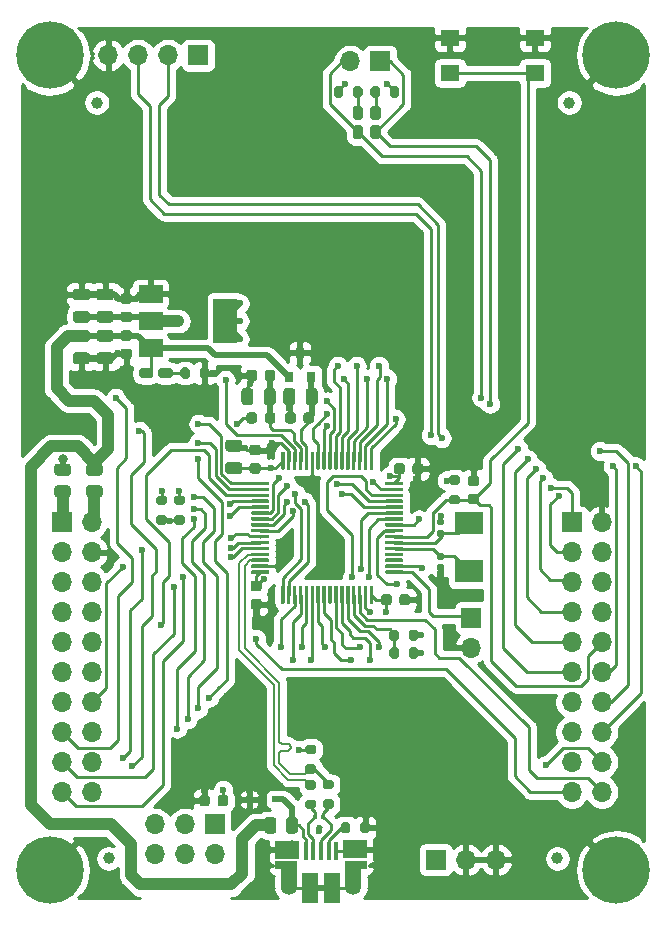
<source format=gbr>
%TF.GenerationSoftware,KiCad,Pcbnew,(5.1.9)-1*%
%TF.CreationDate,2021-05-10T15:41:27+02:00*%
%TF.ProjectId,STM32_Launchpad_v1r1,53544d33-325f-44c6-9175-6e6368706164,rev?*%
%TF.SameCoordinates,Original*%
%TF.FileFunction,Copper,L1,Top*%
%TF.FilePolarity,Positive*%
%FSLAX46Y46*%
G04 Gerber Fmt 4.6, Leading zero omitted, Abs format (unit mm)*
G04 Created by KiCad (PCBNEW (5.1.9)-1) date 2021-05-10 15:41:27*
%MOMM*%
%LPD*%
G01*
G04 APERTURE LIST*
%TA.AperFunction,SMDPad,CuDef*%
%ADD10R,2.000000X1.500000*%
%TD*%
%TA.AperFunction,SMDPad,CuDef*%
%ADD11R,2.000000X3.800000*%
%TD*%
%TA.AperFunction,SMDPad,CuDef*%
%ADD12R,0.500000X0.500000*%
%TD*%
%TA.AperFunction,ComponentPad*%
%ADD13O,1.700000X1.700000*%
%TD*%
%TA.AperFunction,ComponentPad*%
%ADD14R,1.700000X1.700000*%
%TD*%
%TA.AperFunction,SMDPad,CuDef*%
%ADD15C,1.000000*%
%TD*%
%TA.AperFunction,SMDPad,CuDef*%
%ADD16R,1.600000X1.400000*%
%TD*%
%TA.AperFunction,SMDPad,CuDef*%
%ADD17R,0.300000X0.300000*%
%TD*%
%TA.AperFunction,SMDPad,CuDef*%
%ADD18R,1.430000X2.500000*%
%TD*%
%TA.AperFunction,ComponentPad*%
%ADD19O,1.350000X1.700000*%
%TD*%
%TA.AperFunction,ComponentPad*%
%ADD20O,1.100000X1.500000*%
%TD*%
%TA.AperFunction,SMDPad,CuDef*%
%ADD21R,0.400000X1.650000*%
%TD*%
%TA.AperFunction,SMDPad,CuDef*%
%ADD22R,1.825000X0.700000*%
%TD*%
%TA.AperFunction,SMDPad,CuDef*%
%ADD23R,1.350000X2.000000*%
%TD*%
%TA.AperFunction,ComponentPad*%
%ADD24C,5.700000*%
%TD*%
%TA.AperFunction,SMDPad,CuDef*%
%ADD25R,2.400000X1.900000*%
%TD*%
%TA.AperFunction,SMDPad,CuDef*%
%ADD26R,0.800000X0.900000*%
%TD*%
%TA.AperFunction,ViaPad*%
%ADD27C,0.600000*%
%TD*%
%TA.AperFunction,ViaPad*%
%ADD28C,0.800000*%
%TD*%
%TA.AperFunction,Conductor*%
%ADD29C,0.250000*%
%TD*%
%TA.AperFunction,Conductor*%
%ADD30C,0.500000*%
%TD*%
%TA.AperFunction,Conductor*%
%ADD31C,1.000000*%
%TD*%
%TA.AperFunction,Conductor*%
%ADD32C,0.200000*%
%TD*%
%TA.AperFunction,Conductor*%
%ADD33C,0.254000*%
%TD*%
%TA.AperFunction,Conductor*%
%ADD34C,0.100000*%
%TD*%
G04 APERTURE END LIST*
%TO.P,U2,64*%
%TO.N,+3V3*%
%TA.AperFunction,SMDPad,CuDef*%
G36*
G01*
X90900000Y-102975000D02*
X90900000Y-104375000D01*
G75*
G02*
X90825000Y-104450000I-75000J0D01*
G01*
X90675000Y-104450000D01*
G75*
G02*
X90600000Y-104375000I0J75000D01*
G01*
X90600000Y-102975000D01*
G75*
G02*
X90675000Y-102900000I75000J0D01*
G01*
X90825000Y-102900000D01*
G75*
G02*
X90900000Y-102975000I0J-75000D01*
G01*
G37*
%TD.AperFunction*%
%TO.P,U2,63*%
%TO.N,GND*%
%TA.AperFunction,SMDPad,CuDef*%
G36*
G01*
X90400000Y-102975000D02*
X90400000Y-104375000D01*
G75*
G02*
X90325000Y-104450000I-75000J0D01*
G01*
X90175000Y-104450000D01*
G75*
G02*
X90100000Y-104375000I0J75000D01*
G01*
X90100000Y-102975000D01*
G75*
G02*
X90175000Y-102900000I75000J0D01*
G01*
X90325000Y-102900000D01*
G75*
G02*
X90400000Y-102975000I0J-75000D01*
G01*
G37*
%TD.AperFunction*%
%TO.P,U2,62*%
%TO.N,/GPIO\u005CEI2*%
%TA.AperFunction,SMDPad,CuDef*%
G36*
G01*
X89900000Y-102975000D02*
X89900000Y-104375000D01*
G75*
G02*
X89825000Y-104450000I-75000J0D01*
G01*
X89675000Y-104450000D01*
G75*
G02*
X89600000Y-104375000I0J75000D01*
G01*
X89600000Y-102975000D01*
G75*
G02*
X89675000Y-102900000I75000J0D01*
G01*
X89825000Y-102900000D01*
G75*
G02*
X89900000Y-102975000I0J-75000D01*
G01*
G37*
%TD.AperFunction*%
%TO.P,U2,61*%
%TO.N,/BOOT0*%
%TA.AperFunction,SMDPad,CuDef*%
G36*
G01*
X89400000Y-102975000D02*
X89400000Y-104375000D01*
G75*
G02*
X89325000Y-104450000I-75000J0D01*
G01*
X89175000Y-104450000D01*
G75*
G02*
X89100000Y-104375000I0J75000D01*
G01*
X89100000Y-102975000D01*
G75*
G02*
X89175000Y-102900000I75000J0D01*
G01*
X89325000Y-102900000D01*
G75*
G02*
X89400000Y-102975000I0J-75000D01*
G01*
G37*
%TD.AperFunction*%
%TO.P,U2,60*%
%TO.N,/ENCB*%
%TA.AperFunction,SMDPad,CuDef*%
G36*
G01*
X88900000Y-102975000D02*
X88900000Y-104375000D01*
G75*
G02*
X88825000Y-104450000I-75000J0D01*
G01*
X88675000Y-104450000D01*
G75*
G02*
X88600000Y-104375000I0J75000D01*
G01*
X88600000Y-102975000D01*
G75*
G02*
X88675000Y-102900000I75000J0D01*
G01*
X88825000Y-102900000D01*
G75*
G02*
X88900000Y-102975000I0J-75000D01*
G01*
G37*
%TD.AperFunction*%
%TO.P,U2,59*%
%TO.N,/ENCA*%
%TA.AperFunction,SMDPad,CuDef*%
G36*
G01*
X88400000Y-102975000D02*
X88400000Y-104375000D01*
G75*
G02*
X88325000Y-104450000I-75000J0D01*
G01*
X88175000Y-104450000D01*
G75*
G02*
X88100000Y-104375000I0J75000D01*
G01*
X88100000Y-102975000D01*
G75*
G02*
X88175000Y-102900000I75000J0D01*
G01*
X88325000Y-102900000D01*
G75*
G02*
X88400000Y-102975000I0J-75000D01*
G01*
G37*
%TD.AperFunction*%
%TO.P,U2,58*%
%TO.N,/CANRX*%
%TA.AperFunction,SMDPad,CuDef*%
G36*
G01*
X87900000Y-102975000D02*
X87900000Y-104375000D01*
G75*
G02*
X87825000Y-104450000I-75000J0D01*
G01*
X87675000Y-104450000D01*
G75*
G02*
X87600000Y-104375000I0J75000D01*
G01*
X87600000Y-102975000D01*
G75*
G02*
X87675000Y-102900000I75000J0D01*
G01*
X87825000Y-102900000D01*
G75*
G02*
X87900000Y-102975000I0J-75000D01*
G01*
G37*
%TD.AperFunction*%
%TO.P,U2,57*%
%TO.N,Net-(U2-Pad57)*%
%TA.AperFunction,SMDPad,CuDef*%
G36*
G01*
X87400000Y-102975000D02*
X87400000Y-104375000D01*
G75*
G02*
X87325000Y-104450000I-75000J0D01*
G01*
X87175000Y-104450000D01*
G75*
G02*
X87100000Y-104375000I0J75000D01*
G01*
X87100000Y-102975000D01*
G75*
G02*
X87175000Y-102900000I75000J0D01*
G01*
X87325000Y-102900000D01*
G75*
G02*
X87400000Y-102975000I0J-75000D01*
G01*
G37*
%TD.AperFunction*%
%TO.P,U2,56*%
%TO.N,/ENCZ*%
%TA.AperFunction,SMDPad,CuDef*%
G36*
G01*
X86900000Y-102975000D02*
X86900000Y-104375000D01*
G75*
G02*
X86825000Y-104450000I-75000J0D01*
G01*
X86675000Y-104450000D01*
G75*
G02*
X86600000Y-104375000I0J75000D01*
G01*
X86600000Y-102975000D01*
G75*
G02*
X86675000Y-102900000I75000J0D01*
G01*
X86825000Y-102900000D01*
G75*
G02*
X86900000Y-102975000I0J-75000D01*
G01*
G37*
%TD.AperFunction*%
%TO.P,U2,55*%
%TO.N,/GPIO\u005CEI1*%
%TA.AperFunction,SMDPad,CuDef*%
G36*
G01*
X86400000Y-102975000D02*
X86400000Y-104375000D01*
G75*
G02*
X86325000Y-104450000I-75000J0D01*
G01*
X86175000Y-104450000D01*
G75*
G02*
X86100000Y-104375000I0J75000D01*
G01*
X86100000Y-102975000D01*
G75*
G02*
X86175000Y-102900000I75000J0D01*
G01*
X86325000Y-102900000D01*
G75*
G02*
X86400000Y-102975000I0J-75000D01*
G01*
G37*
%TD.AperFunction*%
%TO.P,U2,54*%
%TO.N,/SPIE_MOSI*%
%TA.AperFunction,SMDPad,CuDef*%
G36*
G01*
X85900000Y-102975000D02*
X85900000Y-104375000D01*
G75*
G02*
X85825000Y-104450000I-75000J0D01*
G01*
X85675000Y-104450000D01*
G75*
G02*
X85600000Y-104375000I0J75000D01*
G01*
X85600000Y-102975000D01*
G75*
G02*
X85675000Y-102900000I75000J0D01*
G01*
X85825000Y-102900000D01*
G75*
G02*
X85900000Y-102975000I0J-75000D01*
G01*
G37*
%TD.AperFunction*%
%TO.P,U2,53*%
%TO.N,/SPIE_MISO*%
%TA.AperFunction,SMDPad,CuDef*%
G36*
G01*
X85400000Y-102975000D02*
X85400000Y-104375000D01*
G75*
G02*
X85325000Y-104450000I-75000J0D01*
G01*
X85175000Y-104450000D01*
G75*
G02*
X85100000Y-104375000I0J75000D01*
G01*
X85100000Y-102975000D01*
G75*
G02*
X85175000Y-102900000I75000J0D01*
G01*
X85325000Y-102900000D01*
G75*
G02*
X85400000Y-102975000I0J-75000D01*
G01*
G37*
%TD.AperFunction*%
%TO.P,U2,52*%
%TO.N,/SPIE_CLK*%
%TA.AperFunction,SMDPad,CuDef*%
G36*
G01*
X84900000Y-102975000D02*
X84900000Y-104375000D01*
G75*
G02*
X84825000Y-104450000I-75000J0D01*
G01*
X84675000Y-104450000D01*
G75*
G02*
X84600000Y-104375000I0J75000D01*
G01*
X84600000Y-102975000D01*
G75*
G02*
X84675000Y-102900000I75000J0D01*
G01*
X84825000Y-102900000D01*
G75*
G02*
X84900000Y-102975000I0J-75000D01*
G01*
G37*
%TD.AperFunction*%
%TO.P,U2,51*%
%TO.N,/~SPIE_CS*%
%TA.AperFunction,SMDPad,CuDef*%
G36*
G01*
X84400000Y-102975000D02*
X84400000Y-104375000D01*
G75*
G02*
X84325000Y-104450000I-75000J0D01*
G01*
X84175000Y-104450000D01*
G75*
G02*
X84100000Y-104375000I0J75000D01*
G01*
X84100000Y-102975000D01*
G75*
G02*
X84175000Y-102900000I75000J0D01*
G01*
X84325000Y-102900000D01*
G75*
G02*
X84400000Y-102975000I0J-75000D01*
G01*
G37*
%TD.AperFunction*%
%TO.P,U2,50*%
%TO.N,/SWCLK*%
%TA.AperFunction,SMDPad,CuDef*%
G36*
G01*
X83900000Y-102975000D02*
X83900000Y-104375000D01*
G75*
G02*
X83825000Y-104450000I-75000J0D01*
G01*
X83675000Y-104450000D01*
G75*
G02*
X83600000Y-104375000I0J75000D01*
G01*
X83600000Y-102975000D01*
G75*
G02*
X83675000Y-102900000I75000J0D01*
G01*
X83825000Y-102900000D01*
G75*
G02*
X83900000Y-102975000I0J-75000D01*
G01*
G37*
%TD.AperFunction*%
%TO.P,U2,49*%
%TO.N,/SWDIO*%
%TA.AperFunction,SMDPad,CuDef*%
G36*
G01*
X83400000Y-102975000D02*
X83400000Y-104375000D01*
G75*
G02*
X83325000Y-104450000I-75000J0D01*
G01*
X83175000Y-104450000D01*
G75*
G02*
X83100000Y-104375000I0J75000D01*
G01*
X83100000Y-102975000D01*
G75*
G02*
X83175000Y-102900000I75000J0D01*
G01*
X83325000Y-102900000D01*
G75*
G02*
X83400000Y-102975000I0J-75000D01*
G01*
G37*
%TD.AperFunction*%
%TO.P,U2,48*%
%TO.N,+3V3*%
%TA.AperFunction,SMDPad,CuDef*%
G36*
G01*
X82100000Y-101675000D02*
X82100000Y-101825000D01*
G75*
G02*
X82025000Y-101900000I-75000J0D01*
G01*
X80625000Y-101900000D01*
G75*
G02*
X80550000Y-101825000I0J75000D01*
G01*
X80550000Y-101675000D01*
G75*
G02*
X80625000Y-101600000I75000J0D01*
G01*
X82025000Y-101600000D01*
G75*
G02*
X82100000Y-101675000I0J-75000D01*
G01*
G37*
%TD.AperFunction*%
%TO.P,U2,47*%
%TO.N,GND*%
%TA.AperFunction,SMDPad,CuDef*%
G36*
G01*
X82100000Y-101175000D02*
X82100000Y-101325000D01*
G75*
G02*
X82025000Y-101400000I-75000J0D01*
G01*
X80625000Y-101400000D01*
G75*
G02*
X80550000Y-101325000I0J75000D01*
G01*
X80550000Y-101175000D01*
G75*
G02*
X80625000Y-101100000I75000J0D01*
G01*
X82025000Y-101100000D01*
G75*
G02*
X82100000Y-101175000I0J-75000D01*
G01*
G37*
%TD.AperFunction*%
%TO.P,U2,46*%
%TO.N,/USB_P*%
%TA.AperFunction,SMDPad,CuDef*%
G36*
G01*
X82100000Y-100675000D02*
X82100000Y-100825000D01*
G75*
G02*
X82025000Y-100900000I-75000J0D01*
G01*
X80625000Y-100900000D01*
G75*
G02*
X80550000Y-100825000I0J75000D01*
G01*
X80550000Y-100675000D01*
G75*
G02*
X80625000Y-100600000I75000J0D01*
G01*
X82025000Y-100600000D01*
G75*
G02*
X82100000Y-100675000I0J-75000D01*
G01*
G37*
%TD.AperFunction*%
%TO.P,U2,45*%
%TO.N,/USB_N*%
%TA.AperFunction,SMDPad,CuDef*%
G36*
G01*
X82100000Y-100175000D02*
X82100000Y-100325000D01*
G75*
G02*
X82025000Y-100400000I-75000J0D01*
G01*
X80625000Y-100400000D01*
G75*
G02*
X80550000Y-100325000I0J75000D01*
G01*
X80550000Y-100175000D01*
G75*
G02*
X80625000Y-100100000I75000J0D01*
G01*
X82025000Y-100100000D01*
G75*
G02*
X82100000Y-100175000I0J-75000D01*
G01*
G37*
%TD.AperFunction*%
%TO.P,U2,44*%
%TO.N,/PWMCH*%
%TA.AperFunction,SMDPad,CuDef*%
G36*
G01*
X82100000Y-99675000D02*
X82100000Y-99825000D01*
G75*
G02*
X82025000Y-99900000I-75000J0D01*
G01*
X80625000Y-99900000D01*
G75*
G02*
X80550000Y-99825000I0J75000D01*
G01*
X80550000Y-99675000D01*
G75*
G02*
X80625000Y-99600000I75000J0D01*
G01*
X82025000Y-99600000D01*
G75*
G02*
X82100000Y-99675000I0J-75000D01*
G01*
G37*
%TD.AperFunction*%
%TO.P,U2,43*%
%TO.N,/PWMBH*%
%TA.AperFunction,SMDPad,CuDef*%
G36*
G01*
X82100000Y-99175000D02*
X82100000Y-99325000D01*
G75*
G02*
X82025000Y-99400000I-75000J0D01*
G01*
X80625000Y-99400000D01*
G75*
G02*
X80550000Y-99325000I0J75000D01*
G01*
X80550000Y-99175000D01*
G75*
G02*
X80625000Y-99100000I75000J0D01*
G01*
X82025000Y-99100000D01*
G75*
G02*
X82100000Y-99175000I0J-75000D01*
G01*
G37*
%TD.AperFunction*%
%TO.P,U2,42*%
%TO.N,/PWMAH*%
%TA.AperFunction,SMDPad,CuDef*%
G36*
G01*
X82100000Y-98675000D02*
X82100000Y-98825000D01*
G75*
G02*
X82025000Y-98900000I-75000J0D01*
G01*
X80625000Y-98900000D01*
G75*
G02*
X80550000Y-98825000I0J75000D01*
G01*
X80550000Y-98675000D01*
G75*
G02*
X80625000Y-98600000I75000J0D01*
G01*
X82025000Y-98600000D01*
G75*
G02*
X82100000Y-98675000I0J-75000D01*
G01*
G37*
%TD.AperFunction*%
%TO.P,U2,41*%
%TO.N,/SDA*%
%TA.AperFunction,SMDPad,CuDef*%
G36*
G01*
X82100000Y-98175000D02*
X82100000Y-98325000D01*
G75*
G02*
X82025000Y-98400000I-75000J0D01*
G01*
X80625000Y-98400000D01*
G75*
G02*
X80550000Y-98325000I0J75000D01*
G01*
X80550000Y-98175000D01*
G75*
G02*
X80625000Y-98100000I75000J0D01*
G01*
X82025000Y-98100000D01*
G75*
G02*
X82100000Y-98175000I0J-75000D01*
G01*
G37*
%TD.AperFunction*%
%TO.P,U2,40*%
%TO.N,/SCL*%
%TA.AperFunction,SMDPad,CuDef*%
G36*
G01*
X82100000Y-97675000D02*
X82100000Y-97825000D01*
G75*
G02*
X82025000Y-97900000I-75000J0D01*
G01*
X80625000Y-97900000D01*
G75*
G02*
X80550000Y-97825000I0J75000D01*
G01*
X80550000Y-97675000D01*
G75*
G02*
X80625000Y-97600000I75000J0D01*
G01*
X82025000Y-97600000D01*
G75*
G02*
X82100000Y-97675000I0J-75000D01*
G01*
G37*
%TD.AperFunction*%
%TO.P,U2,39*%
%TO.N,/LEDG*%
%TA.AperFunction,SMDPad,CuDef*%
G36*
G01*
X82100000Y-97175000D02*
X82100000Y-97325000D01*
G75*
G02*
X82025000Y-97400000I-75000J0D01*
G01*
X80625000Y-97400000D01*
G75*
G02*
X80550000Y-97325000I0J75000D01*
G01*
X80550000Y-97175000D01*
G75*
G02*
X80625000Y-97100000I75000J0D01*
G01*
X82025000Y-97100000D01*
G75*
G02*
X82100000Y-97175000I0J-75000D01*
G01*
G37*
%TD.AperFunction*%
%TO.P,U2,38*%
%TO.N,/LEDR*%
%TA.AperFunction,SMDPad,CuDef*%
G36*
G01*
X82100000Y-96675000D02*
X82100000Y-96825000D01*
G75*
G02*
X82025000Y-96900000I-75000J0D01*
G01*
X80625000Y-96900000D01*
G75*
G02*
X80550000Y-96825000I0J75000D01*
G01*
X80550000Y-96675000D01*
G75*
G02*
X80625000Y-96600000I75000J0D01*
G01*
X82025000Y-96600000D01*
G75*
G02*
X82100000Y-96675000I0J-75000D01*
G01*
G37*
%TD.AperFunction*%
%TO.P,U2,37*%
%TO.N,/PWMCL*%
%TA.AperFunction,SMDPad,CuDef*%
G36*
G01*
X82100000Y-96175000D02*
X82100000Y-96325000D01*
G75*
G02*
X82025000Y-96400000I-75000J0D01*
G01*
X80625000Y-96400000D01*
G75*
G02*
X80550000Y-96325000I0J75000D01*
G01*
X80550000Y-96175000D01*
G75*
G02*
X80625000Y-96100000I75000J0D01*
G01*
X82025000Y-96100000D01*
G75*
G02*
X82100000Y-96175000I0J-75000D01*
G01*
G37*
%TD.AperFunction*%
%TO.P,U2,36*%
%TO.N,/PWMBL*%
%TA.AperFunction,SMDPad,CuDef*%
G36*
G01*
X82100000Y-95675000D02*
X82100000Y-95825000D01*
G75*
G02*
X82025000Y-95900000I-75000J0D01*
G01*
X80625000Y-95900000D01*
G75*
G02*
X80550000Y-95825000I0J75000D01*
G01*
X80550000Y-95675000D01*
G75*
G02*
X80625000Y-95600000I75000J0D01*
G01*
X82025000Y-95600000D01*
G75*
G02*
X82100000Y-95675000I0J-75000D01*
G01*
G37*
%TD.AperFunction*%
%TO.P,U2,35*%
%TO.N,/CANTX*%
%TA.AperFunction,SMDPad,CuDef*%
G36*
G01*
X82100000Y-95175000D02*
X82100000Y-95325000D01*
G75*
G02*
X82025000Y-95400000I-75000J0D01*
G01*
X80625000Y-95400000D01*
G75*
G02*
X80550000Y-95325000I0J75000D01*
G01*
X80550000Y-95175000D01*
G75*
G02*
X80625000Y-95100000I75000J0D01*
G01*
X82025000Y-95100000D01*
G75*
G02*
X82100000Y-95175000I0J-75000D01*
G01*
G37*
%TD.AperFunction*%
%TO.P,U2,34*%
%TO.N,/PB12_AD4*%
%TA.AperFunction,SMDPad,CuDef*%
G36*
G01*
X82100000Y-94675000D02*
X82100000Y-94825000D01*
G75*
G02*
X82025000Y-94900000I-75000J0D01*
G01*
X80625000Y-94900000D01*
G75*
G02*
X80550000Y-94825000I0J75000D01*
G01*
X80550000Y-94675000D01*
G75*
G02*
X80625000Y-94600000I75000J0D01*
G01*
X82025000Y-94600000D01*
G75*
G02*
X82100000Y-94675000I0J-75000D01*
G01*
G37*
%TD.AperFunction*%
%TO.P,U2,33*%
%TO.N,/PB11_AD1*%
%TA.AperFunction,SMDPad,CuDef*%
G36*
G01*
X82100000Y-94175000D02*
X82100000Y-94325000D01*
G75*
G02*
X82025000Y-94400000I-75000J0D01*
G01*
X80625000Y-94400000D01*
G75*
G02*
X80550000Y-94325000I0J75000D01*
G01*
X80550000Y-94175000D01*
G75*
G02*
X80625000Y-94100000I75000J0D01*
G01*
X82025000Y-94100000D01*
G75*
G02*
X82100000Y-94175000I0J-75000D01*
G01*
G37*
%TD.AperFunction*%
%TO.P,U2,32*%
%TO.N,+3V3*%
%TA.AperFunction,SMDPad,CuDef*%
G36*
G01*
X83400000Y-91625000D02*
X83400000Y-93025000D01*
G75*
G02*
X83325000Y-93100000I-75000J0D01*
G01*
X83175000Y-93100000D01*
G75*
G02*
X83100000Y-93025000I0J75000D01*
G01*
X83100000Y-91625000D01*
G75*
G02*
X83175000Y-91550000I75000J0D01*
G01*
X83325000Y-91550000D01*
G75*
G02*
X83400000Y-91625000I0J-75000D01*
G01*
G37*
%TD.AperFunction*%
%TO.P,U2,31*%
%TO.N,GND*%
%TA.AperFunction,SMDPad,CuDef*%
G36*
G01*
X83900000Y-91625000D02*
X83900000Y-93025000D01*
G75*
G02*
X83825000Y-93100000I-75000J0D01*
G01*
X83675000Y-93100000D01*
G75*
G02*
X83600000Y-93025000I0J75000D01*
G01*
X83600000Y-91625000D01*
G75*
G02*
X83675000Y-91550000I75000J0D01*
G01*
X83825000Y-91550000D01*
G75*
G02*
X83900000Y-91625000I0J-75000D01*
G01*
G37*
%TD.AperFunction*%
%TO.P,U2,30*%
%TO.N,/GPIO\u005CEI6*%
%TA.AperFunction,SMDPad,CuDef*%
G36*
G01*
X84400000Y-91625000D02*
X84400000Y-93025000D01*
G75*
G02*
X84325000Y-93100000I-75000J0D01*
G01*
X84175000Y-93100000D01*
G75*
G02*
X84100000Y-93025000I0J75000D01*
G01*
X84100000Y-91625000D01*
G75*
G02*
X84175000Y-91550000I75000J0D01*
G01*
X84325000Y-91550000D01*
G75*
G02*
X84400000Y-91625000I0J-75000D01*
G01*
G37*
%TD.AperFunction*%
%TO.P,U2,29*%
%TO.N,VDDA*%
%TA.AperFunction,SMDPad,CuDef*%
G36*
G01*
X84900000Y-91625000D02*
X84900000Y-93025000D01*
G75*
G02*
X84825000Y-93100000I-75000J0D01*
G01*
X84675000Y-93100000D01*
G75*
G02*
X84600000Y-93025000I0J75000D01*
G01*
X84600000Y-91625000D01*
G75*
G02*
X84675000Y-91550000I75000J0D01*
G01*
X84825000Y-91550000D01*
G75*
G02*
X84900000Y-91625000I0J-75000D01*
G01*
G37*
%TD.AperFunction*%
%TO.P,U2,28*%
%TO.N,/VREF*%
%TA.AperFunction,SMDPad,CuDef*%
G36*
G01*
X85400000Y-91625000D02*
X85400000Y-93025000D01*
G75*
G02*
X85325000Y-93100000I-75000J0D01*
G01*
X85175000Y-93100000D01*
G75*
G02*
X85100000Y-93025000I0J75000D01*
G01*
X85100000Y-91625000D01*
G75*
G02*
X85175000Y-91550000I75000J0D01*
G01*
X85325000Y-91550000D01*
G75*
G02*
X85400000Y-91625000I0J-75000D01*
G01*
G37*
%TD.AperFunction*%
%TO.P,U2,27*%
%TO.N,GND*%
%TA.AperFunction,SMDPad,CuDef*%
G36*
G01*
X85900000Y-91625000D02*
X85900000Y-93025000D01*
G75*
G02*
X85825000Y-93100000I-75000J0D01*
G01*
X85675000Y-93100000D01*
G75*
G02*
X85600000Y-93025000I0J75000D01*
G01*
X85600000Y-91625000D01*
G75*
G02*
X85675000Y-91550000I75000J0D01*
G01*
X85825000Y-91550000D01*
G75*
G02*
X85900000Y-91625000I0J-75000D01*
G01*
G37*
%TD.AperFunction*%
%TO.P,U2,26*%
%TO.N,/PB2_AD2*%
%TA.AperFunction,SMDPad,CuDef*%
G36*
G01*
X86400000Y-91625000D02*
X86400000Y-93025000D01*
G75*
G02*
X86325000Y-93100000I-75000J0D01*
G01*
X86175000Y-93100000D01*
G75*
G02*
X86100000Y-93025000I0J75000D01*
G01*
X86100000Y-91625000D01*
G75*
G02*
X86175000Y-91550000I75000J0D01*
G01*
X86325000Y-91550000D01*
G75*
G02*
X86400000Y-91625000I0J-75000D01*
G01*
G37*
%TD.AperFunction*%
%TO.P,U2,25*%
%TO.N,/PB1_AD3*%
%TA.AperFunction,SMDPad,CuDef*%
G36*
G01*
X86900000Y-91625000D02*
X86900000Y-93025000D01*
G75*
G02*
X86825000Y-93100000I-75000J0D01*
G01*
X86675000Y-93100000D01*
G75*
G02*
X86600000Y-93025000I0J75000D01*
G01*
X86600000Y-91625000D01*
G75*
G02*
X86675000Y-91550000I75000J0D01*
G01*
X86825000Y-91550000D01*
G75*
G02*
X86900000Y-91625000I0J-75000D01*
G01*
G37*
%TD.AperFunction*%
%TO.P,U2,24*%
%TO.N,/PB0_AD3*%
%TA.AperFunction,SMDPad,CuDef*%
G36*
G01*
X87400000Y-91625000D02*
X87400000Y-93025000D01*
G75*
G02*
X87325000Y-93100000I-75000J0D01*
G01*
X87175000Y-93100000D01*
G75*
G02*
X87100000Y-93025000I0J75000D01*
G01*
X87100000Y-91625000D01*
G75*
G02*
X87175000Y-91550000I75000J0D01*
G01*
X87325000Y-91550000D01*
G75*
G02*
X87400000Y-91625000I0J-75000D01*
G01*
G37*
%TD.AperFunction*%
%TO.P,U2,23*%
%TO.N,/GPIO\u005CEI5*%
%TA.AperFunction,SMDPad,CuDef*%
G36*
G01*
X87900000Y-91625000D02*
X87900000Y-93025000D01*
G75*
G02*
X87825000Y-93100000I-75000J0D01*
G01*
X87675000Y-93100000D01*
G75*
G02*
X87600000Y-93025000I0J75000D01*
G01*
X87600000Y-91625000D01*
G75*
G02*
X87675000Y-91550000I75000J0D01*
G01*
X87825000Y-91550000D01*
G75*
G02*
X87900000Y-91625000I0J-75000D01*
G01*
G37*
%TD.AperFunction*%
%TO.P,U2,22*%
%TO.N,/PC4_AD2*%
%TA.AperFunction,SMDPad,CuDef*%
G36*
G01*
X88400000Y-91625000D02*
X88400000Y-93025000D01*
G75*
G02*
X88325000Y-93100000I-75000J0D01*
G01*
X88175000Y-93100000D01*
G75*
G02*
X88100000Y-93025000I0J75000D01*
G01*
X88100000Y-91625000D01*
G75*
G02*
X88175000Y-91550000I75000J0D01*
G01*
X88325000Y-91550000D01*
G75*
G02*
X88400000Y-91625000I0J-75000D01*
G01*
G37*
%TD.AperFunction*%
%TO.P,U2,21*%
%TO.N,/SPIMOSI*%
%TA.AperFunction,SMDPad,CuDef*%
G36*
G01*
X88900000Y-91625000D02*
X88900000Y-93025000D01*
G75*
G02*
X88825000Y-93100000I-75000J0D01*
G01*
X88675000Y-93100000D01*
G75*
G02*
X88600000Y-93025000I0J75000D01*
G01*
X88600000Y-91625000D01*
G75*
G02*
X88675000Y-91550000I75000J0D01*
G01*
X88825000Y-91550000D01*
G75*
G02*
X88900000Y-91625000I0J-75000D01*
G01*
G37*
%TD.AperFunction*%
%TO.P,U2,20*%
%TO.N,/SPIMISO*%
%TA.AperFunction,SMDPad,CuDef*%
G36*
G01*
X89400000Y-91625000D02*
X89400000Y-93025000D01*
G75*
G02*
X89325000Y-93100000I-75000J0D01*
G01*
X89175000Y-93100000D01*
G75*
G02*
X89100000Y-93025000I0J75000D01*
G01*
X89100000Y-91625000D01*
G75*
G02*
X89175000Y-91550000I75000J0D01*
G01*
X89325000Y-91550000D01*
G75*
G02*
X89400000Y-91625000I0J-75000D01*
G01*
G37*
%TD.AperFunction*%
%TO.P,U2,19*%
%TO.N,/SPISCK*%
%TA.AperFunction,SMDPad,CuDef*%
G36*
G01*
X89900000Y-91625000D02*
X89900000Y-93025000D01*
G75*
G02*
X89825000Y-93100000I-75000J0D01*
G01*
X89675000Y-93100000D01*
G75*
G02*
X89600000Y-93025000I0J75000D01*
G01*
X89600000Y-91625000D01*
G75*
G02*
X89675000Y-91550000I75000J0D01*
G01*
X89825000Y-91550000D01*
G75*
G02*
X89900000Y-91625000I0J-75000D01*
G01*
G37*
%TD.AperFunction*%
%TO.P,U2,18*%
%TO.N,/~SPICS*%
%TA.AperFunction,SMDPad,CuDef*%
G36*
G01*
X90400000Y-91625000D02*
X90400000Y-93025000D01*
G75*
G02*
X90325000Y-93100000I-75000J0D01*
G01*
X90175000Y-93100000D01*
G75*
G02*
X90100000Y-93025000I0J75000D01*
G01*
X90100000Y-91625000D01*
G75*
G02*
X90175000Y-91550000I75000J0D01*
G01*
X90325000Y-91550000D01*
G75*
G02*
X90400000Y-91625000I0J-75000D01*
G01*
G37*
%TD.AperFunction*%
%TO.P,U2,17*%
%TO.N,/UART_MCURX*%
%TA.AperFunction,SMDPad,CuDef*%
G36*
G01*
X90900000Y-91625000D02*
X90900000Y-93025000D01*
G75*
G02*
X90825000Y-93100000I-75000J0D01*
G01*
X90675000Y-93100000D01*
G75*
G02*
X90600000Y-93025000I0J75000D01*
G01*
X90600000Y-91625000D01*
G75*
G02*
X90675000Y-91550000I75000J0D01*
G01*
X90825000Y-91550000D01*
G75*
G02*
X90900000Y-91625000I0J-75000D01*
G01*
G37*
%TD.AperFunction*%
%TO.P,U2,16*%
%TO.N,+3V3*%
%TA.AperFunction,SMDPad,CuDef*%
G36*
G01*
X93450000Y-94175000D02*
X93450000Y-94325000D01*
G75*
G02*
X93375000Y-94400000I-75000J0D01*
G01*
X91975000Y-94400000D01*
G75*
G02*
X91900000Y-94325000I0J75000D01*
G01*
X91900000Y-94175000D01*
G75*
G02*
X91975000Y-94100000I75000J0D01*
G01*
X93375000Y-94100000D01*
G75*
G02*
X93450000Y-94175000I0J-75000D01*
G01*
G37*
%TD.AperFunction*%
%TO.P,U2,15*%
%TO.N,GND*%
%TA.AperFunction,SMDPad,CuDef*%
G36*
G01*
X93450000Y-94675000D02*
X93450000Y-94825000D01*
G75*
G02*
X93375000Y-94900000I-75000J0D01*
G01*
X91975000Y-94900000D01*
G75*
G02*
X91900000Y-94825000I0J75000D01*
G01*
X91900000Y-94675000D01*
G75*
G02*
X91975000Y-94600000I75000J0D01*
G01*
X93375000Y-94600000D01*
G75*
G02*
X93450000Y-94675000I0J-75000D01*
G01*
G37*
%TD.AperFunction*%
%TO.P,U2,14*%
%TO.N,/UART_MCUTX*%
%TA.AperFunction,SMDPad,CuDef*%
G36*
G01*
X93450000Y-95175000D02*
X93450000Y-95325000D01*
G75*
G02*
X93375000Y-95400000I-75000J0D01*
G01*
X91975000Y-95400000D01*
G75*
G02*
X91900000Y-95325000I0J75000D01*
G01*
X91900000Y-95175000D01*
G75*
G02*
X91975000Y-95100000I75000J0D01*
G01*
X93375000Y-95100000D01*
G75*
G02*
X93450000Y-95175000I0J-75000D01*
G01*
G37*
%TD.AperFunction*%
%TO.P,U2,13*%
%TO.N,/PA1_AD1*%
%TA.AperFunction,SMDPad,CuDef*%
G36*
G01*
X93450000Y-95675000D02*
X93450000Y-95825000D01*
G75*
G02*
X93375000Y-95900000I-75000J0D01*
G01*
X91975000Y-95900000D01*
G75*
G02*
X91900000Y-95825000I0J75000D01*
G01*
X91900000Y-95675000D01*
G75*
G02*
X91975000Y-95600000I75000J0D01*
G01*
X93375000Y-95600000D01*
G75*
G02*
X93450000Y-95675000I0J-75000D01*
G01*
G37*
%TD.AperFunction*%
%TO.P,U2,12*%
%TO.N,/PA0_AD1*%
%TA.AperFunction,SMDPad,CuDef*%
G36*
G01*
X93450000Y-96175000D02*
X93450000Y-96325000D01*
G75*
G02*
X93375000Y-96400000I-75000J0D01*
G01*
X91975000Y-96400000D01*
G75*
G02*
X91900000Y-96325000I0J75000D01*
G01*
X91900000Y-96175000D01*
G75*
G02*
X91975000Y-96100000I75000J0D01*
G01*
X93375000Y-96100000D01*
G75*
G02*
X93450000Y-96175000I0J-75000D01*
G01*
G37*
%TD.AperFunction*%
%TO.P,U2,11*%
%TO.N,/GPIO\u005CEI4*%
%TA.AperFunction,SMDPad,CuDef*%
G36*
G01*
X93450000Y-96675000D02*
X93450000Y-96825000D01*
G75*
G02*
X93375000Y-96900000I-75000J0D01*
G01*
X91975000Y-96900000D01*
G75*
G02*
X91900000Y-96825000I0J75000D01*
G01*
X91900000Y-96675000D01*
G75*
G02*
X91975000Y-96600000I75000J0D01*
G01*
X93375000Y-96600000D01*
G75*
G02*
X93450000Y-96675000I0J-75000D01*
G01*
G37*
%TD.AperFunction*%
%TO.P,U2,10*%
%TO.N,/GPIO\u005CEI3*%
%TA.AperFunction,SMDPad,CuDef*%
G36*
G01*
X93450000Y-97175000D02*
X93450000Y-97325000D01*
G75*
G02*
X93375000Y-97400000I-75000J0D01*
G01*
X91975000Y-97400000D01*
G75*
G02*
X91900000Y-97325000I0J75000D01*
G01*
X91900000Y-97175000D01*
G75*
G02*
X91975000Y-97100000I75000J0D01*
G01*
X93375000Y-97100000D01*
G75*
G02*
X93450000Y-97175000I0J-75000D01*
G01*
G37*
%TD.AperFunction*%
%TO.P,U2,9*%
%TO.N,/PC1_AD2*%
%TA.AperFunction,SMDPad,CuDef*%
G36*
G01*
X93450000Y-97675000D02*
X93450000Y-97825000D01*
G75*
G02*
X93375000Y-97900000I-75000J0D01*
G01*
X91975000Y-97900000D01*
G75*
G02*
X91900000Y-97825000I0J75000D01*
G01*
X91900000Y-97675000D01*
G75*
G02*
X91975000Y-97600000I75000J0D01*
G01*
X93375000Y-97600000D01*
G75*
G02*
X93450000Y-97675000I0J-75000D01*
G01*
G37*
%TD.AperFunction*%
%TO.P,U2,8*%
%TO.N,/PC0_AD2*%
%TA.AperFunction,SMDPad,CuDef*%
G36*
G01*
X93450000Y-98175000D02*
X93450000Y-98325000D01*
G75*
G02*
X93375000Y-98400000I-75000J0D01*
G01*
X91975000Y-98400000D01*
G75*
G02*
X91900000Y-98325000I0J75000D01*
G01*
X91900000Y-98175000D01*
G75*
G02*
X91975000Y-98100000I75000J0D01*
G01*
X93375000Y-98100000D01*
G75*
G02*
X93450000Y-98175000I0J-75000D01*
G01*
G37*
%TD.AperFunction*%
%TO.P,U2,7*%
%TO.N,/~RESET*%
%TA.AperFunction,SMDPad,CuDef*%
G36*
G01*
X93450000Y-98675000D02*
X93450000Y-98825000D01*
G75*
G02*
X93375000Y-98900000I-75000J0D01*
G01*
X91975000Y-98900000D01*
G75*
G02*
X91900000Y-98825000I0J75000D01*
G01*
X91900000Y-98675000D01*
G75*
G02*
X91975000Y-98600000I75000J0D01*
G01*
X93375000Y-98600000D01*
G75*
G02*
X93450000Y-98675000I0J-75000D01*
G01*
G37*
%TD.AperFunction*%
%TO.P,U2,6*%
%TO.N,/OSCIN*%
%TA.AperFunction,SMDPad,CuDef*%
G36*
G01*
X93450000Y-99175000D02*
X93450000Y-99325000D01*
G75*
G02*
X93375000Y-99400000I-75000J0D01*
G01*
X91975000Y-99400000D01*
G75*
G02*
X91900000Y-99325000I0J75000D01*
G01*
X91900000Y-99175000D01*
G75*
G02*
X91975000Y-99100000I75000J0D01*
G01*
X93375000Y-99100000D01*
G75*
G02*
X93450000Y-99175000I0J-75000D01*
G01*
G37*
%TD.AperFunction*%
%TO.P,U2,5*%
%TO.N,/OSCOUT*%
%TA.AperFunction,SMDPad,CuDef*%
G36*
G01*
X93450000Y-99675000D02*
X93450000Y-99825000D01*
G75*
G02*
X93375000Y-99900000I-75000J0D01*
G01*
X91975000Y-99900000D01*
G75*
G02*
X91900000Y-99825000I0J75000D01*
G01*
X91900000Y-99675000D01*
G75*
G02*
X91975000Y-99600000I75000J0D01*
G01*
X93375000Y-99600000D01*
G75*
G02*
X93450000Y-99675000I0J-75000D01*
G01*
G37*
%TD.AperFunction*%
%TO.P,U2,4*%
%TO.N,Net-(U2-Pad4)*%
%TA.AperFunction,SMDPad,CuDef*%
G36*
G01*
X93450000Y-100175000D02*
X93450000Y-100325000D01*
G75*
G02*
X93375000Y-100400000I-75000J0D01*
G01*
X91975000Y-100400000D01*
G75*
G02*
X91900000Y-100325000I0J75000D01*
G01*
X91900000Y-100175000D01*
G75*
G02*
X91975000Y-100100000I75000J0D01*
G01*
X93375000Y-100100000D01*
G75*
G02*
X93450000Y-100175000I0J-75000D01*
G01*
G37*
%TD.AperFunction*%
%TO.P,U2,3*%
%TO.N,Net-(U2-Pad3)*%
%TA.AperFunction,SMDPad,CuDef*%
G36*
G01*
X93450000Y-100675000D02*
X93450000Y-100825000D01*
G75*
G02*
X93375000Y-100900000I-75000J0D01*
G01*
X91975000Y-100900000D01*
G75*
G02*
X91900000Y-100825000I0J75000D01*
G01*
X91900000Y-100675000D01*
G75*
G02*
X91975000Y-100600000I75000J0D01*
G01*
X93375000Y-100600000D01*
G75*
G02*
X93450000Y-100675000I0J-75000D01*
G01*
G37*
%TD.AperFunction*%
%TO.P,U2,2*%
%TO.N,/PWMAL*%
%TA.AperFunction,SMDPad,CuDef*%
G36*
G01*
X93450000Y-101175000D02*
X93450000Y-101325000D01*
G75*
G02*
X93375000Y-101400000I-75000J0D01*
G01*
X91975000Y-101400000D01*
G75*
G02*
X91900000Y-101325000I0J75000D01*
G01*
X91900000Y-101175000D01*
G75*
G02*
X91975000Y-101100000I75000J0D01*
G01*
X93375000Y-101100000D01*
G75*
G02*
X93450000Y-101175000I0J-75000D01*
G01*
G37*
%TD.AperFunction*%
%TO.P,U2,1*%
%TO.N,/VBAT*%
%TA.AperFunction,SMDPad,CuDef*%
G36*
G01*
X93450000Y-101675000D02*
X93450000Y-101825000D01*
G75*
G02*
X93375000Y-101900000I-75000J0D01*
G01*
X91975000Y-101900000D01*
G75*
G02*
X91900000Y-101825000I0J75000D01*
G01*
X91900000Y-101675000D01*
G75*
G02*
X91975000Y-101600000I75000J0D01*
G01*
X93375000Y-101600000D01*
G75*
G02*
X93450000Y-101675000I0J-75000D01*
G01*
G37*
%TD.AperFunction*%
%TD*%
D10*
%TO.P,U4,1*%
%TO.N,GND*%
X72050000Y-78200000D03*
%TO.P,U4,3*%
%TO.N,+5V*%
X72050000Y-82800000D03*
%TO.P,U4,2*%
%TO.N,+3V3*%
X72050000Y-80500000D03*
D11*
X78350000Y-80500000D03*
%TD*%
D12*
%TO.P,D1,2*%
%TO.N,GND*%
X80400000Y-121000000D03*
%TO.P,D1,1*%
%TO.N,+5V_USB*%
X82600000Y-121000000D03*
%TD*%
D13*
%TO.P,J5,20*%
%TO.N,/GPIO\u005CEI2*%
X110260000Y-120380000D03*
%TO.P,J5,19*%
%TO.N,/CANTX*%
X107720000Y-120380000D03*
%TO.P,J5,18*%
%TO.N,/CANRX*%
X110260000Y-117840000D03*
%TO.P,J5,17*%
%TO.N,/ENCA*%
X107720000Y-117840000D03*
%TO.P,J5,16*%
%TO.N,/~SPICS*%
X110260000Y-115300000D03*
%TO.P,J5,15*%
%TO.N,/ENCB*%
X107720000Y-115300000D03*
%TO.P,J5,14*%
%TO.N,/SPIMISO*%
X110260000Y-112760000D03*
%TO.P,J5,13*%
%TO.N,/ENCZ*%
X107720000Y-112760000D03*
%TO.P,J5,12*%
%TO.N,/SPIMOSI*%
X110260000Y-110220000D03*
%TO.P,J5,11*%
%TO.N,/PWMCL*%
X107720000Y-110220000D03*
%TO.P,J5,10*%
%TO.N,/~RESET*%
X110260000Y-107680000D03*
%TO.P,J5,9*%
%TO.N,/PWMCH*%
X107720000Y-107680000D03*
%TO.P,J5,8*%
%TO.N,/GPIO\u005CEI1*%
X110260000Y-105140000D03*
%TO.P,J5,7*%
%TO.N,/PWMBL*%
X107720000Y-105140000D03*
%TO.P,J5,6*%
%TO.N,/GPIO\u005CEI4*%
X110260000Y-102600000D03*
%TO.P,J5,5*%
%TO.N,/PWMBH*%
X107720000Y-102600000D03*
%TO.P,J5,4*%
%TO.N,/GPIO\u005CEI3*%
X110260000Y-100060000D03*
%TO.P,J5,3*%
%TO.N,/PWMAL*%
X107720000Y-100060000D03*
%TO.P,J5,2*%
%TO.N,GND*%
X110260000Y-97520000D03*
D14*
%TO.P,J5,1*%
%TO.N,/PWMAH*%
X107720000Y-97520000D03*
%TD*%
D13*
%TO.P,J8,2*%
%TO.N,/LEDR*%
X88960000Y-58500000D03*
D14*
%TO.P,J8,1*%
%TO.N,/LEDG*%
X91500000Y-58500000D03*
%TD*%
%TO.P,J7,1*%
%TO.N,+3V3*%
X77500000Y-123100000D03*
D13*
%TO.P,J7,2*%
%TO.N,/SPIE_MOSI*%
X77500000Y-125640000D03*
%TO.P,J7,4*%
%TO.N,/SPIE_MISO*%
X74960000Y-125640000D03*
%TO.P,J7,6*%
%TO.N,GND*%
X72420000Y-125640000D03*
%TO.P,J7,5*%
%TO.N,/SPIE_CLK*%
X72420000Y-123100000D03*
%TO.P,J7,3*%
%TO.N,/~SPIE_CS*%
X74960000Y-123100000D03*
%TD*%
D15*
%TO.P,FID4,*%
%TO.N,*%
X68500000Y-126000000D03*
%TD*%
%TO.P,FID3,*%
%TO.N,*%
X106500000Y-126000000D03*
%TD*%
%TO.P,FID2,*%
%TO.N,*%
X107500000Y-62000000D03*
%TD*%
%TO.P,FID1,*%
%TO.N,*%
X67500000Y-62000000D03*
%TD*%
%TO.P,C19,2*%
%TO.N,GND*%
%TA.AperFunction,SMDPad,CuDef*%
G36*
G01*
X77075000Y-120850000D02*
X77075000Y-121350000D01*
G75*
G02*
X76850000Y-121575000I-225000J0D01*
G01*
X76400000Y-121575000D01*
G75*
G02*
X76175000Y-121350000I0J225000D01*
G01*
X76175000Y-120850000D01*
G75*
G02*
X76400000Y-120625000I225000J0D01*
G01*
X76850000Y-120625000D01*
G75*
G02*
X77075000Y-120850000I0J-225000D01*
G01*
G37*
%TD.AperFunction*%
%TO.P,C19,1*%
%TO.N,+3V3*%
%TA.AperFunction,SMDPad,CuDef*%
G36*
G01*
X78625000Y-120850000D02*
X78625000Y-121350000D01*
G75*
G02*
X78400000Y-121575000I-225000J0D01*
G01*
X77950000Y-121575000D01*
G75*
G02*
X77725000Y-121350000I0J225000D01*
G01*
X77725000Y-120850000D01*
G75*
G02*
X77950000Y-120625000I225000J0D01*
G01*
X78400000Y-120625000D01*
G75*
G02*
X78625000Y-120850000I0J-225000D01*
G01*
G37*
%TD.AperFunction*%
%TD*%
%TO.P,C5,2*%
%TO.N,GND*%
%TA.AperFunction,SMDPad,CuDef*%
G36*
G01*
X80750000Y-104025000D02*
X81250000Y-104025000D01*
G75*
G02*
X81475000Y-104250000I0J-225000D01*
G01*
X81475000Y-104700000D01*
G75*
G02*
X81250000Y-104925000I-225000J0D01*
G01*
X80750000Y-104925000D01*
G75*
G02*
X80525000Y-104700000I0J225000D01*
G01*
X80525000Y-104250000D01*
G75*
G02*
X80750000Y-104025000I225000J0D01*
G01*
G37*
%TD.AperFunction*%
%TO.P,C5,1*%
%TO.N,+3V3*%
%TA.AperFunction,SMDPad,CuDef*%
G36*
G01*
X80750000Y-102475000D02*
X81250000Y-102475000D01*
G75*
G02*
X81475000Y-102700000I0J-225000D01*
G01*
X81475000Y-103150000D01*
G75*
G02*
X81250000Y-103375000I-225000J0D01*
G01*
X80750000Y-103375000D01*
G75*
G02*
X80525000Y-103150000I0J225000D01*
G01*
X80525000Y-102700000D01*
G75*
G02*
X80750000Y-102475000I225000J0D01*
G01*
G37*
%TD.AperFunction*%
%TD*%
D16*
%TO.P,SW1,2*%
%TO.N,/~RESET*%
X97400000Y-59500000D03*
X104600000Y-59500000D03*
%TO.P,SW1,1*%
%TO.N,GND*%
X97400000Y-56500000D03*
X104600000Y-56500000D03*
%TD*%
%TO.P,R13,2*%
%TO.N,+5V_EXT*%
%TA.AperFunction,SMDPad,CuDef*%
G36*
G01*
X66849998Y-94400000D02*
X67750002Y-94400000D01*
G75*
G02*
X68000000Y-94649998I0J-249998D01*
G01*
X68000000Y-95175002D01*
G75*
G02*
X67750002Y-95425000I-249998J0D01*
G01*
X66849998Y-95425000D01*
G75*
G02*
X66600000Y-95175002I0J249998D01*
G01*
X66600000Y-94649998D01*
G75*
G02*
X66849998Y-94400000I249998J0D01*
G01*
G37*
%TD.AperFunction*%
%TO.P,R13,1*%
%TO.N,+5V*%
%TA.AperFunction,SMDPad,CuDef*%
G36*
G01*
X66849998Y-92575000D02*
X67750002Y-92575000D01*
G75*
G02*
X68000000Y-92824998I0J-249998D01*
G01*
X68000000Y-93350002D01*
G75*
G02*
X67750002Y-93600000I-249998J0D01*
G01*
X66849998Y-93600000D01*
G75*
G02*
X66600000Y-93350002I0J249998D01*
G01*
X66600000Y-92824998D01*
G75*
G02*
X66849998Y-92575000I249998J0D01*
G01*
G37*
%TD.AperFunction*%
%TD*%
%TO.P,R11,2*%
%TO.N,Net-(D4-Pad1)*%
%TA.AperFunction,SMDPad,CuDef*%
G36*
G01*
X75375000Y-84625000D02*
X75375000Y-85175000D01*
G75*
G02*
X75175000Y-85375000I-200000J0D01*
G01*
X74775000Y-85375000D01*
G75*
G02*
X74575000Y-85175000I0J200000D01*
G01*
X74575000Y-84625000D01*
G75*
G02*
X74775000Y-84425000I200000J0D01*
G01*
X75175000Y-84425000D01*
G75*
G02*
X75375000Y-84625000I0J-200000D01*
G01*
G37*
%TD.AperFunction*%
%TO.P,R11,1*%
%TO.N,GND*%
%TA.AperFunction,SMDPad,CuDef*%
G36*
G01*
X77025000Y-84625000D02*
X77025000Y-85175000D01*
G75*
G02*
X76825000Y-85375000I-200000J0D01*
G01*
X76425000Y-85375000D01*
G75*
G02*
X76225000Y-85175000I0J200000D01*
G01*
X76225000Y-84625000D01*
G75*
G02*
X76425000Y-84425000I200000J0D01*
G01*
X76825000Y-84425000D01*
G75*
G02*
X77025000Y-84625000I0J-200000D01*
G01*
G37*
%TD.AperFunction*%
%TD*%
%TO.P,R9,2*%
%TO.N,Net-(D3-Pad1)*%
%TA.AperFunction,SMDPad,CuDef*%
G36*
G01*
X91475000Y-60825000D02*
X91475000Y-61375000D01*
G75*
G02*
X91275000Y-61575000I-200000J0D01*
G01*
X90875000Y-61575000D01*
G75*
G02*
X90675000Y-61375000I0J200000D01*
G01*
X90675000Y-60825000D01*
G75*
G02*
X90875000Y-60625000I200000J0D01*
G01*
X91275000Y-60625000D01*
G75*
G02*
X91475000Y-60825000I0J-200000D01*
G01*
G37*
%TD.AperFunction*%
%TO.P,R9,1*%
%TO.N,GND*%
%TA.AperFunction,SMDPad,CuDef*%
G36*
G01*
X93125000Y-60825000D02*
X93125000Y-61375000D01*
G75*
G02*
X92925000Y-61575000I-200000J0D01*
G01*
X92525000Y-61575000D01*
G75*
G02*
X92325000Y-61375000I0J200000D01*
G01*
X92325000Y-60825000D01*
G75*
G02*
X92525000Y-60625000I200000J0D01*
G01*
X92925000Y-60625000D01*
G75*
G02*
X93125000Y-60825000I0J-200000D01*
G01*
G37*
%TD.AperFunction*%
%TD*%
%TO.P,R8,2*%
%TO.N,Net-(D2-Pad1)*%
%TA.AperFunction,SMDPad,CuDef*%
G36*
G01*
X89200000Y-61375000D02*
X89200000Y-60825000D01*
G75*
G02*
X89400000Y-60625000I200000J0D01*
G01*
X89800000Y-60625000D01*
G75*
G02*
X90000000Y-60825000I0J-200000D01*
G01*
X90000000Y-61375000D01*
G75*
G02*
X89800000Y-61575000I-200000J0D01*
G01*
X89400000Y-61575000D01*
G75*
G02*
X89200000Y-61375000I0J200000D01*
G01*
G37*
%TD.AperFunction*%
%TO.P,R8,1*%
%TO.N,GND*%
%TA.AperFunction,SMDPad,CuDef*%
G36*
G01*
X87550000Y-61375000D02*
X87550000Y-60825000D01*
G75*
G02*
X87750000Y-60625000I200000J0D01*
G01*
X88150000Y-60625000D01*
G75*
G02*
X88350000Y-60825000I0J-200000D01*
G01*
X88350000Y-61375000D01*
G75*
G02*
X88150000Y-61575000I-200000J0D01*
G01*
X87750000Y-61575000D01*
G75*
G02*
X87550000Y-61375000I0J200000D01*
G01*
G37*
%TD.AperFunction*%
%TD*%
%TO.P,R7,2*%
%TO.N,+5V_USB*%
%TA.AperFunction,SMDPad,CuDef*%
G36*
G01*
X85875000Y-117175000D02*
X85325000Y-117175000D01*
G75*
G02*
X85125000Y-116975000I0J200000D01*
G01*
X85125000Y-116575000D01*
G75*
G02*
X85325000Y-116375000I200000J0D01*
G01*
X85875000Y-116375000D01*
G75*
G02*
X86075000Y-116575000I0J-200000D01*
G01*
X86075000Y-116975000D01*
G75*
G02*
X85875000Y-117175000I-200000J0D01*
G01*
G37*
%TD.AperFunction*%
%TO.P,R7,1*%
%TO.N,/USB_P*%
%TA.AperFunction,SMDPad,CuDef*%
G36*
G01*
X85875000Y-118825000D02*
X85325000Y-118825000D01*
G75*
G02*
X85125000Y-118625000I0J200000D01*
G01*
X85125000Y-118225000D01*
G75*
G02*
X85325000Y-118025000I200000J0D01*
G01*
X85875000Y-118025000D01*
G75*
G02*
X86075000Y-118225000I0J-200000D01*
G01*
X86075000Y-118625000D01*
G75*
G02*
X85875000Y-118825000I-200000J0D01*
G01*
G37*
%TD.AperFunction*%
%TD*%
%TO.P,R6,2*%
%TO.N,Net-(J2-Pad2)*%
%TA.AperFunction,SMDPad,CuDef*%
G36*
G01*
X85325000Y-121025000D02*
X85875000Y-121025000D01*
G75*
G02*
X86075000Y-121225000I0J-200000D01*
G01*
X86075000Y-121625000D01*
G75*
G02*
X85875000Y-121825000I-200000J0D01*
G01*
X85325000Y-121825000D01*
G75*
G02*
X85125000Y-121625000I0J200000D01*
G01*
X85125000Y-121225000D01*
G75*
G02*
X85325000Y-121025000I200000J0D01*
G01*
G37*
%TD.AperFunction*%
%TO.P,R6,1*%
%TO.N,/USB_N*%
%TA.AperFunction,SMDPad,CuDef*%
G36*
G01*
X85325000Y-119375000D02*
X85875000Y-119375000D01*
G75*
G02*
X86075000Y-119575000I0J-200000D01*
G01*
X86075000Y-119975000D01*
G75*
G02*
X85875000Y-120175000I-200000J0D01*
G01*
X85325000Y-120175000D01*
G75*
G02*
X85125000Y-119975000I0J200000D01*
G01*
X85125000Y-119575000D01*
G75*
G02*
X85325000Y-119375000I200000J0D01*
G01*
G37*
%TD.AperFunction*%
%TD*%
%TO.P,R5,2*%
%TO.N,Net-(J2-Pad3)*%
%TA.AperFunction,SMDPad,CuDef*%
G36*
G01*
X86825000Y-121000000D02*
X87375000Y-121000000D01*
G75*
G02*
X87575000Y-121200000I0J-200000D01*
G01*
X87575000Y-121600000D01*
G75*
G02*
X87375000Y-121800000I-200000J0D01*
G01*
X86825000Y-121800000D01*
G75*
G02*
X86625000Y-121600000I0J200000D01*
G01*
X86625000Y-121200000D01*
G75*
G02*
X86825000Y-121000000I200000J0D01*
G01*
G37*
%TD.AperFunction*%
%TO.P,R5,1*%
%TO.N,/USB_P*%
%TA.AperFunction,SMDPad,CuDef*%
G36*
G01*
X86825000Y-119350000D02*
X87375000Y-119350000D01*
G75*
G02*
X87575000Y-119550000I0J-200000D01*
G01*
X87575000Y-119950000D01*
G75*
G02*
X87375000Y-120150000I-200000J0D01*
G01*
X86825000Y-120150000D01*
G75*
G02*
X86625000Y-119950000I0J200000D01*
G01*
X86625000Y-119550000D01*
G75*
G02*
X86825000Y-119350000I200000J0D01*
G01*
G37*
%TD.AperFunction*%
%TD*%
%TO.P,R2,2*%
%TO.N,Net-(J2-Pad4)*%
%TA.AperFunction,SMDPad,CuDef*%
G36*
G01*
X88975000Y-123125000D02*
X88975000Y-123675000D01*
G75*
G02*
X88775000Y-123875000I-200000J0D01*
G01*
X88375000Y-123875000D01*
G75*
G02*
X88175000Y-123675000I0J200000D01*
G01*
X88175000Y-123125000D01*
G75*
G02*
X88375000Y-122925000I200000J0D01*
G01*
X88775000Y-122925000D01*
G75*
G02*
X88975000Y-123125000I0J-200000D01*
G01*
G37*
%TD.AperFunction*%
%TO.P,R2,1*%
%TO.N,GND*%
%TA.AperFunction,SMDPad,CuDef*%
G36*
G01*
X90625000Y-123125000D02*
X90625000Y-123675000D01*
G75*
G02*
X90425000Y-123875000I-200000J0D01*
G01*
X90025000Y-123875000D01*
G75*
G02*
X89825000Y-123675000I0J200000D01*
G01*
X89825000Y-123125000D01*
G75*
G02*
X90025000Y-122925000I200000J0D01*
G01*
X90425000Y-122925000D01*
G75*
G02*
X90625000Y-123125000I0J-200000D01*
G01*
G37*
%TD.AperFunction*%
%TD*%
%TO.P,R12,2*%
%TO.N,/SCL*%
%TA.AperFunction,SMDPad,CuDef*%
G36*
G01*
X73275000Y-96075000D02*
X72725000Y-96075000D01*
G75*
G02*
X72525000Y-95875000I0J200000D01*
G01*
X72525000Y-95475000D01*
G75*
G02*
X72725000Y-95275000I200000J0D01*
G01*
X73275000Y-95275000D01*
G75*
G02*
X73475000Y-95475000I0J-200000D01*
G01*
X73475000Y-95875000D01*
G75*
G02*
X73275000Y-96075000I-200000J0D01*
G01*
G37*
%TD.AperFunction*%
%TO.P,R12,1*%
%TO.N,+3V3*%
%TA.AperFunction,SMDPad,CuDef*%
G36*
G01*
X73275000Y-97725000D02*
X72725000Y-97725000D01*
G75*
G02*
X72525000Y-97525000I0J200000D01*
G01*
X72525000Y-97125000D01*
G75*
G02*
X72725000Y-96925000I200000J0D01*
G01*
X73275000Y-96925000D01*
G75*
G02*
X73475000Y-97125000I0J-200000D01*
G01*
X73475000Y-97525000D01*
G75*
G02*
X73275000Y-97725000I-200000J0D01*
G01*
G37*
%TD.AperFunction*%
%TD*%
%TO.P,R10,2*%
%TO.N,/SDA*%
%TA.AperFunction,SMDPad,CuDef*%
G36*
G01*
X74775000Y-96075000D02*
X74225000Y-96075000D01*
G75*
G02*
X74025000Y-95875000I0J200000D01*
G01*
X74025000Y-95475000D01*
G75*
G02*
X74225000Y-95275000I200000J0D01*
G01*
X74775000Y-95275000D01*
G75*
G02*
X74975000Y-95475000I0J-200000D01*
G01*
X74975000Y-95875000D01*
G75*
G02*
X74775000Y-96075000I-200000J0D01*
G01*
G37*
%TD.AperFunction*%
%TO.P,R10,1*%
%TO.N,+3V3*%
%TA.AperFunction,SMDPad,CuDef*%
G36*
G01*
X74775000Y-97725000D02*
X74225000Y-97725000D01*
G75*
G02*
X74025000Y-97525000I0J200000D01*
G01*
X74025000Y-97125000D01*
G75*
G02*
X74225000Y-96925000I200000J0D01*
G01*
X74775000Y-96925000D01*
G75*
G02*
X74975000Y-97125000I0J-200000D01*
G01*
X74975000Y-97525000D01*
G75*
G02*
X74775000Y-97725000I-200000J0D01*
G01*
G37*
%TD.AperFunction*%
%TD*%
%TO.P,R14,2*%
%TO.N,+5V_USB*%
%TA.AperFunction,SMDPad,CuDef*%
G36*
G01*
X83512500Y-123650002D02*
X83512500Y-122749998D01*
G75*
G02*
X83762498Y-122500000I249998J0D01*
G01*
X84287502Y-122500000D01*
G75*
G02*
X84537500Y-122749998I0J-249998D01*
G01*
X84537500Y-123650002D01*
G75*
G02*
X84287502Y-123900000I-249998J0D01*
G01*
X83762498Y-123900000D01*
G75*
G02*
X83512500Y-123650002I0J249998D01*
G01*
G37*
%TD.AperFunction*%
%TO.P,R14,1*%
%TO.N,+5V*%
%TA.AperFunction,SMDPad,CuDef*%
G36*
G01*
X81687500Y-123650002D02*
X81687500Y-122749998D01*
G75*
G02*
X81937498Y-122500000I249998J0D01*
G01*
X82462502Y-122500000D01*
G75*
G02*
X82712500Y-122749998I0J-249998D01*
G01*
X82712500Y-123650002D01*
G75*
G02*
X82462502Y-123900000I-249998J0D01*
G01*
X81937498Y-123900000D01*
G75*
G02*
X81687500Y-123650002I0J249998D01*
G01*
G37*
%TD.AperFunction*%
%TD*%
%TO.P,R15,2*%
%TO.N,+3V3*%
%TA.AperFunction,SMDPad,CuDef*%
G36*
G01*
X65050002Y-93600000D02*
X64149998Y-93600000D01*
G75*
G02*
X63900000Y-93350002I0J249998D01*
G01*
X63900000Y-92824998D01*
G75*
G02*
X64149998Y-92575000I249998J0D01*
G01*
X65050002Y-92575000D01*
G75*
G02*
X65300000Y-92824998I0J-249998D01*
G01*
X65300000Y-93350002D01*
G75*
G02*
X65050002Y-93600000I-249998J0D01*
G01*
G37*
%TD.AperFunction*%
%TO.P,R15,1*%
%TO.N,+3.3V_EXT*%
%TA.AperFunction,SMDPad,CuDef*%
G36*
G01*
X65050002Y-95425000D02*
X64149998Y-95425000D01*
G75*
G02*
X63900000Y-95175002I0J249998D01*
G01*
X63900000Y-94649998D01*
G75*
G02*
X64149998Y-94400000I249998J0D01*
G01*
X65050002Y-94400000D01*
G75*
G02*
X65300000Y-94649998I0J-249998D01*
G01*
X65300000Y-95175002D01*
G75*
G02*
X65050002Y-95425000I-249998J0D01*
G01*
G37*
%TD.AperFunction*%
%TD*%
%TO.P,R4,2*%
%TO.N,GND*%
%TA.AperFunction,SMDPad,CuDef*%
G36*
G01*
X93925000Y-107375000D02*
X93925000Y-106825000D01*
G75*
G02*
X94125000Y-106625000I200000J0D01*
G01*
X94525000Y-106625000D01*
G75*
G02*
X94725000Y-106825000I0J-200000D01*
G01*
X94725000Y-107375000D01*
G75*
G02*
X94525000Y-107575000I-200000J0D01*
G01*
X94125000Y-107575000D01*
G75*
G02*
X93925000Y-107375000I0J200000D01*
G01*
G37*
%TD.AperFunction*%
%TO.P,R4,1*%
%TO.N,/BOOT0*%
%TA.AperFunction,SMDPad,CuDef*%
G36*
G01*
X92275000Y-107375000D02*
X92275000Y-106825000D01*
G75*
G02*
X92475000Y-106625000I200000J0D01*
G01*
X92875000Y-106625000D01*
G75*
G02*
X93075000Y-106825000I0J-200000D01*
G01*
X93075000Y-107375000D01*
G75*
G02*
X92875000Y-107575000I-200000J0D01*
G01*
X92475000Y-107575000D01*
G75*
G02*
X92275000Y-107375000I0J200000D01*
G01*
G37*
%TD.AperFunction*%
%TD*%
%TO.P,R3,2*%
%TO.N,/BOOT0*%
%TA.AperFunction,SMDPad,CuDef*%
G36*
G01*
X93075000Y-108325000D02*
X93075000Y-108875000D01*
G75*
G02*
X92875000Y-109075000I-200000J0D01*
G01*
X92475000Y-109075000D01*
G75*
G02*
X92275000Y-108875000I0J200000D01*
G01*
X92275000Y-108325000D01*
G75*
G02*
X92475000Y-108125000I200000J0D01*
G01*
X92875000Y-108125000D01*
G75*
G02*
X93075000Y-108325000I0J-200000D01*
G01*
G37*
%TD.AperFunction*%
%TO.P,R3,1*%
%TO.N,+3V3*%
%TA.AperFunction,SMDPad,CuDef*%
G36*
G01*
X94725000Y-108325000D02*
X94725000Y-108875000D01*
G75*
G02*
X94525000Y-109075000I-200000J0D01*
G01*
X94125000Y-109075000D01*
G75*
G02*
X93925000Y-108875000I0J200000D01*
G01*
X93925000Y-108325000D01*
G75*
G02*
X94125000Y-108125000I200000J0D01*
G01*
X94525000Y-108125000D01*
G75*
G02*
X94725000Y-108325000I0J-200000D01*
G01*
G37*
%TD.AperFunction*%
%TD*%
%TO.P,R1,2*%
%TO.N,/~RESET*%
%TA.AperFunction,SMDPad,CuDef*%
G36*
G01*
X97525000Y-95225000D02*
X98075000Y-95225000D01*
G75*
G02*
X98275000Y-95425000I0J-200000D01*
G01*
X98275000Y-95825000D01*
G75*
G02*
X98075000Y-96025000I-200000J0D01*
G01*
X97525000Y-96025000D01*
G75*
G02*
X97325000Y-95825000I0J200000D01*
G01*
X97325000Y-95425000D01*
G75*
G02*
X97525000Y-95225000I200000J0D01*
G01*
G37*
%TD.AperFunction*%
%TO.P,R1,1*%
%TO.N,+3V3*%
%TA.AperFunction,SMDPad,CuDef*%
G36*
G01*
X97525000Y-93575000D02*
X98075000Y-93575000D01*
G75*
G02*
X98275000Y-93775000I0J-200000D01*
G01*
X98275000Y-94175000D01*
G75*
G02*
X98075000Y-94375000I-200000J0D01*
G01*
X97525000Y-94375000D01*
G75*
G02*
X97325000Y-94175000I0J200000D01*
G01*
X97325000Y-93775000D01*
G75*
G02*
X97525000Y-93575000I200000J0D01*
G01*
G37*
%TD.AperFunction*%
%TD*%
%TO.P,FB1,2*%
%TO.N,+3V3*%
%TA.AperFunction,SMDPad,CuDef*%
G36*
G01*
X81050000Y-88443750D02*
X81050000Y-88956250D01*
G75*
G02*
X80831250Y-89175000I-218750J0D01*
G01*
X80393750Y-89175000D01*
G75*
G02*
X80175000Y-88956250I0J218750D01*
G01*
X80175000Y-88443750D01*
G75*
G02*
X80393750Y-88225000I218750J0D01*
G01*
X80831250Y-88225000D01*
G75*
G02*
X81050000Y-88443750I0J-218750D01*
G01*
G37*
%TD.AperFunction*%
%TO.P,FB1,1*%
%TO.N,VDDA*%
%TA.AperFunction,SMDPad,CuDef*%
G36*
G01*
X82625000Y-88443750D02*
X82625000Y-88956250D01*
G75*
G02*
X82406250Y-89175000I-218750J0D01*
G01*
X81968750Y-89175000D01*
G75*
G02*
X81750000Y-88956250I0J218750D01*
G01*
X81750000Y-88443750D01*
G75*
G02*
X81968750Y-88225000I218750J0D01*
G01*
X82406250Y-88225000D01*
G75*
G02*
X82625000Y-88443750I0J-218750D01*
G01*
G37*
%TD.AperFunction*%
%TD*%
%TO.P,D4,2*%
%TO.N,+5V*%
%TA.AperFunction,SMDPad,CuDef*%
G36*
G01*
X72300000Y-84687500D02*
X72300000Y-85112500D01*
G75*
G02*
X72087500Y-85325000I-212500J0D01*
G01*
X71287500Y-85325000D01*
G75*
G02*
X71075000Y-85112500I0J212500D01*
G01*
X71075000Y-84687500D01*
G75*
G02*
X71287500Y-84475000I212500J0D01*
G01*
X72087500Y-84475000D01*
G75*
G02*
X72300000Y-84687500I0J-212500D01*
G01*
G37*
%TD.AperFunction*%
%TO.P,D4,1*%
%TO.N,Net-(D4-Pad1)*%
%TA.AperFunction,SMDPad,CuDef*%
G36*
G01*
X73925000Y-84687500D02*
X73925000Y-85112500D01*
G75*
G02*
X73712500Y-85325000I-212500J0D01*
G01*
X72912500Y-85325000D01*
G75*
G02*
X72700000Y-85112500I0J212500D01*
G01*
X72700000Y-84687500D01*
G75*
G02*
X72912500Y-84475000I212500J0D01*
G01*
X73712500Y-84475000D01*
G75*
G02*
X73925000Y-84687500I0J-212500D01*
G01*
G37*
%TD.AperFunction*%
%TD*%
%TO.P,D3,2*%
%TO.N,/LEDG*%
%TA.AperFunction,SMDPad,CuDef*%
G36*
G01*
X90887500Y-63887500D02*
X91312500Y-63887500D01*
G75*
G02*
X91525000Y-64100000I0J-212500D01*
G01*
X91525000Y-64900000D01*
G75*
G02*
X91312500Y-65112500I-212500J0D01*
G01*
X90887500Y-65112500D01*
G75*
G02*
X90675000Y-64900000I0J212500D01*
G01*
X90675000Y-64100000D01*
G75*
G02*
X90887500Y-63887500I212500J0D01*
G01*
G37*
%TD.AperFunction*%
%TO.P,D3,1*%
%TO.N,Net-(D3-Pad1)*%
%TA.AperFunction,SMDPad,CuDef*%
G36*
G01*
X90887500Y-62262500D02*
X91312500Y-62262500D01*
G75*
G02*
X91525000Y-62475000I0J-212500D01*
G01*
X91525000Y-63275000D01*
G75*
G02*
X91312500Y-63487500I-212500J0D01*
G01*
X90887500Y-63487500D01*
G75*
G02*
X90675000Y-63275000I0J212500D01*
G01*
X90675000Y-62475000D01*
G75*
G02*
X90887500Y-62262500I212500J0D01*
G01*
G37*
%TD.AperFunction*%
%TD*%
%TO.P,D2,2*%
%TO.N,/LEDR*%
%TA.AperFunction,SMDPad,CuDef*%
G36*
G01*
X89387500Y-63887500D02*
X89812500Y-63887500D01*
G75*
G02*
X90025000Y-64100000I0J-212500D01*
G01*
X90025000Y-64900000D01*
G75*
G02*
X89812500Y-65112500I-212500J0D01*
G01*
X89387500Y-65112500D01*
G75*
G02*
X89175000Y-64900000I0J212500D01*
G01*
X89175000Y-64100000D01*
G75*
G02*
X89387500Y-63887500I212500J0D01*
G01*
G37*
%TD.AperFunction*%
%TO.P,D2,1*%
%TO.N,Net-(D2-Pad1)*%
%TA.AperFunction,SMDPad,CuDef*%
G36*
G01*
X89387500Y-62262500D02*
X89812500Y-62262500D01*
G75*
G02*
X90025000Y-62475000I0J-212500D01*
G01*
X90025000Y-63275000D01*
G75*
G02*
X89812500Y-63487500I-212500J0D01*
G01*
X89387500Y-63487500D01*
G75*
G02*
X89175000Y-63275000I0J212500D01*
G01*
X89175000Y-62475000D01*
G75*
G02*
X89387500Y-62262500I212500J0D01*
G01*
G37*
%TD.AperFunction*%
%TD*%
D17*
%TO.P,U1,3*%
%TO.N,GND*%
X86300000Y-123325000D03*
%TO.P,U1,2*%
%TO.N,Net-(J2-Pad2)*%
X85950000Y-122475000D03*
%TO.P,U1,1*%
%TO.N,Net-(J2-Pad3)*%
X86650000Y-122475000D03*
%TD*%
D13*
%TO.P,J4,2*%
%TO.N,GND*%
X99200000Y-108140000D03*
D14*
%TO.P,J4,1*%
%TO.N,/VBAT*%
X99200000Y-105600000D03*
%TD*%
D13*
%TO.P,J6,3*%
%TO.N,GND*%
X101280000Y-126100000D03*
%TO.P,J6,2*%
X98740000Y-126100000D03*
D14*
%TO.P,J6,1*%
%TO.N,+3V3*%
X96200000Y-126100000D03*
%TD*%
D13*
%TO.P,J1,4*%
%TO.N,GND*%
X68460000Y-58000000D03*
%TO.P,J1,3*%
%TO.N,/SWDIO*%
X71000000Y-58000000D03*
%TO.P,J1,2*%
%TO.N,/SWCLK*%
X73540000Y-58000000D03*
D14*
%TO.P,J1,1*%
%TO.N,+3V3*%
X76080000Y-58000000D03*
%TD*%
D18*
%TO.P,J2,6*%
%TO.N,GND*%
X87435000Y-128500000D03*
X85515000Y-128500000D03*
D19*
X89205000Y-128230000D03*
X83745000Y-128230000D03*
D20*
X88895000Y-125230000D03*
X84055000Y-125230000D03*
D21*
%TO.P,J2,5*%
X87775000Y-125350000D03*
%TO.P,J2,4*%
%TO.N,Net-(J2-Pad4)*%
X87125000Y-125350000D03*
%TO.P,J2,3*%
%TO.N,Net-(J2-Pad3)*%
X86475000Y-125350000D03*
%TO.P,J2,2*%
%TO.N,Net-(J2-Pad2)*%
X85825000Y-125350000D03*
%TO.P,J2,1*%
%TO.N,+5V_USB*%
X85175000Y-125350000D03*
D10*
%TO.P,J2,6*%
%TO.N,GND*%
X89375000Y-125230000D03*
X83625000Y-125250000D03*
D22*
X89475000Y-126550000D03*
X83525000Y-126550000D03*
D23*
X83745000Y-127300000D03*
X89225000Y-127300000D03*
%TD*%
D24*
%TO.P,H4,1*%
%TO.N,GND*%
X63500000Y-127000000D03*
%TD*%
%TO.P,H3,1*%
%TO.N,GND*%
X63500000Y-58000000D03*
%TD*%
%TO.P,H2,1*%
%TO.N,GND*%
X111500000Y-58000000D03*
%TD*%
%TO.P,H1,1*%
%TO.N,GND*%
X111500000Y-127000000D03*
%TD*%
D25*
%TO.P,Y1,2*%
%TO.N,/OSCOUT*%
X99000000Y-101700000D03*
%TO.P,Y1,1*%
%TO.N,/OSCIN*%
X99000000Y-97600000D03*
%TD*%
D26*
%TO.P,U3,3*%
%TO.N,GND*%
X84700000Y-83200000D03*
%TO.P,U3,2*%
%TO.N,/VREF*%
X85650000Y-85200000D03*
%TO.P,U3,1*%
%TO.N,+5V*%
X83750000Y-85200000D03*
%TD*%
D13*
%TO.P,J3,20*%
%TO.N,/PB2_AD2*%
X67080000Y-120380000D03*
%TO.P,J3,19*%
%TO.N,/SDA*%
X64540000Y-120380000D03*
%TO.P,J3,18*%
%TO.N,/PB12_AD4*%
X67080000Y-117840000D03*
%TO.P,J3,17*%
%TO.N,/SCL*%
X64540000Y-117840000D03*
%TO.P,J3,16*%
%TO.N,/PC1_AD2*%
X67080000Y-115300000D03*
%TO.P,J3,15*%
%TO.N,/GPIO\u005CEI6*%
X64540000Y-115300000D03*
%TO.P,J3,14*%
%TO.N,/PB1_AD3*%
X67080000Y-112760000D03*
%TO.P,J3,13*%
%TO.N,/SPISCK*%
X64540000Y-112760000D03*
%TO.P,J3,12*%
%TO.N,/PA0_AD1*%
X67080000Y-110220000D03*
%TO.P,J3,11*%
%TO.N,/PA1_AD1*%
X64540000Y-110220000D03*
%TO.P,J3,10*%
%TO.N,/PB0_AD3*%
X67080000Y-107680000D03*
%TO.P,J3,9*%
%TO.N,/GPIO\u005CEI5*%
X64540000Y-107680000D03*
%TO.P,J3,8*%
%TO.N,/PC0_AD2*%
X67080000Y-105140000D03*
%TO.P,J3,7*%
%TO.N,/UART_MCUTX*%
X64540000Y-105140000D03*
%TO.P,J3,6*%
%TO.N,/PB11_AD1*%
X67080000Y-102600000D03*
%TO.P,J3,5*%
%TO.N,/UART_MCURX*%
X64540000Y-102600000D03*
%TO.P,J3,4*%
%TO.N,GND*%
X67080000Y-100060000D03*
%TO.P,J3,3*%
%TO.N,/PC4_AD2*%
X64540000Y-100060000D03*
%TO.P,J3,2*%
%TO.N,+5V_EXT*%
X67080000Y-97520000D03*
D14*
%TO.P,J3,1*%
%TO.N,+3.3V_EXT*%
X64540000Y-97520000D03*
%TD*%
%TO.P,C17,2*%
%TO.N,GND*%
%TA.AperFunction,SMDPad,CuDef*%
G36*
G01*
X66675000Y-78750000D02*
X65725000Y-78750000D01*
G75*
G02*
X65475000Y-78500000I0J250000D01*
G01*
X65475000Y-78000000D01*
G75*
G02*
X65725000Y-77750000I250000J0D01*
G01*
X66675000Y-77750000D01*
G75*
G02*
X66925000Y-78000000I0J-250000D01*
G01*
X66925000Y-78500000D01*
G75*
G02*
X66675000Y-78750000I-250000J0D01*
G01*
G37*
%TD.AperFunction*%
%TO.P,C17,1*%
%TO.N,+3V3*%
%TA.AperFunction,SMDPad,CuDef*%
G36*
G01*
X66675000Y-80650000D02*
X65725000Y-80650000D01*
G75*
G02*
X65475000Y-80400000I0J250000D01*
G01*
X65475000Y-79900000D01*
G75*
G02*
X65725000Y-79650000I250000J0D01*
G01*
X66675000Y-79650000D01*
G75*
G02*
X66925000Y-79900000I0J-250000D01*
G01*
X66925000Y-80400000D01*
G75*
G02*
X66675000Y-80650000I-250000J0D01*
G01*
G37*
%TD.AperFunction*%
%TD*%
%TO.P,C18,2*%
%TO.N,GND*%
%TA.AperFunction,SMDPad,CuDef*%
G36*
G01*
X80750000Y-86425000D02*
X80750000Y-87375000D01*
G75*
G02*
X80500000Y-87625000I-250000J0D01*
G01*
X80000000Y-87625000D01*
G75*
G02*
X79750000Y-87375000I0J250000D01*
G01*
X79750000Y-86425000D01*
G75*
G02*
X80000000Y-86175000I250000J0D01*
G01*
X80500000Y-86175000D01*
G75*
G02*
X80750000Y-86425000I0J-250000D01*
G01*
G37*
%TD.AperFunction*%
%TO.P,C18,1*%
%TO.N,VDDA*%
%TA.AperFunction,SMDPad,CuDef*%
G36*
G01*
X82650000Y-86425000D02*
X82650000Y-87375000D01*
G75*
G02*
X82400000Y-87625000I-250000J0D01*
G01*
X81900000Y-87625000D01*
G75*
G02*
X81650000Y-87375000I0J250000D01*
G01*
X81650000Y-86425000D01*
G75*
G02*
X81900000Y-86175000I250000J0D01*
G01*
X82400000Y-86175000D01*
G75*
G02*
X82650000Y-86425000I0J-250000D01*
G01*
G37*
%TD.AperFunction*%
%TD*%
%TO.P,C15,2*%
%TO.N,GND*%
%TA.AperFunction,SMDPad,CuDef*%
G36*
G01*
X68675000Y-78750000D02*
X67725000Y-78750000D01*
G75*
G02*
X67475000Y-78500000I0J250000D01*
G01*
X67475000Y-78000000D01*
G75*
G02*
X67725000Y-77750000I250000J0D01*
G01*
X68675000Y-77750000D01*
G75*
G02*
X68925000Y-78000000I0J-250000D01*
G01*
X68925000Y-78500000D01*
G75*
G02*
X68675000Y-78750000I-250000J0D01*
G01*
G37*
%TD.AperFunction*%
%TO.P,C15,1*%
%TO.N,+3V3*%
%TA.AperFunction,SMDPad,CuDef*%
G36*
G01*
X68675000Y-80650000D02*
X67725000Y-80650000D01*
G75*
G02*
X67475000Y-80400000I0J250000D01*
G01*
X67475000Y-79900000D01*
G75*
G02*
X67725000Y-79650000I250000J0D01*
G01*
X68675000Y-79650000D01*
G75*
G02*
X68925000Y-79900000I0J-250000D01*
G01*
X68925000Y-80400000D01*
G75*
G02*
X68675000Y-80650000I-250000J0D01*
G01*
G37*
%TD.AperFunction*%
%TD*%
%TO.P,C16,2*%
%TO.N,GND*%
%TA.AperFunction,SMDPad,CuDef*%
G36*
G01*
X81075000Y-84850000D02*
X81075000Y-85350000D01*
G75*
G02*
X80850000Y-85575000I-225000J0D01*
G01*
X80400000Y-85575000D01*
G75*
G02*
X80175000Y-85350000I0J225000D01*
G01*
X80175000Y-84850000D01*
G75*
G02*
X80400000Y-84625000I225000J0D01*
G01*
X80850000Y-84625000D01*
G75*
G02*
X81075000Y-84850000I0J-225000D01*
G01*
G37*
%TD.AperFunction*%
%TO.P,C16,1*%
%TO.N,VDDA*%
%TA.AperFunction,SMDPad,CuDef*%
G36*
G01*
X82625000Y-84850000D02*
X82625000Y-85350000D01*
G75*
G02*
X82400000Y-85575000I-225000J0D01*
G01*
X81950000Y-85575000D01*
G75*
G02*
X81725000Y-85350000I0J225000D01*
G01*
X81725000Y-84850000D01*
G75*
G02*
X81950000Y-84625000I225000J0D01*
G01*
X82400000Y-84625000D01*
G75*
G02*
X82625000Y-84850000I0J-225000D01*
G01*
G37*
%TD.AperFunction*%
%TD*%
%TO.P,C14,2*%
%TO.N,GND*%
%TA.AperFunction,SMDPad,CuDef*%
G36*
G01*
X70250000Y-79050000D02*
X69750000Y-79050000D01*
G75*
G02*
X69525000Y-78825000I0J225000D01*
G01*
X69525000Y-78375000D01*
G75*
G02*
X69750000Y-78150000I225000J0D01*
G01*
X70250000Y-78150000D01*
G75*
G02*
X70475000Y-78375000I0J-225000D01*
G01*
X70475000Y-78825000D01*
G75*
G02*
X70250000Y-79050000I-225000J0D01*
G01*
G37*
%TD.AperFunction*%
%TO.P,C14,1*%
%TO.N,+3V3*%
%TA.AperFunction,SMDPad,CuDef*%
G36*
G01*
X70250000Y-80600000D02*
X69750000Y-80600000D01*
G75*
G02*
X69525000Y-80375000I0J225000D01*
G01*
X69525000Y-79925000D01*
G75*
G02*
X69750000Y-79700000I225000J0D01*
G01*
X70250000Y-79700000D01*
G75*
G02*
X70475000Y-79925000I0J-225000D01*
G01*
X70475000Y-80375000D01*
G75*
G02*
X70250000Y-80600000I-225000J0D01*
G01*
G37*
%TD.AperFunction*%
%TD*%
%TO.P,C13,2*%
%TO.N,GND*%
%TA.AperFunction,SMDPad,CuDef*%
G36*
G01*
X79575000Y-91550000D02*
X78625000Y-91550000D01*
G75*
G02*
X78375000Y-91300000I0J250000D01*
G01*
X78375000Y-90800000D01*
G75*
G02*
X78625000Y-90550000I250000J0D01*
G01*
X79575000Y-90550000D01*
G75*
G02*
X79825000Y-90800000I0J-250000D01*
G01*
X79825000Y-91300000D01*
G75*
G02*
X79575000Y-91550000I-250000J0D01*
G01*
G37*
%TD.AperFunction*%
%TO.P,C13,1*%
%TO.N,+3V3*%
%TA.AperFunction,SMDPad,CuDef*%
G36*
G01*
X79575000Y-93450000D02*
X78625000Y-93450000D01*
G75*
G02*
X78375000Y-93200000I0J250000D01*
G01*
X78375000Y-92700000D01*
G75*
G02*
X78625000Y-92450000I250000J0D01*
G01*
X79575000Y-92450000D01*
G75*
G02*
X79825000Y-92700000I0J-250000D01*
G01*
X79825000Y-93200000D01*
G75*
G02*
X79575000Y-93450000I-250000J0D01*
G01*
G37*
%TD.AperFunction*%
%TD*%
%TO.P,C11,2*%
%TO.N,GND*%
%TA.AperFunction,SMDPad,CuDef*%
G36*
G01*
X93125000Y-104350000D02*
X93125000Y-103850000D01*
G75*
G02*
X93350000Y-103625000I225000J0D01*
G01*
X93800000Y-103625000D01*
G75*
G02*
X94025000Y-103850000I0J-225000D01*
G01*
X94025000Y-104350000D01*
G75*
G02*
X93800000Y-104575000I-225000J0D01*
G01*
X93350000Y-104575000D01*
G75*
G02*
X93125000Y-104350000I0J225000D01*
G01*
G37*
%TD.AperFunction*%
%TO.P,C11,1*%
%TO.N,+3V3*%
%TA.AperFunction,SMDPad,CuDef*%
G36*
G01*
X91575000Y-104350000D02*
X91575000Y-103850000D01*
G75*
G02*
X91800000Y-103625000I225000J0D01*
G01*
X92250000Y-103625000D01*
G75*
G02*
X92475000Y-103850000I0J-225000D01*
G01*
X92475000Y-104350000D01*
G75*
G02*
X92250000Y-104575000I-225000J0D01*
G01*
X91800000Y-104575000D01*
G75*
G02*
X91575000Y-104350000I0J225000D01*
G01*
G37*
%TD.AperFunction*%
%TD*%
%TO.P,C12,2*%
%TO.N,GND*%
%TA.AperFunction,SMDPad,CuDef*%
G36*
G01*
X84300000Y-86425000D02*
X84300000Y-87375000D01*
G75*
G02*
X84050000Y-87625000I-250000J0D01*
G01*
X83550000Y-87625000D01*
G75*
G02*
X83300000Y-87375000I0J250000D01*
G01*
X83300000Y-86425000D01*
G75*
G02*
X83550000Y-86175000I250000J0D01*
G01*
X84050000Y-86175000D01*
G75*
G02*
X84300000Y-86425000I0J-250000D01*
G01*
G37*
%TD.AperFunction*%
%TO.P,C12,1*%
%TO.N,/VREF*%
%TA.AperFunction,SMDPad,CuDef*%
G36*
G01*
X86200000Y-86425000D02*
X86200000Y-87375000D01*
G75*
G02*
X85950000Y-87625000I-250000J0D01*
G01*
X85450000Y-87625000D01*
G75*
G02*
X85200000Y-87375000I0J250000D01*
G01*
X85200000Y-86425000D01*
G75*
G02*
X85450000Y-86175000I250000J0D01*
G01*
X85950000Y-86175000D01*
G75*
G02*
X86200000Y-86425000I0J-250000D01*
G01*
G37*
%TD.AperFunction*%
%TD*%
%TO.P,C10,2*%
%TO.N,GND*%
%TA.AperFunction,SMDPad,CuDef*%
G36*
G01*
X67725000Y-83150000D02*
X68675000Y-83150000D01*
G75*
G02*
X68925000Y-83400000I0J-250000D01*
G01*
X68925000Y-83900000D01*
G75*
G02*
X68675000Y-84150000I-250000J0D01*
G01*
X67725000Y-84150000D01*
G75*
G02*
X67475000Y-83900000I0J250000D01*
G01*
X67475000Y-83400000D01*
G75*
G02*
X67725000Y-83150000I250000J0D01*
G01*
G37*
%TD.AperFunction*%
%TO.P,C10,1*%
%TO.N,+5V*%
%TA.AperFunction,SMDPad,CuDef*%
G36*
G01*
X67725000Y-81250000D02*
X68675000Y-81250000D01*
G75*
G02*
X68925000Y-81500000I0J-250000D01*
G01*
X68925000Y-82000000D01*
G75*
G02*
X68675000Y-82250000I-250000J0D01*
G01*
X67725000Y-82250000D01*
G75*
G02*
X67475000Y-82000000I0J250000D01*
G01*
X67475000Y-81500000D01*
G75*
G02*
X67725000Y-81250000I250000J0D01*
G01*
G37*
%TD.AperFunction*%
%TD*%
%TO.P,C9,2*%
%TO.N,GND*%
%TA.AperFunction,SMDPad,CuDef*%
G36*
G01*
X94225000Y-93250000D02*
X94225000Y-92750000D01*
G75*
G02*
X94450000Y-92525000I225000J0D01*
G01*
X94900000Y-92525000D01*
G75*
G02*
X95125000Y-92750000I0J-225000D01*
G01*
X95125000Y-93250000D01*
G75*
G02*
X94900000Y-93475000I-225000J0D01*
G01*
X94450000Y-93475000D01*
G75*
G02*
X94225000Y-93250000I0J225000D01*
G01*
G37*
%TD.AperFunction*%
%TO.P,C9,1*%
%TO.N,+3V3*%
%TA.AperFunction,SMDPad,CuDef*%
G36*
G01*
X92675000Y-93250000D02*
X92675000Y-92750000D01*
G75*
G02*
X92900000Y-92525000I225000J0D01*
G01*
X93350000Y-92525000D01*
G75*
G02*
X93575000Y-92750000I0J-225000D01*
G01*
X93575000Y-93250000D01*
G75*
G02*
X93350000Y-93475000I-225000J0D01*
G01*
X92900000Y-93475000D01*
G75*
G02*
X92675000Y-93250000I0J225000D01*
G01*
G37*
%TD.AperFunction*%
%TD*%
%TO.P,C8,2*%
%TO.N,GND*%
%TA.AperFunction,SMDPad,CuDef*%
G36*
G01*
X84350000Y-88450000D02*
X84350000Y-88950000D01*
G75*
G02*
X84125000Y-89175000I-225000J0D01*
G01*
X83675000Y-89175000D01*
G75*
G02*
X83450000Y-88950000I0J225000D01*
G01*
X83450000Y-88450000D01*
G75*
G02*
X83675000Y-88225000I225000J0D01*
G01*
X84125000Y-88225000D01*
G75*
G02*
X84350000Y-88450000I0J-225000D01*
G01*
G37*
%TD.AperFunction*%
%TO.P,C8,1*%
%TO.N,/VREF*%
%TA.AperFunction,SMDPad,CuDef*%
G36*
G01*
X85900000Y-88450000D02*
X85900000Y-88950000D01*
G75*
G02*
X85675000Y-89175000I-225000J0D01*
G01*
X85225000Y-89175000D01*
G75*
G02*
X85000000Y-88950000I0J225000D01*
G01*
X85000000Y-88450000D01*
G75*
G02*
X85225000Y-88225000I225000J0D01*
G01*
X85675000Y-88225000D01*
G75*
G02*
X85900000Y-88450000I0J-225000D01*
G01*
G37*
%TD.AperFunction*%
%TD*%
%TO.P,C7,2*%
%TO.N,GND*%
%TA.AperFunction,SMDPad,CuDef*%
G36*
G01*
X65725000Y-83150000D02*
X66675000Y-83150000D01*
G75*
G02*
X66925000Y-83400000I0J-250000D01*
G01*
X66925000Y-83900000D01*
G75*
G02*
X66675000Y-84150000I-250000J0D01*
G01*
X65725000Y-84150000D01*
G75*
G02*
X65475000Y-83900000I0J250000D01*
G01*
X65475000Y-83400000D01*
G75*
G02*
X65725000Y-83150000I250000J0D01*
G01*
G37*
%TD.AperFunction*%
%TO.P,C7,1*%
%TO.N,+5V*%
%TA.AperFunction,SMDPad,CuDef*%
G36*
G01*
X65725000Y-81250000D02*
X66675000Y-81250000D01*
G75*
G02*
X66925000Y-81500000I0J-250000D01*
G01*
X66925000Y-82000000D01*
G75*
G02*
X66675000Y-82250000I-250000J0D01*
G01*
X65725000Y-82250000D01*
G75*
G02*
X65475000Y-82000000I0J250000D01*
G01*
X65475000Y-81500000D01*
G75*
G02*
X65725000Y-81250000I250000J0D01*
G01*
G37*
%TD.AperFunction*%
%TD*%
%TO.P,C6,2*%
%TO.N,GND*%
%TA.AperFunction,SMDPad,CuDef*%
G36*
G01*
X81150000Y-91875000D02*
X80650000Y-91875000D01*
G75*
G02*
X80425000Y-91650000I0J225000D01*
G01*
X80425000Y-91200000D01*
G75*
G02*
X80650000Y-90975000I225000J0D01*
G01*
X81150000Y-90975000D01*
G75*
G02*
X81375000Y-91200000I0J-225000D01*
G01*
X81375000Y-91650000D01*
G75*
G02*
X81150000Y-91875000I-225000J0D01*
G01*
G37*
%TD.AperFunction*%
%TO.P,C6,1*%
%TO.N,+3V3*%
%TA.AperFunction,SMDPad,CuDef*%
G36*
G01*
X81150000Y-93425000D02*
X80650000Y-93425000D01*
G75*
G02*
X80425000Y-93200000I0J225000D01*
G01*
X80425000Y-92750000D01*
G75*
G02*
X80650000Y-92525000I225000J0D01*
G01*
X81150000Y-92525000D01*
G75*
G02*
X81375000Y-92750000I0J-225000D01*
G01*
X81375000Y-93200000D01*
G75*
G02*
X81150000Y-93425000I-225000J0D01*
G01*
G37*
%TD.AperFunction*%
%TD*%
%TO.P,C4,2*%
%TO.N,GND*%
%TA.AperFunction,SMDPad,CuDef*%
G36*
G01*
X69750000Y-82825000D02*
X70250000Y-82825000D01*
G75*
G02*
X70475000Y-83050000I0J-225000D01*
G01*
X70475000Y-83500000D01*
G75*
G02*
X70250000Y-83725000I-225000J0D01*
G01*
X69750000Y-83725000D01*
G75*
G02*
X69525000Y-83500000I0J225000D01*
G01*
X69525000Y-83050000D01*
G75*
G02*
X69750000Y-82825000I225000J0D01*
G01*
G37*
%TD.AperFunction*%
%TO.P,C4,1*%
%TO.N,+5V*%
%TA.AperFunction,SMDPad,CuDef*%
G36*
G01*
X69750000Y-81275000D02*
X70250000Y-81275000D01*
G75*
G02*
X70475000Y-81500000I0J-225000D01*
G01*
X70475000Y-81950000D01*
G75*
G02*
X70250000Y-82175000I-225000J0D01*
G01*
X69750000Y-82175000D01*
G75*
G02*
X69525000Y-81950000I0J225000D01*
G01*
X69525000Y-81500000D01*
G75*
G02*
X69750000Y-81275000I225000J0D01*
G01*
G37*
%TD.AperFunction*%
%TD*%
%TO.P,C3,2*%
%TO.N,GND*%
%TA.AperFunction,SMDPad,CuDef*%
G36*
G01*
X96770000Y-97800000D02*
X96430000Y-97800000D01*
G75*
G02*
X96290000Y-97660000I0J140000D01*
G01*
X96290000Y-97380000D01*
G75*
G02*
X96430000Y-97240000I140000J0D01*
G01*
X96770000Y-97240000D01*
G75*
G02*
X96910000Y-97380000I0J-140000D01*
G01*
X96910000Y-97660000D01*
G75*
G02*
X96770000Y-97800000I-140000J0D01*
G01*
G37*
%TD.AperFunction*%
%TO.P,C3,1*%
%TO.N,/OSCIN*%
%TA.AperFunction,SMDPad,CuDef*%
G36*
G01*
X96770000Y-98760000D02*
X96430000Y-98760000D01*
G75*
G02*
X96290000Y-98620000I0J140000D01*
G01*
X96290000Y-98340000D01*
G75*
G02*
X96430000Y-98200000I140000J0D01*
G01*
X96770000Y-98200000D01*
G75*
G02*
X96910000Y-98340000I0J-140000D01*
G01*
X96910000Y-98620000D01*
G75*
G02*
X96770000Y-98760000I-140000J0D01*
G01*
G37*
%TD.AperFunction*%
%TD*%
%TO.P,C2,2*%
%TO.N,GND*%
%TA.AperFunction,SMDPad,CuDef*%
G36*
G01*
X96430000Y-101100000D02*
X96770000Y-101100000D01*
G75*
G02*
X96910000Y-101240000I0J-140000D01*
G01*
X96910000Y-101520000D01*
G75*
G02*
X96770000Y-101660000I-140000J0D01*
G01*
X96430000Y-101660000D01*
G75*
G02*
X96290000Y-101520000I0J140000D01*
G01*
X96290000Y-101240000D01*
G75*
G02*
X96430000Y-101100000I140000J0D01*
G01*
G37*
%TD.AperFunction*%
%TO.P,C2,1*%
%TO.N,/OSCOUT*%
%TA.AperFunction,SMDPad,CuDef*%
G36*
G01*
X96430000Y-100140000D02*
X96770000Y-100140000D01*
G75*
G02*
X96910000Y-100280000I0J-140000D01*
G01*
X96910000Y-100560000D01*
G75*
G02*
X96770000Y-100700000I-140000J0D01*
G01*
X96430000Y-100700000D01*
G75*
G02*
X96290000Y-100560000I0J140000D01*
G01*
X96290000Y-100280000D01*
G75*
G02*
X96430000Y-100140000I140000J0D01*
G01*
G37*
%TD.AperFunction*%
%TD*%
%TO.P,C1,2*%
%TO.N,/~RESET*%
%TA.AperFunction,SMDPad,CuDef*%
G36*
G01*
X99150000Y-95125000D02*
X99650000Y-95125000D01*
G75*
G02*
X99875000Y-95350000I0J-225000D01*
G01*
X99875000Y-95800000D01*
G75*
G02*
X99650000Y-96025000I-225000J0D01*
G01*
X99150000Y-96025000D01*
G75*
G02*
X98925000Y-95800000I0J225000D01*
G01*
X98925000Y-95350000D01*
G75*
G02*
X99150000Y-95125000I225000J0D01*
G01*
G37*
%TD.AperFunction*%
%TO.P,C1,1*%
%TO.N,GND*%
%TA.AperFunction,SMDPad,CuDef*%
G36*
G01*
X99150000Y-93575000D02*
X99650000Y-93575000D01*
G75*
G02*
X99875000Y-93800000I0J-225000D01*
G01*
X99875000Y-94250000D01*
G75*
G02*
X99650000Y-94475000I-225000J0D01*
G01*
X99150000Y-94475000D01*
G75*
G02*
X98925000Y-94250000I0J225000D01*
G01*
X98925000Y-93800000D01*
G75*
G02*
X99150000Y-93575000I225000J0D01*
G01*
G37*
%TD.AperFunction*%
%TD*%
D27*
%TO.N,GND*%
X86308058Y-123708058D03*
X88500000Y-60400000D03*
X92100000Y-60400000D03*
X77300000Y-84900000D03*
X96300000Y-56500000D03*
X105700000Y-56500000D03*
X94300000Y-104100000D03*
X99400000Y-93200000D03*
X96600000Y-101900000D03*
X76600000Y-120200000D03*
X94974990Y-107100000D03*
X84700000Y-82400000D03*
X67200000Y-78300000D03*
X69200000Y-78500000D03*
X70800000Y-78600000D03*
X67200000Y-83600000D03*
X91000000Y-123400000D03*
X69300000Y-83174990D03*
X80390000Y-120170000D03*
X62500000Y-64000000D03*
X65500000Y-64000000D03*
X68500000Y-64000000D03*
X76500000Y-64000000D03*
X79500000Y-64000000D03*
X82500000Y-64000000D03*
X85500000Y-64000000D03*
X94500000Y-64000000D03*
X97500000Y-64000000D03*
X100500000Y-64000000D03*
X106500000Y-64000000D03*
X110500000Y-64000000D03*
X62500000Y-68000000D03*
X65500000Y-68000000D03*
X68500000Y-68000000D03*
X76500000Y-68000000D03*
X79500000Y-68000000D03*
X82500000Y-68000000D03*
X85500000Y-68000000D03*
X88500000Y-68000000D03*
X91500000Y-68000000D03*
X94500000Y-68000000D03*
X97500000Y-68000000D03*
X106500000Y-68000000D03*
X110500000Y-68000000D03*
X62500000Y-72000000D03*
X65500000Y-72000000D03*
X68500000Y-72000000D03*
X71500000Y-72000000D03*
X62500000Y-76000000D03*
X65500000Y-76000000D03*
X68500000Y-76000000D03*
X71500000Y-76000000D03*
X76500000Y-74000000D03*
X79500000Y-74000000D03*
X82500000Y-74000000D03*
X85500000Y-74000000D03*
X88500000Y-74000000D03*
X91500000Y-74000000D03*
X82500000Y-77000000D03*
X85500000Y-77000000D03*
X88500000Y-77000000D03*
X91500000Y-77000000D03*
X97500000Y-77000000D03*
X106500000Y-77000000D03*
X82500000Y-80000000D03*
X85500000Y-80000000D03*
X88500000Y-80000000D03*
X91500000Y-80000000D03*
X97500000Y-80000000D03*
X106500000Y-80000000D03*
X106500000Y-83000000D03*
X97500000Y-83000000D03*
X91500000Y-83000000D03*
X88500000Y-83000000D03*
X62500000Y-80000000D03*
X106500000Y-88000000D03*
X106500000Y-90000000D03*
X106500000Y-93000000D03*
X101500000Y-118000000D03*
X85500000Y-115000000D03*
X89500000Y-118000000D03*
X92500000Y-118000000D03*
X95500000Y-118000000D03*
X98500000Y-118000000D03*
X89500000Y-121000000D03*
X92500000Y-121000000D03*
X95500000Y-121000000D03*
X98500000Y-121000000D03*
X101500000Y-121000000D03*
X89500000Y-114000000D03*
X92500000Y-114000000D03*
X95500000Y-114000000D03*
X98500000Y-114000000D03*
X105500000Y-114000000D03*
X105500000Y-116500000D03*
X100000000Y-92000000D03*
X67000000Y-90000000D03*
X79500000Y-110000000D03*
X96615323Y-97005329D03*
X90641942Y-105158058D03*
X80069170Y-91274990D03*
X90925010Y-94100000D03*
X85749997Y-94349997D03*
X83800000Y-87900002D03*
X80458051Y-85858051D03*
X82300000Y-90800000D03*
X94500000Y-93900000D03*
X83100000Y-100900000D03*
X81000000Y-105125010D03*
X94500000Y-74000000D03*
X94500000Y-77000000D03*
X94500000Y-80000000D03*
X97500000Y-74000000D03*
X102500000Y-74000000D03*
X102500000Y-77000000D03*
X102500000Y-80000000D03*
X106500000Y-74000000D03*
X110500000Y-74000000D03*
X110500000Y-83000000D03*
D28*
%TO.N,+3V3*%
X64600000Y-92200000D03*
D27*
X78200000Y-120200000D03*
X94974990Y-108600000D03*
X73700000Y-97400000D03*
X91999994Y-105100000D03*
X73600000Y-80500000D03*
X74400000Y-80500000D03*
X79600000Y-79000000D03*
X79600000Y-80500000D03*
X79600000Y-82000000D03*
X97125010Y-94000000D03*
X81699990Y-102325010D03*
X92316949Y-93616949D03*
X79400000Y-89200000D03*
X82272520Y-92975000D03*
%TO.N,/PB11_AD1*%
X76100000Y-89200000D03*
%TO.N,/PC0_AD2*%
X92900002Y-102800000D03*
%TO.N,/PB0_AD3*%
X77000000Y-112400012D03*
X76100000Y-92200000D03*
X86999990Y-87300000D03*
%TO.N,/PA0_AD1*%
X75200000Y-114200000D03*
X75700006Y-96399994D03*
X88300000Y-95100000D03*
%TO.N,/PB1_AD3*%
X69700000Y-101300000D03*
X87000000Y-89400000D03*
%TO.N,/PC1_AD2*%
X74299980Y-115000000D03*
X94791945Y-97291953D03*
X75700000Y-97300000D03*
%TO.N,/PB12_AD4*%
X71299990Y-99900000D03*
X69700000Y-117500000D03*
X76100000Y-90800000D03*
%TO.N,/SDA*%
X74500000Y-94900000D03*
X74800000Y-102199998D03*
X84095304Y-96604204D03*
%TO.N,/SCL*%
X73000000Y-94900000D03*
X74000000Y-103000000D03*
X83599994Y-95800000D03*
%TO.N,/PA1_AD1*%
X76100000Y-113300000D03*
X75700009Y-95399991D03*
X87800000Y-94300000D03*
%TO.N,/UART_MCUTX*%
X89141949Y-102141949D03*
%TO.N,/UART_MCURX*%
X92800000Y-88800000D03*
%TO.N,/~SPICS*%
X113125010Y-92797249D03*
X92100000Y-85400000D03*
%TO.N,/CANRX*%
X105500000Y-118100000D03*
X89800000Y-108100000D03*
%TO.N,/CANTX*%
X72900000Y-106200000D03*
X81000000Y-107400000D03*
%TO.N,/ENCA*%
X90664407Y-109235597D03*
%TO.N,/ENCB*%
X91400000Y-108100000D03*
%TO.N,/ENCZ*%
X88999978Y-109199996D03*
%TO.N,/PWMCL*%
X103200000Y-91300000D03*
X78800000Y-97000000D03*
%TO.N,/PWMCH*%
X78900000Y-100500028D03*
X104000000Y-92200000D03*
%TO.N,/PWMBL*%
X104700000Y-93000000D03*
X78807177Y-96008925D03*
%TO.N,/PWMBH*%
X78900000Y-99700015D03*
X105300000Y-93800000D03*
%TO.N,/PWMAL*%
X106600000Y-95300000D03*
X95000000Y-101425010D03*
%TO.N,/PWMAH*%
X78900000Y-98899996D03*
X106000000Y-94599998D03*
%TO.N,/SWCLK*%
X96700000Y-90400000D03*
X85100000Y-95800000D03*
%TO.N,/SWDIO*%
X95777556Y-90156584D03*
X84300002Y-95100000D03*
%TO.N,/SPIMOSI*%
X111200000Y-92800000D03*
X89500000Y-84300000D03*
%TO.N,/SPIMISO*%
X110100000Y-91500000D03*
X90400000Y-85400000D03*
%TO.N,/SPISCK*%
X91400000Y-84300000D03*
%TO.N,/GPIO\u005CEI4*%
X89829441Y-101454457D03*
%TO.N,/GPIO\u005CEI3*%
X90525010Y-102200010D03*
%TO.N,/PC4_AD2*%
X88400000Y-85400000D03*
%TO.N,/GPIO\u005CEI6*%
X69100000Y-87000000D03*
X78400000Y-85500000D03*
%TO.N,/GPIO\u005CEI5*%
X87900000Y-84300000D03*
%TO.N,/GPIO\u005CEI1*%
X86800000Y-108100000D03*
%TO.N,+5V_USB*%
X84000000Y-121700000D03*
X84600000Y-116800000D03*
%TO.N,/LEDG*%
X100800000Y-87500006D03*
X83641949Y-94458051D03*
%TO.N,/LEDR*%
X100064671Y-86984859D03*
X82941958Y-93758060D03*
%TO.N,/SPIE_CLK*%
X84100000Y-109199992D03*
%TO.N,/SPIE_MISO*%
X84899994Y-108100000D03*
%TO.N,/~SPIE_CS*%
X83100000Y-108099992D03*
%TO.N,/SPIE_MOSI*%
X85600000Y-109200000D03*
%TO.N,/PB2_AD2*%
X70500000Y-118200000D03*
X71100000Y-89800000D03*
X87000000Y-88400000D03*
%TD*%
D29*
%TO.N,/~RESET*%
X99350000Y-95625000D02*
X99400000Y-95575000D01*
X97800000Y-95625000D02*
X99350000Y-95625000D01*
X97400000Y-59500000D02*
X104600000Y-59500000D01*
X104000000Y-60100000D02*
X104600000Y-59500000D01*
X104000000Y-89100000D02*
X104000000Y-60100000D01*
X100800000Y-94200000D02*
X100800000Y-92300000D01*
X99425000Y-95575000D02*
X100800000Y-94200000D01*
X100800000Y-92300000D02*
X104000000Y-89100000D01*
X99400000Y-95575000D02*
X99425000Y-95575000D01*
X96187498Y-96512502D02*
X96000000Y-96700000D01*
X96212502Y-96512502D02*
X96187498Y-96512502D01*
X97087502Y-95625000D02*
X97800000Y-95625000D01*
X96212502Y-96500000D02*
X97087502Y-95625000D01*
X96212502Y-96512502D02*
X96212502Y-96500000D01*
X93850000Y-98750000D02*
X92675000Y-98750000D01*
X95450000Y-98750000D02*
X93850000Y-98750000D01*
X95962502Y-98237498D02*
X95450000Y-98750000D01*
X95962502Y-96762502D02*
X95962502Y-98237498D01*
X96212502Y-96512502D02*
X95962502Y-96762502D01*
X109084999Y-108855001D02*
X110260000Y-107680000D01*
X109084999Y-110784001D02*
X109084999Y-108855001D01*
X108473999Y-111395001D02*
X109084999Y-110784001D01*
X102995001Y-111395001D02*
X108473999Y-111395001D01*
X100900000Y-96300000D02*
X100900000Y-109300000D01*
X100900000Y-109300000D02*
X102995001Y-111395001D01*
X100700000Y-96100000D02*
X100900000Y-96300000D01*
X99925000Y-96100000D02*
X100700000Y-96100000D01*
X99400000Y-95575000D02*
X99925000Y-96100000D01*
%TO.N,GND*%
X88775000Y-125350000D02*
X88895000Y-125230000D01*
X87775000Y-125350000D02*
X88775000Y-125350000D01*
X86300000Y-123700000D02*
X86308058Y-123708058D01*
X86300000Y-123325000D02*
X86300000Y-123700000D01*
X87950000Y-60950000D02*
X88500000Y-60400000D01*
X87950000Y-61100000D02*
X87950000Y-60950000D01*
X92725000Y-61025000D02*
X92100000Y-60400000D01*
X92725000Y-61100000D02*
X92725000Y-61025000D01*
X76625000Y-84900000D02*
X77300000Y-84900000D01*
X97400000Y-56500000D02*
X96300000Y-56500000D01*
X104600000Y-56500000D02*
X105700000Y-56500000D01*
X93575000Y-104100000D02*
X94300000Y-104100000D01*
X99400000Y-94025000D02*
X99400000Y-93200000D01*
X96600000Y-101380000D02*
X96600000Y-101900000D01*
X76625000Y-120225000D02*
X76600000Y-120200000D01*
X76625000Y-121100000D02*
X76625000Y-120225000D01*
X94325000Y-107100000D02*
X94974990Y-107100000D01*
X81000000Y-104475000D02*
X81000000Y-105199978D01*
X84700000Y-83200000D02*
X84700000Y-82400000D01*
D30*
X67150000Y-78250000D02*
X67200000Y-78300000D01*
X66200000Y-78250000D02*
X67150000Y-78250000D01*
X67250000Y-78250000D02*
X67200000Y-78300000D01*
X68200000Y-78250000D02*
X67250000Y-78250000D01*
X68950000Y-78250000D02*
X69200000Y-78500000D01*
X68200000Y-78250000D02*
X68950000Y-78250000D01*
X69300000Y-78600000D02*
X69200000Y-78500000D01*
X70000000Y-78600000D02*
X69300000Y-78600000D01*
X71200000Y-78200000D02*
X70800000Y-78600000D01*
X72050000Y-78200000D02*
X71200000Y-78200000D01*
X70000000Y-78600000D02*
X70800000Y-78600000D01*
X67150000Y-83650000D02*
X67200000Y-83600000D01*
X66200000Y-83650000D02*
X67150000Y-83650000D01*
X67250000Y-83650000D02*
X67200000Y-83600000D01*
X68200000Y-83650000D02*
X67250000Y-83650000D01*
D29*
X88935000Y-128500000D02*
X89205000Y-128230000D01*
X87435000Y-128500000D02*
X88935000Y-128500000D01*
X83745000Y-128230000D02*
X83745000Y-127300000D01*
X84015000Y-128500000D02*
X83745000Y-128230000D01*
X85515000Y-128500000D02*
X84015000Y-128500000D01*
X90225000Y-123400000D02*
X91000000Y-123400000D01*
D30*
X68824990Y-83650000D02*
X69300000Y-83174990D01*
X70000000Y-83275000D02*
X69400010Y-83275000D01*
X69400010Y-83275000D02*
X69300000Y-83174990D01*
X68200000Y-83650000D02*
X68824990Y-83650000D01*
D29*
X80400000Y-120180000D02*
X80390000Y-120170000D01*
X80400000Y-121000000D02*
X80400000Y-120180000D01*
X96600000Y-97520000D02*
X96600000Y-97020652D01*
X96600000Y-97020652D02*
X96615323Y-97005329D01*
X81000022Y-105200000D02*
X81000000Y-105199978D01*
X90250000Y-104766116D02*
X90641942Y-105158058D01*
X90250000Y-103675000D02*
X90250000Y-104766116D01*
X80900000Y-91425000D02*
X80219180Y-91425000D01*
X80219180Y-91425000D02*
X80069170Y-91274990D01*
X79100000Y-91050000D02*
X79844180Y-91050000D01*
X79844180Y-91050000D02*
X80069170Y-91274990D01*
X92675000Y-94750000D02*
X91575010Y-94750000D01*
X91575010Y-94750000D02*
X90925010Y-94100000D01*
X85750000Y-92325000D02*
X85750000Y-94349994D01*
X85750000Y-94349994D02*
X85749997Y-94349997D01*
X83800000Y-86900000D02*
X83800000Y-87900002D01*
X83900000Y-88700000D02*
X83900000Y-88000002D01*
X83900000Y-88000002D02*
X83800000Y-87900002D01*
X80625000Y-85200000D02*
X80625000Y-85691102D01*
X80250000Y-86066102D02*
X80458051Y-85858051D01*
X80250000Y-86900000D02*
X80250000Y-86066102D01*
X80625000Y-85691102D02*
X80458051Y-85858051D01*
X83750000Y-92325000D02*
X83750000Y-91484298D01*
X83750000Y-91484298D02*
X83065702Y-90800000D01*
X83065702Y-90800000D02*
X82300000Y-90800000D01*
X94675000Y-93725000D02*
X94500000Y-93900000D01*
X94675000Y-93000000D02*
X94675000Y-93725000D01*
X82750000Y-101250000D02*
X83100000Y-100900000D01*
X81325000Y-101250000D02*
X82750000Y-101250000D01*
X81000000Y-105199978D02*
X81000000Y-105125010D01*
%TO.N,/OSCOUT*%
X92774990Y-99774990D02*
X95954990Y-99774990D01*
X95954990Y-99774990D02*
X96600000Y-100420000D01*
X92750000Y-99750000D02*
X92774990Y-99774990D01*
X92675000Y-99750000D02*
X92750000Y-99750000D01*
X97720000Y-100420000D02*
X99000000Y-101700000D01*
X96600000Y-100420000D02*
X97720000Y-100420000D01*
%TO.N,/OSCIN*%
X92675000Y-99250000D02*
X96150000Y-99250000D01*
X96150000Y-99250000D02*
X96700000Y-98700000D01*
X96600000Y-98800000D02*
X96150000Y-99250000D01*
X96600000Y-98480000D02*
X96600000Y-98800000D01*
X98120000Y-98480000D02*
X99000000Y-97600000D01*
X96600000Y-98480000D02*
X98120000Y-98480000D01*
%TO.N,+5V*%
X72050000Y-84537500D02*
X71687500Y-84900000D01*
X72050000Y-82800000D02*
X72050000Y-84537500D01*
D30*
X69975000Y-81750000D02*
X70000000Y-81725000D01*
X66200000Y-81750000D02*
X69975000Y-81750000D01*
X70975000Y-81725000D02*
X72050000Y-82800000D01*
X70000000Y-81725000D02*
X70975000Y-81725000D01*
X81950000Y-83400000D02*
X83750000Y-85200000D01*
X77539998Y-83400000D02*
X81950000Y-83400000D01*
X76939998Y-82800000D02*
X77539998Y-83400000D01*
X72050000Y-82800000D02*
X76939998Y-82800000D01*
D31*
X67300000Y-92500000D02*
X67300000Y-93087500D01*
X65900000Y-91100000D02*
X67300000Y-92500000D01*
X82200000Y-123200000D02*
X80941836Y-123200000D01*
X80941836Y-123200000D02*
X79824990Y-124316846D01*
X79824990Y-124316846D02*
X79824990Y-127275010D01*
X70400000Y-124800000D02*
X68700000Y-123100000D01*
X79824990Y-127275010D02*
X78900000Y-128200000D01*
X70400000Y-127400000D02*
X70400000Y-124800000D01*
X78900000Y-128200000D02*
X71200000Y-128200000D01*
X61900000Y-121500000D02*
X61900000Y-92831480D01*
X71200000Y-128200000D02*
X70400000Y-127400000D01*
X61900000Y-92831480D02*
X63631480Y-91100000D01*
X68700000Y-123100000D02*
X63500000Y-123100000D01*
X63500000Y-123100000D02*
X61900000Y-121500000D01*
X63631480Y-91100000D02*
X65900000Y-91100000D01*
X65050000Y-81750000D02*
X66200000Y-81750000D01*
X64100000Y-82700000D02*
X65050000Y-81750000D01*
X65150000Y-87250000D02*
X64100000Y-86200000D01*
X68450000Y-88450000D02*
X67250000Y-87250000D01*
X64100000Y-86200000D02*
X64100000Y-82700000D01*
X67250000Y-87250000D02*
X65150000Y-87250000D01*
X68450000Y-91350000D02*
X68450000Y-88450000D01*
X67300000Y-92500000D02*
X68450000Y-91350000D01*
D29*
%TO.N,+3V3*%
X80975000Y-102100000D02*
X81325000Y-101750000D01*
X91175000Y-104100000D02*
X90750000Y-103675000D01*
X92025000Y-104100000D02*
X91175000Y-104100000D01*
X93125000Y-93800000D02*
X92675000Y-94250000D01*
X93125000Y-93000000D02*
X93125000Y-93800000D01*
D30*
X64600000Y-93087500D02*
X64600000Y-92200000D01*
D29*
X78175000Y-120225000D02*
X78200000Y-120200000D01*
X78175000Y-121100000D02*
X78175000Y-120225000D01*
X94325000Y-108600000D02*
X94974990Y-108600000D01*
X80975000Y-102900000D02*
X81000000Y-102925000D01*
X80975000Y-102100000D02*
X80975000Y-102900000D01*
D30*
X66200000Y-80150000D02*
X68200000Y-80150000D01*
X68200000Y-80150000D02*
X70000000Y-80150000D01*
X71700000Y-80150000D02*
X72050000Y-80500000D01*
X70000000Y-80150000D02*
X71700000Y-80150000D01*
D29*
X80875000Y-92950000D02*
X80900000Y-92975000D01*
X79100000Y-92950000D02*
X80875000Y-92950000D01*
X73625000Y-97325000D02*
X73700000Y-97400000D01*
X73000000Y-97325000D02*
X73625000Y-97325000D01*
X73775000Y-97325000D02*
X73700000Y-97400000D01*
X74500000Y-97325000D02*
X73775000Y-97325000D01*
X92025000Y-104100000D02*
X92025000Y-105074994D01*
X92025000Y-105074994D02*
X91999994Y-105100000D01*
D31*
X73600000Y-80500000D02*
X72050000Y-80500000D01*
X73600000Y-80500000D02*
X74400000Y-80500000D01*
D30*
X78350000Y-80250000D02*
X79600000Y-79000000D01*
X78350000Y-80500000D02*
X78350000Y-80250000D01*
X78350000Y-80500000D02*
X79600000Y-80500000D01*
X78350000Y-80750000D02*
X79600000Y-82000000D01*
X78350000Y-80500000D02*
X78350000Y-80750000D01*
D29*
X80612500Y-88700000D02*
X80374986Y-88462486D01*
X97800000Y-93975000D02*
X97150010Y-93975000D01*
X97150010Y-93975000D02*
X97125010Y-94000000D01*
X81599990Y-102325010D02*
X81699990Y-102325010D01*
X81000000Y-102925000D02*
X81599990Y-102325010D01*
X92983051Y-93616949D02*
X92316949Y-93616949D01*
X93125000Y-93000000D02*
X93125000Y-93475000D01*
X93125000Y-93475000D02*
X92983051Y-93616949D01*
X79900000Y-88700000D02*
X79400000Y-89200000D01*
X80612500Y-88700000D02*
X79900000Y-88700000D01*
X80900000Y-92975000D02*
X82272520Y-92975000D01*
X83250000Y-92325000D02*
X82600000Y-92975000D01*
X82600000Y-92975000D02*
X82272520Y-92975000D01*
D30*
%TO.N,/VREF*%
X85650000Y-86850000D02*
X85700000Y-86900000D01*
X85650000Y-85200000D02*
X85650000Y-86850000D01*
X85700000Y-88450000D02*
X85450000Y-88700000D01*
X85700000Y-86900000D02*
X85700000Y-88450000D01*
D29*
X85491930Y-89000000D02*
X84800000Y-89691930D01*
X84800000Y-89691930D02*
X84800000Y-90625065D01*
X85250000Y-91075065D02*
X85250000Y-92325000D01*
X84800000Y-90625065D02*
X85250000Y-91075065D01*
X85652834Y-89000000D02*
X85491930Y-89000000D01*
D30*
%TO.N,VDDA*%
X82175000Y-86875000D02*
X82150000Y-86900000D01*
X82175000Y-85200000D02*
X82175000Y-86875000D01*
X82150000Y-88662500D02*
X82187500Y-88700000D01*
X82150000Y-86900000D02*
X82150000Y-88662500D01*
D29*
X82187500Y-89487500D02*
X82187500Y-88700000D01*
X82400000Y-89700000D02*
X82187500Y-89487500D01*
X83900000Y-89700000D02*
X82400000Y-89700000D01*
X84219262Y-90019262D02*
X83900000Y-89700000D01*
X84219262Y-90680738D02*
X84219262Y-90019262D01*
X84750000Y-91211476D02*
X84219262Y-90680738D01*
X84750000Y-92325000D02*
X84750000Y-91211476D01*
%TO.N,/PB11_AD1*%
X77000000Y-89200000D02*
X76100000Y-89200000D01*
X78049990Y-90249990D02*
X77000000Y-89200000D01*
X78049990Y-93438180D02*
X78049990Y-90249990D01*
X78861810Y-94250000D02*
X78049990Y-93438180D01*
X81325000Y-94250000D02*
X78861810Y-94250000D01*
%TO.N,/PC0_AD2*%
X92037875Y-102800000D02*
X92900002Y-102800000D01*
X91225002Y-101987127D02*
X92037875Y-102800000D01*
X91834298Y-98250000D02*
X91225002Y-98859296D01*
X91225002Y-98859296D02*
X91225002Y-101987127D01*
X92675000Y-98250000D02*
X91834298Y-98250000D01*
%TO.N,/PB0_AD3*%
X77874999Y-111525001D02*
X77874999Y-111525013D01*
X77874999Y-111525013D02*
X77000000Y-112400012D01*
X77500000Y-100800000D02*
X78500000Y-101800000D01*
X77500000Y-99100000D02*
X77500000Y-100800000D01*
X78100000Y-98500000D02*
X77500000Y-99100000D01*
X78100000Y-95800000D02*
X78100000Y-98500000D01*
X76100000Y-93800000D02*
X78100000Y-95800000D01*
X78500000Y-110900000D02*
X77874999Y-111525001D01*
X78500000Y-101800000D02*
X78500000Y-110900000D01*
X76100000Y-92200000D02*
X76100000Y-93800000D01*
X87250000Y-92325000D02*
X87250000Y-90075004D01*
X87625001Y-89700003D02*
X87625001Y-87925011D01*
X87250000Y-90075004D02*
X87625001Y-89700003D01*
X87625001Y-87925011D02*
X86999990Y-87300000D01*
%TO.N,/PA0_AD1*%
X76600000Y-109200000D02*
X75200000Y-110600000D01*
X75200000Y-110600000D02*
X75200000Y-114200000D01*
X75600000Y-100900000D02*
X76600000Y-101900000D01*
X75600000Y-99100000D02*
X75600000Y-100900000D01*
X76700000Y-98000000D02*
X75600000Y-99100000D01*
X76600000Y-101900000D02*
X76600000Y-109200000D01*
X76700000Y-96800000D02*
X76700000Y-98000000D01*
X76299994Y-96399994D02*
X76700000Y-96800000D01*
X75700006Y-96399994D02*
X76299994Y-96399994D01*
X90150000Y-96250000D02*
X89000000Y-95100000D01*
X92675000Y-96250000D02*
X90150000Y-96250000D01*
X89000000Y-95100000D02*
X88300000Y-95100000D01*
%TO.N,/PB1_AD3*%
X68300000Y-102700000D02*
X69700000Y-101300000D01*
X68300000Y-111540000D02*
X68300000Y-102700000D01*
X67080000Y-112760000D02*
X68300000Y-111540000D01*
X86750000Y-92325000D02*
X86750000Y-89650000D01*
X86750000Y-89650000D02*
X87000000Y-89400000D01*
%TO.N,/PC1_AD2*%
X94333898Y-97750000D02*
X94791945Y-97291953D01*
X92675000Y-97750000D02*
X94333898Y-97750000D01*
X74299980Y-109950020D02*
X74299980Y-115000000D01*
X74700000Y-101000000D02*
X75800000Y-102100000D01*
X74700000Y-98900000D02*
X74700000Y-101000000D01*
X75800000Y-102100000D02*
X75800000Y-108450000D01*
X75700000Y-97900000D02*
X74700000Y-98900000D01*
X75800000Y-108450000D02*
X74299980Y-109950020D01*
X75700000Y-97300000D02*
X75700000Y-97900000D01*
%TO.N,/PB12_AD4*%
X77100000Y-90800000D02*
X76100000Y-90800000D01*
X77599979Y-91299979D02*
X77100000Y-90800000D01*
X77599979Y-93624580D02*
X77599979Y-91299979D01*
X78725399Y-94750000D02*
X77599979Y-93624580D01*
X81325000Y-94750000D02*
X78725399Y-94750000D01*
X70300000Y-116900000D02*
X69700000Y-117500000D01*
X70300000Y-105000000D02*
X70300000Y-116900000D01*
X71300000Y-104000000D02*
X70300000Y-105000000D01*
X71300000Y-99900010D02*
X71300000Y-104000000D01*
X71299990Y-99900000D02*
X71300000Y-99900010D01*
%TO.N,/SDA*%
X74500000Y-94900000D02*
X74500000Y-95675000D01*
X74800000Y-107600000D02*
X74800000Y-102199998D01*
X73100000Y-109300000D02*
X74800000Y-107600000D01*
X73100000Y-119800000D02*
X73100000Y-109300000D01*
X71344999Y-121555001D02*
X73100000Y-119800000D01*
X65715001Y-121555001D02*
X71344999Y-121555001D01*
X64540000Y-120380000D02*
X65715001Y-121555001D01*
X84095304Y-96966828D02*
X84095304Y-96604204D01*
X82812132Y-98250000D02*
X84095304Y-96966828D01*
X81325000Y-98250000D02*
X82812132Y-98250000D01*
%TO.N,/SCL*%
X73000000Y-95675000D02*
X73000000Y-94900000D01*
X74000000Y-107000000D02*
X74000000Y-103000000D01*
X72300000Y-108700000D02*
X74000000Y-107000000D01*
X72300000Y-118400000D02*
X72300000Y-108700000D01*
X71600000Y-119100000D02*
X72300000Y-118400000D01*
X65800000Y-119100000D02*
X71600000Y-119100000D01*
X64540000Y-117840000D02*
X65800000Y-119100000D01*
X81325000Y-97750000D02*
X82438524Y-97750000D01*
X82438524Y-97750000D02*
X83325032Y-96863492D01*
X83325032Y-96863492D02*
X83325032Y-96074962D01*
X83325032Y-96074962D02*
X83599994Y-95800000D01*
%TO.N,/PA1_AD1*%
X77700000Y-109900000D02*
X76100000Y-111500000D01*
X77700000Y-102100000D02*
X77700000Y-109900000D01*
X76500000Y-100900000D02*
X77700000Y-102100000D01*
X76100000Y-111500000D02*
X76100000Y-113300000D01*
X76500000Y-99200000D02*
X76500000Y-100900000D01*
X77400000Y-98300000D02*
X76500000Y-99200000D01*
X77400000Y-96300000D02*
X77400000Y-98300000D01*
X76499991Y-95399991D02*
X77400000Y-96300000D01*
X75700009Y-95399991D02*
X76499991Y-95399991D01*
X90550000Y-95750000D02*
X89100000Y-94300000D01*
X92675000Y-95750000D02*
X90550000Y-95750000D01*
X89100000Y-94300000D02*
X87800000Y-94300000D01*
%TO.N,/UART_MCUTX*%
X89141949Y-98641949D02*
X89141949Y-102141949D01*
X87000000Y-96500000D02*
X89141949Y-98641949D01*
X87500000Y-93600000D02*
X87000000Y-94100000D01*
X87000000Y-94100000D02*
X87000000Y-96500000D01*
X89900000Y-93600000D02*
X87500000Y-93600000D01*
X90300000Y-94000000D02*
X89900000Y-93600000D01*
X90762501Y-95250000D02*
X90300000Y-94787499D01*
X90300000Y-94787499D02*
X90300000Y-94000000D01*
X92675000Y-95250000D02*
X90762501Y-95250000D01*
%TO.N,/UART_MCURX*%
X90750000Y-92325000D02*
X90750000Y-91250000D01*
X92800000Y-89200000D02*
X92800000Y-88800000D01*
X90750000Y-91250000D02*
X92800000Y-89200000D01*
%TO.N,/~SPICS*%
X113600000Y-93272239D02*
X113125010Y-92797249D01*
X113600000Y-111960000D02*
X113600000Y-93272239D01*
X110260000Y-115300000D02*
X113600000Y-111960000D01*
X92100000Y-89200000D02*
X92100000Y-85400000D01*
X90250000Y-91050000D02*
X92100000Y-89200000D01*
X90250000Y-92325000D02*
X90250000Y-91050000D01*
%TO.N,/CANRX*%
X109084999Y-116664999D02*
X106935001Y-116664999D01*
X106935001Y-116664999D02*
X105500000Y-118100000D01*
X110260000Y-117840000D02*
X109084999Y-116664999D01*
X89700000Y-108200000D02*
X89800000Y-108100000D01*
X88600000Y-108200000D02*
X89700000Y-108200000D01*
X88300000Y-106960000D02*
X88300000Y-107900000D01*
X87750000Y-106410000D02*
X88300000Y-106960000D01*
X88300000Y-107900000D02*
X88600000Y-108200000D01*
X87750000Y-103675000D02*
X87750000Y-106410000D01*
%TO.N,/CANTX*%
X73600000Y-102100000D02*
X73100000Y-102600000D01*
X73600000Y-99200000D02*
X73600000Y-102100000D01*
X71700000Y-93500000D02*
X71700000Y-97300000D01*
X73100000Y-106000000D02*
X72900000Y-106200000D01*
X73100000Y-102600000D02*
X73100000Y-106000000D01*
X76600001Y-91425001D02*
X73774999Y-91425001D01*
X77000000Y-91825000D02*
X76600001Y-91425001D01*
X77000000Y-93800000D02*
X77000000Y-91825000D01*
X71700000Y-97300000D02*
X73600000Y-99200000D01*
X78450000Y-95250000D02*
X77000000Y-93800000D01*
X73774999Y-91425001D02*
X71700000Y-93500000D01*
X81325000Y-95250000D02*
X78450000Y-95250000D01*
X81000000Y-107800000D02*
X81000000Y-107400000D01*
X83200000Y-110000000D02*
X81000000Y-107800000D01*
X97100000Y-110000000D02*
X83200000Y-110000000D01*
X102900000Y-115800000D02*
X97100000Y-110000000D01*
X102900000Y-119060000D02*
X102900000Y-115800000D01*
X104220000Y-120380000D02*
X102900000Y-119060000D01*
X107720000Y-120380000D02*
X104220000Y-120380000D01*
%TO.N,/ENCA*%
X90175000Y-107300000D02*
X90664407Y-107789407D01*
X89200000Y-107300000D02*
X90175000Y-107300000D01*
X88900000Y-107000000D02*
X89200000Y-107300000D01*
X88900000Y-106712500D02*
X88900000Y-107000000D01*
X90664407Y-107789407D02*
X90664407Y-109235597D01*
X88250000Y-106062500D02*
X88900000Y-106712500D01*
X88250000Y-103675000D02*
X88250000Y-106062500D01*
%TO.N,/ENCB*%
X91400000Y-107700000D02*
X91400000Y-108100000D01*
X90450000Y-106750000D02*
X91400000Y-107700000D01*
X89750000Y-106750000D02*
X90450000Y-106750000D01*
X88750000Y-105750000D02*
X89750000Y-106750000D01*
X88750000Y-103675000D02*
X88750000Y-105750000D01*
%TO.N,/ENCZ*%
X88199996Y-109199996D02*
X88999978Y-109199996D01*
X87600000Y-108600000D02*
X88199996Y-109199996D01*
X87600000Y-107760000D02*
X87600000Y-108600000D01*
X87300000Y-107460000D02*
X87600000Y-107760000D01*
X87300000Y-105800000D02*
X87300000Y-107460000D01*
X86750000Y-105250000D02*
X87300000Y-105800000D01*
X86750000Y-103675000D02*
X86750000Y-105250000D01*
%TO.N,/PWMCL*%
X79550000Y-96250000D02*
X78800000Y-97000000D01*
X81325000Y-96250000D02*
X79550000Y-96250000D01*
X101900000Y-92600000D02*
X103200000Y-91300000D01*
X101900000Y-108200000D02*
X101900000Y-92600000D01*
X103920000Y-110220000D02*
X101900000Y-108200000D01*
X107720000Y-110220000D02*
X103920000Y-110220000D01*
%TO.N,/PWMCH*%
X79024974Y-100500028D02*
X78900000Y-100500028D01*
X81325000Y-99750000D02*
X79775002Y-99750000D01*
X79775002Y-99750000D02*
X79024974Y-100500028D01*
X102900000Y-93300000D02*
X104000000Y-92200000D01*
X102900000Y-106200000D02*
X102900000Y-93300000D01*
X104380000Y-107680000D02*
X102900000Y-106200000D01*
X107720000Y-107680000D02*
X104380000Y-107680000D01*
%TO.N,/PWMBL*%
X81325000Y-95750000D02*
X79066102Y-95750000D01*
X79066102Y-95750000D02*
X78807177Y-96008925D01*
X103900000Y-93800000D02*
X104700000Y-93000000D01*
X103900000Y-103900000D02*
X103900000Y-93800000D01*
X105140000Y-105140000D02*
X103900000Y-103900000D01*
X107720000Y-105140000D02*
X105140000Y-105140000D01*
%TO.N,/PWMBH*%
X79024989Y-99700015D02*
X78900000Y-99700015D01*
X79425004Y-99300000D02*
X79024989Y-99700015D01*
X80434298Y-99300000D02*
X79425004Y-99300000D01*
X80459308Y-99274990D02*
X80434298Y-99300000D01*
X81300010Y-99274990D02*
X80459308Y-99274990D01*
X81325000Y-99250000D02*
X81300010Y-99274990D01*
X105000000Y-101500000D02*
X105000000Y-94100000D01*
X105900000Y-102400000D02*
X105000000Y-101500000D01*
X107720000Y-102600000D02*
X107520000Y-102400000D01*
X107520000Y-102400000D02*
X105900000Y-102400000D01*
X105000000Y-94100000D02*
X105300000Y-93800000D01*
%TO.N,/PWMAL*%
X107720000Y-100060000D02*
X106460000Y-100060000D01*
X106460000Y-100060000D02*
X105900000Y-99500000D01*
X105900000Y-99500000D02*
X105900000Y-96000000D01*
X105900000Y-96000000D02*
X106600000Y-95300000D01*
X94824990Y-101250000D02*
X95000000Y-101425010D01*
X92675000Y-101250000D02*
X94824990Y-101250000D01*
%TO.N,/PWMAH*%
X79299996Y-98500000D02*
X78900000Y-98899996D01*
X80224990Y-98490692D02*
X80224990Y-98500000D01*
X80224990Y-98500000D02*
X79299996Y-98500000D01*
X80459308Y-98725010D02*
X80224990Y-98490692D01*
X81300010Y-98725010D02*
X80459308Y-98725010D01*
X81325000Y-98750000D02*
X81300010Y-98725010D01*
X107299998Y-94599998D02*
X106000000Y-94599998D01*
X107720000Y-95020000D02*
X107299998Y-94599998D01*
X107720000Y-97520000D02*
X107720000Y-95020000D01*
%TO.N,/BOOT0*%
X92675000Y-107100000D02*
X92675000Y-108600000D01*
X92300000Y-106600000D02*
X92600000Y-106900000D01*
X91200000Y-106600000D02*
X92300000Y-106600000D01*
X89250000Y-105350000D02*
X90200000Y-106300000D01*
X90900000Y-106300000D02*
X91200000Y-106600000D01*
X90200000Y-106300000D02*
X90900000Y-106300000D01*
X89250000Y-103675000D02*
X89250000Y-105350000D01*
%TO.N,/SWCLK*%
X96400000Y-72336399D02*
X96400000Y-90100000D01*
X73600000Y-70600000D02*
X94663601Y-70600000D01*
X72800000Y-69800000D02*
X73600000Y-70600000D01*
X96400000Y-90100000D02*
X96700000Y-90400000D01*
X72800000Y-62200000D02*
X72800000Y-69800000D01*
X94663601Y-70600000D02*
X96400000Y-72336399D01*
X73540000Y-61460000D02*
X72800000Y-62200000D01*
X73540000Y-58000000D02*
X73540000Y-61460000D01*
X83750000Y-103675000D02*
X83750000Y-102550000D01*
X85399999Y-100900001D02*
X85399999Y-96099999D01*
X83750000Y-102550000D02*
X85399999Y-100900001D01*
X85399999Y-96099999D02*
X85100000Y-95800000D01*
%TO.N,/SWDIO*%
X94500011Y-71400000D02*
X95777556Y-72677545D01*
X73200000Y-71400000D02*
X94500011Y-71400000D01*
X95777556Y-72677545D02*
X95777556Y-90156584D01*
X72000000Y-70200000D02*
X73200000Y-71400000D01*
X72000000Y-62300000D02*
X72000000Y-70200000D01*
X71000000Y-61300000D02*
X72000000Y-62300000D01*
X71000000Y-58000000D02*
X71000000Y-61300000D01*
X84300002Y-95899997D02*
X84300002Y-95100000D01*
X84825006Y-100674994D02*
X84825006Y-96425001D01*
X83250000Y-103675000D02*
X83250000Y-102250000D01*
X83250000Y-102250000D02*
X84825006Y-100674994D01*
X84825006Y-96425001D02*
X84300002Y-95899997D01*
D32*
%TO.N,/USB_P*%
X81300000Y-100725000D02*
X81325000Y-100750000D01*
X80493200Y-100725000D02*
X81300000Y-100725000D01*
X80011663Y-101206537D02*
X80493200Y-100725000D01*
X80011663Y-108193463D02*
X80011663Y-101206537D01*
X82925000Y-111106800D02*
X80011663Y-108193463D01*
X82925000Y-115975000D02*
X82925000Y-111106800D01*
X82932521Y-116041756D02*
X82925000Y-115975000D01*
X82954709Y-116105165D02*
X82932521Y-116041756D01*
X82990450Y-116162046D02*
X82954709Y-116105165D01*
X83037953Y-116209549D02*
X82990450Y-116162046D01*
X83094834Y-116245290D02*
X83037953Y-116209549D01*
X83625000Y-116875000D02*
X83691756Y-116867478D01*
X83225000Y-116875000D02*
X83625000Y-116875000D01*
X83812046Y-116340450D02*
X83755165Y-116304709D01*
X83158243Y-116882521D02*
X83225000Y-116875000D01*
X83094834Y-116904709D02*
X83158243Y-116882521D01*
X83755165Y-116845290D02*
X83812046Y-116809549D01*
X82932521Y-117108243D02*
X82954709Y-117044834D01*
X82925000Y-117175000D02*
X82932521Y-117108243D01*
X82925000Y-117906800D02*
X82925000Y-117175000D01*
X82954709Y-117044834D02*
X82990450Y-116987953D01*
X83893200Y-118875000D02*
X82925000Y-117906800D01*
X82990450Y-116987953D02*
X83037953Y-116940450D01*
X85150000Y-118875000D02*
X83893200Y-118875000D01*
X83037953Y-116940450D02*
X83094834Y-116904709D01*
X85600000Y-118425000D02*
X85150000Y-118875000D01*
X83691756Y-116867478D02*
X83755165Y-116845290D01*
X83691756Y-116282521D02*
X83625000Y-116275000D01*
X83812046Y-116809549D02*
X83859549Y-116762046D01*
X83859549Y-116762046D02*
X83895290Y-116705165D01*
X83895290Y-116705165D02*
X83917478Y-116641756D01*
X83917478Y-116641756D02*
X83925000Y-116575000D01*
X83925000Y-116575000D02*
X83917478Y-116508243D01*
X83917478Y-116508243D02*
X83895290Y-116444834D01*
X83625000Y-116275000D02*
X83225000Y-116275000D01*
X83895290Y-116444834D02*
X83859549Y-116387953D01*
X83755165Y-116304709D02*
X83691756Y-116282521D01*
X83225000Y-116275000D02*
X83158243Y-116267478D01*
X83859549Y-116387953D02*
X83812046Y-116340450D01*
X83158243Y-116267478D02*
X83094834Y-116245290D01*
D29*
X85925000Y-118425000D02*
X85600000Y-118425000D01*
X87100000Y-119600000D02*
X85925000Y-118425000D01*
X87100000Y-119750000D02*
X87100000Y-119600000D01*
%TO.N,/SPIMOSI*%
X111500000Y-93100000D02*
X111200000Y-92800000D01*
X111500000Y-109600000D02*
X111500000Y-93100000D01*
X110880000Y-110220000D02*
X111500000Y-109600000D01*
X110260000Y-110220000D02*
X110880000Y-110220000D01*
X89500000Y-89734237D02*
X89500000Y-84300000D01*
X88750000Y-90484237D02*
X89500000Y-89734237D01*
X88750000Y-92325000D02*
X88750000Y-90484237D01*
%TO.N,/SPIMISO*%
X111040000Y-112760000D02*
X110260000Y-112760000D01*
X112500000Y-92500000D02*
X112500000Y-111300000D01*
X112500000Y-111300000D02*
X111040000Y-112760000D01*
X111500000Y-91500000D02*
X112500000Y-92500000D01*
X110100000Y-91500000D02*
X111500000Y-91500000D01*
X90400000Y-89470648D02*
X90400000Y-85400000D01*
X89250000Y-90620648D02*
X90400000Y-89470648D01*
X89250000Y-92325000D02*
X89250000Y-90620648D01*
%TO.N,/SPISCK*%
X91500000Y-85200000D02*
X91500000Y-84400000D01*
X91500000Y-84400000D02*
X91400000Y-84300000D01*
X91200000Y-85500000D02*
X91500000Y-85200000D01*
X91200000Y-89307059D02*
X91200000Y-85500000D01*
X89750000Y-90757059D02*
X91200000Y-89307059D01*
X89750000Y-92325000D02*
X89750000Y-90757059D01*
%TO.N,/GPIO\u005CEI4*%
X92675000Y-96750000D02*
X90450000Y-96750000D01*
X90450000Y-96750000D02*
X89829441Y-97370559D01*
X89829441Y-97370559D02*
X89829441Y-101454457D01*
%TO.N,/GPIO\u005CEI3*%
X92675000Y-97250000D02*
X91350000Y-97250000D01*
X91350000Y-97250000D02*
X90525010Y-98074990D01*
X90525010Y-98074990D02*
X90525010Y-102200010D01*
%TO.N,/PC4_AD2*%
X88800000Y-85800000D02*
X88400000Y-85400000D01*
X88800000Y-89797826D02*
X88800000Y-85800000D01*
X88250000Y-90347826D02*
X88800000Y-89797826D01*
X88250000Y-92325000D02*
X88250000Y-90347826D01*
%TO.N,/GPIO\u005CEI2*%
X89750000Y-105150000D02*
X89750000Y-103675000D01*
X90400000Y-105800000D02*
X89750000Y-105150000D01*
X96100000Y-106600000D02*
X95300000Y-105800000D01*
X96500000Y-109000000D02*
X96100000Y-108600000D01*
X95300000Y-105800000D02*
X90400000Y-105800000D01*
X98200000Y-109000000D02*
X96500000Y-109000000D01*
X104100000Y-118500000D02*
X104100000Y-114900000D01*
X104804999Y-119204999D02*
X104100000Y-118500000D01*
X96100000Y-108600000D02*
X96100000Y-106600000D01*
X109084999Y-119204999D02*
X104804999Y-119204999D01*
X104100000Y-114900000D02*
X98200000Y-109000000D01*
X110260000Y-120380000D02*
X109084999Y-119204999D01*
%TO.N,/GPIO\u005CEI6*%
X65904999Y-116664999D02*
X64540000Y-115300000D01*
X70500000Y-102600000D02*
X69300000Y-103800000D01*
X70500000Y-100600000D02*
X70500000Y-102600000D01*
X68635001Y-116664999D02*
X65904999Y-116664999D01*
X69200000Y-99300000D02*
X70500000Y-100600000D01*
X69200000Y-92900000D02*
X69200000Y-99300000D01*
X69300000Y-103800000D02*
X69300000Y-116000000D01*
X70000000Y-92100000D02*
X69200000Y-92900000D01*
X70000000Y-87900000D02*
X70000000Y-92100000D01*
X69300000Y-116000000D02*
X68635001Y-116664999D01*
X69100000Y-87000000D02*
X70000000Y-87900000D01*
X84250000Y-92325000D02*
X84250000Y-91347887D01*
X79374998Y-90174998D02*
X78400000Y-89200000D01*
X84250000Y-91347887D02*
X83077111Y-90174998D01*
X83077111Y-90174998D02*
X79374998Y-90174998D01*
X78400000Y-89200000D02*
X78400000Y-85500000D01*
%TO.N,/GPIO\u005CEI5*%
X88075012Y-86100016D02*
X87600001Y-85625005D01*
X88075012Y-89886403D02*
X88075012Y-86100016D01*
X87750000Y-92325000D02*
X87750000Y-90211415D01*
X87600001Y-84599999D02*
X87900000Y-84300000D01*
X87600001Y-85625005D02*
X87600001Y-84599999D01*
X87750000Y-90211415D02*
X88075012Y-89886403D01*
%TO.N,/GPIO\u005CEI1*%
X86569990Y-107869990D02*
X86800000Y-108100000D01*
X86569990Y-106329990D02*
X86569990Y-107869990D01*
X86250000Y-106010000D02*
X86569990Y-106329990D01*
X86250000Y-103675000D02*
X86250000Y-106010000D01*
%TO.N,Net-(J2-Pad4)*%
X87125000Y-124450000D02*
X88175000Y-123400000D01*
X87125000Y-125350000D02*
X87125000Y-124450000D01*
X88175000Y-123400000D02*
X88575000Y-123400000D01*
%TO.N,Net-(J2-Pad3)*%
X86475000Y-124425000D02*
X86475000Y-125350000D01*
X87300000Y-123600000D02*
X86475000Y-124425000D01*
X87300000Y-123100000D02*
X87300000Y-123600000D01*
X86650000Y-122450000D02*
X87300000Y-123100000D01*
X86650000Y-122150000D02*
X86650000Y-122450000D01*
X87100000Y-121700000D02*
X86650000Y-122150000D01*
%TO.N,Net-(J2-Pad2)*%
X85950000Y-122075000D02*
X85600000Y-121725000D01*
X85400000Y-123000000D02*
X85950000Y-122450000D01*
X85400000Y-123964998D02*
X85400000Y-123000000D01*
X85950000Y-122450000D02*
X85950000Y-122075000D01*
X85825000Y-124389998D02*
X85400000Y-123964998D01*
X85825000Y-125350000D02*
X85825000Y-124389998D01*
%TO.N,+5V_USB*%
X85175000Y-125350000D02*
X85175000Y-124376408D01*
X84025000Y-123200000D02*
X84600000Y-123200000D01*
X84949990Y-123549990D02*
X84949990Y-124151398D01*
X84949990Y-124151398D02*
X85175000Y-124376408D01*
X84600000Y-123200000D02*
X84949990Y-123549990D01*
X85575000Y-116800000D02*
X85600000Y-116775000D01*
X84600000Y-116800000D02*
X85575000Y-116800000D01*
D30*
X83300000Y-121000000D02*
X84000000Y-121700000D01*
X82600000Y-121000000D02*
X83300000Y-121000000D01*
X84000000Y-123175000D02*
X84025000Y-123200000D01*
X84000000Y-121700000D02*
X84000000Y-123175000D01*
D31*
%TO.N,+5V_EXT*%
X67300000Y-97300000D02*
X67080000Y-97520000D01*
X67300000Y-94912500D02*
X67300000Y-97300000D01*
%TO.N,+3.3V_EXT*%
X64600000Y-97460000D02*
X64540000Y-97520000D01*
X64600000Y-94912500D02*
X64600000Y-97460000D01*
D29*
%TO.N,/VBAT*%
X99100000Y-105500000D02*
X99200000Y-105600000D01*
X96000000Y-105500000D02*
X99100000Y-105500000D01*
X95600000Y-105100000D02*
X96000000Y-105500000D01*
X95600000Y-103200000D02*
X95600000Y-105100000D01*
X94150000Y-101750000D02*
X95600000Y-103200000D01*
X92675000Y-101750000D02*
X94150000Y-101750000D01*
%TO.N,/LEDG*%
X92300000Y-58500000D02*
X91500000Y-58500000D01*
X93450010Y-62149990D02*
X93450010Y-59650010D01*
X93450010Y-59650010D02*
X92300000Y-58500000D01*
X91100000Y-64500000D02*
X93450010Y-62149990D01*
X99600000Y-65700000D02*
X100800000Y-66900000D01*
X92300000Y-65700000D02*
X99600000Y-65700000D01*
X100800000Y-66900000D02*
X100800000Y-87500006D01*
X91100000Y-64500000D02*
X92300000Y-65700000D01*
X82875021Y-95224979D02*
X83641949Y-94458051D01*
X81325000Y-97250000D02*
X82302113Y-97250000D01*
X82875021Y-96677092D02*
X82875021Y-95224979D01*
X82302113Y-97250000D02*
X82875021Y-96677092D01*
%TO.N,/LEDR*%
X88300000Y-58500000D02*
X88960000Y-58500000D01*
X87224990Y-59575010D02*
X88300000Y-58500000D01*
X87224990Y-62124990D02*
X87224990Y-59575010D01*
X89600000Y-64500000D02*
X87224990Y-62124990D01*
X89600000Y-64500000D02*
X91650000Y-66550000D01*
X91650000Y-66550000D02*
X98850000Y-66550000D01*
X100064671Y-86560595D02*
X100064671Y-86984859D01*
X100064671Y-67764671D02*
X100064671Y-86560595D01*
X98850000Y-66550000D02*
X100064671Y-67764671D01*
X82425010Y-94275008D02*
X82941958Y-93758060D01*
X82165702Y-96750000D02*
X82425010Y-96490692D01*
X81325000Y-96750000D02*
X82165702Y-96750000D01*
X82425010Y-96490692D02*
X82425010Y-94275008D01*
%TO.N,Net-(D2-Pad1)*%
X89600000Y-62875000D02*
X89600000Y-61100000D01*
%TO.N,Net-(D3-Pad1)*%
X91100000Y-61125000D02*
X91075000Y-61100000D01*
X91100000Y-62875000D02*
X91100000Y-61125000D01*
%TO.N,Net-(D4-Pad1)*%
X73312500Y-84900000D02*
X74975000Y-84900000D01*
%TO.N,/SPIE_CLK*%
X84750000Y-105310000D02*
X84100000Y-105960000D01*
X84100000Y-105960000D02*
X84100000Y-109199992D01*
X84750000Y-103675000D02*
X84750000Y-105310000D01*
%TO.N,/SPIE_MISO*%
X84899994Y-106380006D02*
X84899994Y-108100000D01*
X85250000Y-106030000D02*
X84899994Y-106380006D01*
X85250000Y-103675000D02*
X85250000Y-106030000D01*
%TO.N,/~SPIE_CS*%
X83100000Y-105740000D02*
X83100000Y-108099992D01*
X84250000Y-104590000D02*
X83100000Y-105740000D01*
X84250000Y-103675000D02*
X84250000Y-104590000D01*
%TO.N,/SPIE_MOSI*%
X85750000Y-109050000D02*
X85600000Y-109200000D01*
X85750000Y-103675000D02*
X85750000Y-109050000D01*
D32*
%TO.N,/USB_N*%
X85150000Y-119325000D02*
X85600000Y-119775000D01*
X83706800Y-119325000D02*
X85150000Y-119325000D01*
X79561663Y-108379863D02*
X82475000Y-111293200D01*
X81325000Y-100250000D02*
X81300000Y-100275000D01*
X81300000Y-100275000D02*
X80306800Y-100275000D01*
X82475000Y-111293200D02*
X82475000Y-118093200D01*
X80306800Y-100275000D02*
X79561663Y-101020137D01*
X82475000Y-118093200D02*
X83706800Y-119325000D01*
X79561663Y-101020137D02*
X79561663Y-108379863D01*
D29*
%TO.N,/PB2_AD2*%
X71300000Y-89800000D02*
X71100000Y-89800000D01*
X70400000Y-93500000D02*
X71500000Y-92400000D01*
X70400000Y-97700000D02*
X70400000Y-93500000D01*
X72500000Y-99800000D02*
X70400000Y-97700000D01*
X71500000Y-92400000D02*
X71500000Y-90000000D01*
X72150010Y-102049990D02*
X72500000Y-101700000D01*
X71500000Y-90000000D02*
X71300000Y-89800000D01*
X72500000Y-101700000D02*
X72500000Y-99800000D01*
X72150010Y-105449990D02*
X72150010Y-102049990D01*
X71300000Y-106300000D02*
X72150010Y-105449990D01*
X71300000Y-117400000D02*
X71300000Y-106300000D01*
X70500000Y-118200000D02*
X71300000Y-117400000D01*
X86225010Y-89174990D02*
X87000000Y-88400000D01*
X86225010Y-89177824D02*
X86225010Y-89174990D01*
X85899990Y-89500010D02*
X85902824Y-89500010D01*
X85800000Y-89600000D02*
X85899990Y-89500010D01*
X85800000Y-90500000D02*
X85800000Y-89600000D01*
X86250000Y-90950000D02*
X85800000Y-90500000D01*
X85902824Y-89500010D02*
X86225010Y-89177824D01*
X86250000Y-92325000D02*
X86250000Y-90950000D01*
%TD*%
D33*
%TO.N,GND*%
X81444113Y-124388405D02*
X81597648Y-124470472D01*
X81764244Y-124521008D01*
X81937498Y-124538072D01*
X81987180Y-124538072D01*
X81990000Y-124964250D01*
X82148750Y-125123000D01*
X83498000Y-125123000D01*
X83498000Y-125103000D01*
X83752000Y-125103000D01*
X83752000Y-125123000D01*
X83772000Y-125123000D01*
X83772000Y-125357000D01*
X83024848Y-125357000D01*
X83008203Y-125377000D01*
X82148750Y-125377000D01*
X81990000Y-125535750D01*
X81986928Y-126000000D01*
X81992484Y-126056412D01*
X81986688Y-126075518D01*
X81974428Y-126200000D01*
X81977500Y-126264250D01*
X82136250Y-126423000D01*
X82150684Y-126423000D01*
X82173815Y-126451185D01*
X82270506Y-126530537D01*
X82380820Y-126589502D01*
X82433242Y-126605404D01*
X82433549Y-126677000D01*
X82136250Y-126677000D01*
X81977500Y-126835750D01*
X81974428Y-126900000D01*
X81986688Y-127024482D01*
X82022998Y-127144180D01*
X82081963Y-127254494D01*
X82161315Y-127351185D01*
X82258006Y-127430537D01*
X82368320Y-127489502D01*
X82488018Y-127525812D01*
X82494318Y-127526432D01*
X82435000Y-127585750D01*
X82431928Y-128300000D01*
X82435000Y-128331192D01*
X82435000Y-128357002D01*
X82437542Y-128357002D01*
X82444188Y-128424482D01*
X82472995Y-128519445D01*
X82441325Y-128562884D01*
X82497176Y-128814185D01*
X82600981Y-129049761D01*
X82748750Y-129260559D01*
X82831823Y-129340000D01*
X78904985Y-129340000D01*
X78955751Y-129335000D01*
X78955752Y-129335000D01*
X79122499Y-129318577D01*
X79336447Y-129253676D01*
X79533623Y-129148284D01*
X79706449Y-129006449D01*
X79741995Y-128963136D01*
X80588130Y-128117002D01*
X80631439Y-128081459D01*
X80773274Y-127908633D01*
X80878666Y-127711457D01*
X80943567Y-127497509D01*
X80959990Y-127330762D01*
X80959990Y-127330753D01*
X80965480Y-127275011D01*
X80959990Y-127219269D01*
X80959990Y-124786977D01*
X81397125Y-124349843D01*
X81444113Y-124388405D01*
%TA.AperFunction,Conductor*%
D34*
G36*
X81444113Y-124388405D02*
G01*
X81597648Y-124470472D01*
X81764244Y-124521008D01*
X81937498Y-124538072D01*
X81987180Y-124538072D01*
X81990000Y-124964250D01*
X82148750Y-125123000D01*
X83498000Y-125123000D01*
X83498000Y-125103000D01*
X83752000Y-125103000D01*
X83752000Y-125123000D01*
X83772000Y-125123000D01*
X83772000Y-125357000D01*
X83024848Y-125357000D01*
X83008203Y-125377000D01*
X82148750Y-125377000D01*
X81990000Y-125535750D01*
X81986928Y-126000000D01*
X81992484Y-126056412D01*
X81986688Y-126075518D01*
X81974428Y-126200000D01*
X81977500Y-126264250D01*
X82136250Y-126423000D01*
X82150684Y-126423000D01*
X82173815Y-126451185D01*
X82270506Y-126530537D01*
X82380820Y-126589502D01*
X82433242Y-126605404D01*
X82433549Y-126677000D01*
X82136250Y-126677000D01*
X81977500Y-126835750D01*
X81974428Y-126900000D01*
X81986688Y-127024482D01*
X82022998Y-127144180D01*
X82081963Y-127254494D01*
X82161315Y-127351185D01*
X82258006Y-127430537D01*
X82368320Y-127489502D01*
X82488018Y-127525812D01*
X82494318Y-127526432D01*
X82435000Y-127585750D01*
X82431928Y-128300000D01*
X82435000Y-128331192D01*
X82435000Y-128357002D01*
X82437542Y-128357002D01*
X82444188Y-128424482D01*
X82472995Y-128519445D01*
X82441325Y-128562884D01*
X82497176Y-128814185D01*
X82600981Y-129049761D01*
X82748750Y-129260559D01*
X82831823Y-129340000D01*
X78904985Y-129340000D01*
X78955751Y-129335000D01*
X78955752Y-129335000D01*
X79122499Y-129318577D01*
X79336447Y-129253676D01*
X79533623Y-129148284D01*
X79706449Y-129006449D01*
X79741995Y-128963136D01*
X80588130Y-128117002D01*
X80631439Y-128081459D01*
X80773274Y-127908633D01*
X80878666Y-127711457D01*
X80943567Y-127497509D01*
X80959990Y-127330762D01*
X80959990Y-127330753D01*
X80965480Y-127275011D01*
X80959990Y-127219269D01*
X80959990Y-124786977D01*
X81397125Y-124349843D01*
X81444113Y-124388405D01*
G37*
%TD.AperFunction*%
D33*
X68954693Y-124959825D02*
X68831067Y-124908617D01*
X68611788Y-124865000D01*
X68388212Y-124865000D01*
X68168933Y-124908617D01*
X67962376Y-124994176D01*
X67776480Y-125118388D01*
X67618388Y-125276480D01*
X67494176Y-125462376D01*
X67408617Y-125668933D01*
X67365000Y-125888212D01*
X67365000Y-126111788D01*
X67408617Y-126331067D01*
X67494176Y-126537624D01*
X67618388Y-126723520D01*
X67776480Y-126881612D01*
X67962376Y-127005824D01*
X68168933Y-127091383D01*
X68388212Y-127135000D01*
X68611788Y-127135000D01*
X68831067Y-127091383D01*
X69037624Y-127005824D01*
X69223520Y-126881612D01*
X69265000Y-126840132D01*
X69265000Y-127344248D01*
X69259509Y-127400000D01*
X69265000Y-127455751D01*
X69281423Y-127622498D01*
X69346324Y-127836446D01*
X69451716Y-128033623D01*
X69593551Y-128206449D01*
X69636864Y-128241995D01*
X70358008Y-128963140D01*
X70393551Y-129006449D01*
X70566377Y-129148284D01*
X70763553Y-129253676D01*
X70977501Y-129318577D01*
X71121952Y-129332804D01*
X71195015Y-129340000D01*
X66019608Y-129340000D01*
X65952035Y-129272427D01*
X66405850Y-128954243D01*
X66731269Y-128349790D01*
X66932512Y-127693465D01*
X67001845Y-127010490D01*
X66936605Y-126327112D01*
X66739298Y-125669593D01*
X66417506Y-125063201D01*
X66405850Y-125045757D01*
X65952033Y-124727572D01*
X63679605Y-127000000D01*
X63693748Y-127014143D01*
X63514143Y-127193748D01*
X63500000Y-127179605D01*
X63485858Y-127193748D01*
X63306253Y-127014143D01*
X63320395Y-127000000D01*
X63306253Y-126985858D01*
X63485858Y-126806253D01*
X63500000Y-126820395D01*
X65772428Y-124547967D01*
X65552997Y-124235000D01*
X68229869Y-124235000D01*
X68954693Y-124959825D01*
%TA.AperFunction,Conductor*%
D34*
G36*
X68954693Y-124959825D02*
G01*
X68831067Y-124908617D01*
X68611788Y-124865000D01*
X68388212Y-124865000D01*
X68168933Y-124908617D01*
X67962376Y-124994176D01*
X67776480Y-125118388D01*
X67618388Y-125276480D01*
X67494176Y-125462376D01*
X67408617Y-125668933D01*
X67365000Y-125888212D01*
X67365000Y-126111788D01*
X67408617Y-126331067D01*
X67494176Y-126537624D01*
X67618388Y-126723520D01*
X67776480Y-126881612D01*
X67962376Y-127005824D01*
X68168933Y-127091383D01*
X68388212Y-127135000D01*
X68611788Y-127135000D01*
X68831067Y-127091383D01*
X69037624Y-127005824D01*
X69223520Y-126881612D01*
X69265000Y-126840132D01*
X69265000Y-127344248D01*
X69259509Y-127400000D01*
X69265000Y-127455751D01*
X69281423Y-127622498D01*
X69346324Y-127836446D01*
X69451716Y-128033623D01*
X69593551Y-128206449D01*
X69636864Y-128241995D01*
X70358008Y-128963140D01*
X70393551Y-129006449D01*
X70566377Y-129148284D01*
X70763553Y-129253676D01*
X70977501Y-129318577D01*
X71121952Y-129332804D01*
X71195015Y-129340000D01*
X66019608Y-129340000D01*
X65952035Y-129272427D01*
X66405850Y-128954243D01*
X66731269Y-128349790D01*
X66932512Y-127693465D01*
X67001845Y-127010490D01*
X66936605Y-126327112D01*
X66739298Y-125669593D01*
X66417506Y-125063201D01*
X66405850Y-125045757D01*
X65952033Y-124727572D01*
X63679605Y-127000000D01*
X63693748Y-127014143D01*
X63514143Y-127193748D01*
X63500000Y-127179605D01*
X63485858Y-127193748D01*
X63306253Y-127014143D01*
X63320395Y-127000000D01*
X63306253Y-126985858D01*
X63485858Y-126806253D01*
X63500000Y-126820395D01*
X65772428Y-124547967D01*
X65552997Y-124235000D01*
X68229869Y-124235000D01*
X68954693Y-124959825D01*
G37*
%TD.AperFunction*%
D33*
X102140001Y-116114803D02*
X102140000Y-119022677D01*
X102136324Y-119060000D01*
X102140000Y-119097322D01*
X102140000Y-119097332D01*
X102150997Y-119208985D01*
X102180958Y-119307754D01*
X102194454Y-119352246D01*
X102265026Y-119484276D01*
X102293896Y-119519454D01*
X102359999Y-119600001D01*
X102389003Y-119623804D01*
X103656200Y-120891002D01*
X103679999Y-120920001D01*
X103708997Y-120943799D01*
X103795723Y-121014974D01*
X103886609Y-121063554D01*
X103927753Y-121085546D01*
X104071014Y-121129003D01*
X104182667Y-121140000D01*
X104182677Y-121140000D01*
X104220000Y-121143676D01*
X104257323Y-121140000D01*
X106441822Y-121140000D01*
X106566525Y-121326632D01*
X106773368Y-121533475D01*
X107016589Y-121695990D01*
X107286842Y-121807932D01*
X107573740Y-121865000D01*
X107866260Y-121865000D01*
X108153158Y-121807932D01*
X108423411Y-121695990D01*
X108666632Y-121533475D01*
X108873475Y-121326632D01*
X108990000Y-121152240D01*
X109106525Y-121326632D01*
X109313368Y-121533475D01*
X109556589Y-121695990D01*
X109826842Y-121807932D01*
X110113740Y-121865000D01*
X110406260Y-121865000D01*
X110693158Y-121807932D01*
X110963411Y-121695990D01*
X111206632Y-121533475D01*
X111413475Y-121326632D01*
X111575990Y-121083411D01*
X111687932Y-120813158D01*
X111745000Y-120526260D01*
X111745000Y-120233740D01*
X111687932Y-119946842D01*
X111575990Y-119676589D01*
X111413475Y-119433368D01*
X111206632Y-119226525D01*
X111032240Y-119110000D01*
X111206632Y-118993475D01*
X111413475Y-118786632D01*
X111575990Y-118543411D01*
X111687932Y-118273158D01*
X111745000Y-117986260D01*
X111745000Y-117693740D01*
X111687932Y-117406842D01*
X111575990Y-117136589D01*
X111413475Y-116893368D01*
X111206632Y-116686525D01*
X111032240Y-116570000D01*
X111206632Y-116453475D01*
X111413475Y-116246632D01*
X111575990Y-116003411D01*
X111687932Y-115733158D01*
X111745000Y-115446260D01*
X111745000Y-115153740D01*
X111701209Y-114933592D01*
X113840000Y-112794802D01*
X113840000Y-124480392D01*
X113772427Y-124547965D01*
X113454243Y-124094150D01*
X112849790Y-123768731D01*
X112193465Y-123567488D01*
X111510490Y-123498155D01*
X110827112Y-123563395D01*
X110169593Y-123760702D01*
X109563201Y-124082494D01*
X109545757Y-124094150D01*
X109227572Y-124547967D01*
X111500000Y-126820395D01*
X111514143Y-126806253D01*
X111693748Y-126985858D01*
X111679605Y-127000000D01*
X111693748Y-127014143D01*
X111514143Y-127193748D01*
X111500000Y-127179605D01*
X111485858Y-127193748D01*
X111306253Y-127014143D01*
X111320395Y-127000000D01*
X109047967Y-124727572D01*
X108594150Y-125045757D01*
X108268731Y-125650210D01*
X108067488Y-126306535D01*
X107998155Y-126989510D01*
X108063395Y-127672888D01*
X108260702Y-128330407D01*
X108582494Y-128936799D01*
X108594150Y-128954243D01*
X109047965Y-129272427D01*
X108980392Y-129340000D01*
X90118177Y-129340000D01*
X90201250Y-129260559D01*
X90349019Y-129049761D01*
X90452824Y-128814185D01*
X90508675Y-128562884D01*
X90491129Y-128538817D01*
X90525812Y-128424482D01*
X90538072Y-128300000D01*
X90535000Y-127585750D01*
X90478372Y-127529122D01*
X90511982Y-127525812D01*
X90631680Y-127489502D01*
X90741994Y-127430537D01*
X90838685Y-127351185D01*
X90918037Y-127254494D01*
X90977002Y-127144180D01*
X91013312Y-127024482D01*
X91025572Y-126900000D01*
X91022500Y-126835750D01*
X90863750Y-126677000D01*
X90536451Y-126677000D01*
X90536805Y-126594490D01*
X90619180Y-126569502D01*
X90729494Y-126510537D01*
X90826185Y-126431185D01*
X90832902Y-126423000D01*
X90863750Y-126423000D01*
X91022500Y-126264250D01*
X91025572Y-126200000D01*
X91013312Y-126075518D01*
X91006029Y-126051510D01*
X91013072Y-125980000D01*
X91010000Y-125515750D01*
X90851250Y-125357000D01*
X89228000Y-125357000D01*
X89228000Y-125250000D01*
X94711928Y-125250000D01*
X94711928Y-126950000D01*
X94724188Y-127074482D01*
X94760498Y-127194180D01*
X94819463Y-127304494D01*
X94898815Y-127401185D01*
X94995506Y-127480537D01*
X95105820Y-127539502D01*
X95225518Y-127575812D01*
X95350000Y-127588072D01*
X97050000Y-127588072D01*
X97174482Y-127575812D01*
X97294180Y-127539502D01*
X97404494Y-127480537D01*
X97501185Y-127401185D01*
X97580537Y-127304494D01*
X97639502Y-127194180D01*
X97663966Y-127113534D01*
X97739731Y-127197588D01*
X97973080Y-127371641D01*
X98235901Y-127496825D01*
X98383110Y-127541476D01*
X98613000Y-127420155D01*
X98613000Y-126227000D01*
X98867000Y-126227000D01*
X98867000Y-127420155D01*
X99096890Y-127541476D01*
X99244099Y-127496825D01*
X99506920Y-127371641D01*
X99740269Y-127197588D01*
X99935178Y-126981355D01*
X100010000Y-126855745D01*
X100084822Y-126981355D01*
X100279731Y-127197588D01*
X100513080Y-127371641D01*
X100775901Y-127496825D01*
X100923110Y-127541476D01*
X101153000Y-127420155D01*
X101153000Y-126227000D01*
X101407000Y-126227000D01*
X101407000Y-127420155D01*
X101636890Y-127541476D01*
X101784099Y-127496825D01*
X102046920Y-127371641D01*
X102280269Y-127197588D01*
X102475178Y-126981355D01*
X102624157Y-126731252D01*
X102721481Y-126456891D01*
X102600814Y-126227000D01*
X101407000Y-126227000D01*
X101153000Y-126227000D01*
X98867000Y-126227000D01*
X98613000Y-126227000D01*
X98593000Y-126227000D01*
X98593000Y-125973000D01*
X98613000Y-125973000D01*
X98613000Y-124779845D01*
X98867000Y-124779845D01*
X98867000Y-125973000D01*
X101153000Y-125973000D01*
X101153000Y-124779845D01*
X101407000Y-124779845D01*
X101407000Y-125973000D01*
X102600814Y-125973000D01*
X102645318Y-125888212D01*
X105365000Y-125888212D01*
X105365000Y-126111788D01*
X105408617Y-126331067D01*
X105494176Y-126537624D01*
X105618388Y-126723520D01*
X105776480Y-126881612D01*
X105962376Y-127005824D01*
X106168933Y-127091383D01*
X106388212Y-127135000D01*
X106611788Y-127135000D01*
X106831067Y-127091383D01*
X107037624Y-127005824D01*
X107223520Y-126881612D01*
X107381612Y-126723520D01*
X107505824Y-126537624D01*
X107591383Y-126331067D01*
X107635000Y-126111788D01*
X107635000Y-125888212D01*
X107591383Y-125668933D01*
X107505824Y-125462376D01*
X107381612Y-125276480D01*
X107223520Y-125118388D01*
X107037624Y-124994176D01*
X106831067Y-124908617D01*
X106611788Y-124865000D01*
X106388212Y-124865000D01*
X106168933Y-124908617D01*
X105962376Y-124994176D01*
X105776480Y-125118388D01*
X105618388Y-125276480D01*
X105494176Y-125462376D01*
X105408617Y-125668933D01*
X105365000Y-125888212D01*
X102645318Y-125888212D01*
X102721481Y-125743109D01*
X102624157Y-125468748D01*
X102475178Y-125218645D01*
X102280269Y-125002412D01*
X102046920Y-124828359D01*
X101784099Y-124703175D01*
X101636890Y-124658524D01*
X101407000Y-124779845D01*
X101153000Y-124779845D01*
X100923110Y-124658524D01*
X100775901Y-124703175D01*
X100513080Y-124828359D01*
X100279731Y-125002412D01*
X100084822Y-125218645D01*
X100010000Y-125344255D01*
X99935178Y-125218645D01*
X99740269Y-125002412D01*
X99506920Y-124828359D01*
X99244099Y-124703175D01*
X99096890Y-124658524D01*
X98867000Y-124779845D01*
X98613000Y-124779845D01*
X98383110Y-124658524D01*
X98235901Y-124703175D01*
X97973080Y-124828359D01*
X97739731Y-125002412D01*
X97663966Y-125086466D01*
X97639502Y-125005820D01*
X97580537Y-124895506D01*
X97501185Y-124798815D01*
X97404494Y-124719463D01*
X97294180Y-124660498D01*
X97174482Y-124624188D01*
X97050000Y-124611928D01*
X95350000Y-124611928D01*
X95225518Y-124624188D01*
X95105820Y-124660498D01*
X94995506Y-124719463D01*
X94898815Y-124798815D01*
X94819463Y-124895506D01*
X94760498Y-125005820D01*
X94724188Y-125125518D01*
X94711928Y-125250000D01*
X89228000Y-125250000D01*
X89228000Y-125103000D01*
X90851250Y-125103000D01*
X91010000Y-124944250D01*
X91013072Y-124480000D01*
X91003776Y-124385610D01*
X91076185Y-124326185D01*
X91155537Y-124229494D01*
X91214502Y-124119180D01*
X91250812Y-123999482D01*
X91263072Y-123875000D01*
X91260000Y-123685750D01*
X91101250Y-123527000D01*
X90352000Y-123527000D01*
X90352000Y-123547000D01*
X90098000Y-123547000D01*
X90098000Y-123527000D01*
X90078000Y-123527000D01*
X90078000Y-123273000D01*
X90098000Y-123273000D01*
X90098000Y-122448750D01*
X90352000Y-122448750D01*
X90352000Y-123273000D01*
X91101250Y-123273000D01*
X91260000Y-123114250D01*
X91263072Y-122925000D01*
X91250812Y-122800518D01*
X91214502Y-122680820D01*
X91155537Y-122570506D01*
X91076185Y-122473815D01*
X90979494Y-122394463D01*
X90869180Y-122335498D01*
X90749482Y-122299188D01*
X90625000Y-122286928D01*
X90510750Y-122290000D01*
X90352000Y-122448750D01*
X90098000Y-122448750D01*
X89939250Y-122290000D01*
X89825000Y-122286928D01*
X89700518Y-122299188D01*
X89580820Y-122335498D01*
X89470506Y-122394463D01*
X89373815Y-122473815D01*
X89342590Y-122511863D01*
X89240608Y-122428169D01*
X89095716Y-122350722D01*
X88938500Y-122303031D01*
X88775000Y-122286928D01*
X88375000Y-122286928D01*
X88211500Y-122303031D01*
X88054284Y-122350722D01*
X87909392Y-122428169D01*
X87796016Y-122521214D01*
X87659934Y-122385132D01*
X87695716Y-122374278D01*
X87840608Y-122296831D01*
X87967606Y-122192606D01*
X88071831Y-122065608D01*
X88149278Y-121920716D01*
X88196969Y-121763500D01*
X88213072Y-121600000D01*
X88213072Y-121200000D01*
X88196969Y-121036500D01*
X88149278Y-120879284D01*
X88071831Y-120734392D01*
X87967606Y-120607394D01*
X87928134Y-120575000D01*
X87967606Y-120542606D01*
X88071831Y-120415608D01*
X88149278Y-120270716D01*
X88196969Y-120113500D01*
X88213072Y-119950000D01*
X88213072Y-119550000D01*
X88196969Y-119386500D01*
X88149278Y-119229284D01*
X88071831Y-119084392D01*
X87967606Y-118957394D01*
X87840608Y-118853169D01*
X87695716Y-118775722D01*
X87538500Y-118728031D01*
X87375000Y-118711928D01*
X87286730Y-118711928D01*
X86703597Y-118128796D01*
X86696969Y-118061500D01*
X86649278Y-117904284D01*
X86571831Y-117759392D01*
X86467606Y-117632394D01*
X86428134Y-117600000D01*
X86467606Y-117567606D01*
X86571831Y-117440608D01*
X86649278Y-117295716D01*
X86696969Y-117138500D01*
X86713072Y-116975000D01*
X86713072Y-116575000D01*
X86696969Y-116411500D01*
X86649278Y-116254284D01*
X86571831Y-116109392D01*
X86467606Y-115982394D01*
X86340608Y-115878169D01*
X86195716Y-115800722D01*
X86038500Y-115753031D01*
X85875000Y-115736928D01*
X85325000Y-115736928D01*
X85161500Y-115753031D01*
X85004284Y-115800722D01*
X84859392Y-115878169D01*
X84839668Y-115894356D01*
X84692089Y-115865000D01*
X84507911Y-115865000D01*
X84400690Y-115886328D01*
X84396226Y-115880566D01*
X84361045Y-115850003D01*
X84349998Y-115838956D01*
X84319433Y-115803773D01*
X84270358Y-115765750D01*
X84222365Y-115726364D01*
X84181266Y-115704396D01*
X84168043Y-115696088D01*
X84130409Y-115668583D01*
X84074100Y-115642432D01*
X84018552Y-115614715D01*
X83973590Y-115602442D01*
X83958832Y-115597278D01*
X83916031Y-115578842D01*
X83855318Y-115565878D01*
X83795001Y-115551218D01*
X83760071Y-115549747D01*
X83702165Y-115544044D01*
X83671409Y-115540579D01*
X83666249Y-115540507D01*
X83661105Y-115540000D01*
X83660000Y-115540000D01*
X83660000Y-111142905D01*
X83663556Y-111106800D01*
X83649365Y-110962715D01*
X83607337Y-110824166D01*
X83573039Y-110760000D01*
X96785199Y-110760000D01*
X102140001Y-116114803D01*
%TA.AperFunction,Conductor*%
D34*
G36*
X102140001Y-116114803D02*
G01*
X102140000Y-119022677D01*
X102136324Y-119060000D01*
X102140000Y-119097322D01*
X102140000Y-119097332D01*
X102150997Y-119208985D01*
X102180958Y-119307754D01*
X102194454Y-119352246D01*
X102265026Y-119484276D01*
X102293896Y-119519454D01*
X102359999Y-119600001D01*
X102389003Y-119623804D01*
X103656200Y-120891002D01*
X103679999Y-120920001D01*
X103708997Y-120943799D01*
X103795723Y-121014974D01*
X103886609Y-121063554D01*
X103927753Y-121085546D01*
X104071014Y-121129003D01*
X104182667Y-121140000D01*
X104182677Y-121140000D01*
X104220000Y-121143676D01*
X104257323Y-121140000D01*
X106441822Y-121140000D01*
X106566525Y-121326632D01*
X106773368Y-121533475D01*
X107016589Y-121695990D01*
X107286842Y-121807932D01*
X107573740Y-121865000D01*
X107866260Y-121865000D01*
X108153158Y-121807932D01*
X108423411Y-121695990D01*
X108666632Y-121533475D01*
X108873475Y-121326632D01*
X108990000Y-121152240D01*
X109106525Y-121326632D01*
X109313368Y-121533475D01*
X109556589Y-121695990D01*
X109826842Y-121807932D01*
X110113740Y-121865000D01*
X110406260Y-121865000D01*
X110693158Y-121807932D01*
X110963411Y-121695990D01*
X111206632Y-121533475D01*
X111413475Y-121326632D01*
X111575990Y-121083411D01*
X111687932Y-120813158D01*
X111745000Y-120526260D01*
X111745000Y-120233740D01*
X111687932Y-119946842D01*
X111575990Y-119676589D01*
X111413475Y-119433368D01*
X111206632Y-119226525D01*
X111032240Y-119110000D01*
X111206632Y-118993475D01*
X111413475Y-118786632D01*
X111575990Y-118543411D01*
X111687932Y-118273158D01*
X111745000Y-117986260D01*
X111745000Y-117693740D01*
X111687932Y-117406842D01*
X111575990Y-117136589D01*
X111413475Y-116893368D01*
X111206632Y-116686525D01*
X111032240Y-116570000D01*
X111206632Y-116453475D01*
X111413475Y-116246632D01*
X111575990Y-116003411D01*
X111687932Y-115733158D01*
X111745000Y-115446260D01*
X111745000Y-115153740D01*
X111701209Y-114933592D01*
X113840000Y-112794802D01*
X113840000Y-124480392D01*
X113772427Y-124547965D01*
X113454243Y-124094150D01*
X112849790Y-123768731D01*
X112193465Y-123567488D01*
X111510490Y-123498155D01*
X110827112Y-123563395D01*
X110169593Y-123760702D01*
X109563201Y-124082494D01*
X109545757Y-124094150D01*
X109227572Y-124547967D01*
X111500000Y-126820395D01*
X111514143Y-126806253D01*
X111693748Y-126985858D01*
X111679605Y-127000000D01*
X111693748Y-127014143D01*
X111514143Y-127193748D01*
X111500000Y-127179605D01*
X111485858Y-127193748D01*
X111306253Y-127014143D01*
X111320395Y-127000000D01*
X109047967Y-124727572D01*
X108594150Y-125045757D01*
X108268731Y-125650210D01*
X108067488Y-126306535D01*
X107998155Y-126989510D01*
X108063395Y-127672888D01*
X108260702Y-128330407D01*
X108582494Y-128936799D01*
X108594150Y-128954243D01*
X109047965Y-129272427D01*
X108980392Y-129340000D01*
X90118177Y-129340000D01*
X90201250Y-129260559D01*
X90349019Y-129049761D01*
X90452824Y-128814185D01*
X90508675Y-128562884D01*
X90491129Y-128538817D01*
X90525812Y-128424482D01*
X90538072Y-128300000D01*
X90535000Y-127585750D01*
X90478372Y-127529122D01*
X90511982Y-127525812D01*
X90631680Y-127489502D01*
X90741994Y-127430537D01*
X90838685Y-127351185D01*
X90918037Y-127254494D01*
X90977002Y-127144180D01*
X91013312Y-127024482D01*
X91025572Y-126900000D01*
X91022500Y-126835750D01*
X90863750Y-126677000D01*
X90536451Y-126677000D01*
X90536805Y-126594490D01*
X90619180Y-126569502D01*
X90729494Y-126510537D01*
X90826185Y-126431185D01*
X90832902Y-126423000D01*
X90863750Y-126423000D01*
X91022500Y-126264250D01*
X91025572Y-126200000D01*
X91013312Y-126075518D01*
X91006029Y-126051510D01*
X91013072Y-125980000D01*
X91010000Y-125515750D01*
X90851250Y-125357000D01*
X89228000Y-125357000D01*
X89228000Y-125250000D01*
X94711928Y-125250000D01*
X94711928Y-126950000D01*
X94724188Y-127074482D01*
X94760498Y-127194180D01*
X94819463Y-127304494D01*
X94898815Y-127401185D01*
X94995506Y-127480537D01*
X95105820Y-127539502D01*
X95225518Y-127575812D01*
X95350000Y-127588072D01*
X97050000Y-127588072D01*
X97174482Y-127575812D01*
X97294180Y-127539502D01*
X97404494Y-127480537D01*
X97501185Y-127401185D01*
X97580537Y-127304494D01*
X97639502Y-127194180D01*
X97663966Y-127113534D01*
X97739731Y-127197588D01*
X97973080Y-127371641D01*
X98235901Y-127496825D01*
X98383110Y-127541476D01*
X98613000Y-127420155D01*
X98613000Y-126227000D01*
X98867000Y-126227000D01*
X98867000Y-127420155D01*
X99096890Y-127541476D01*
X99244099Y-127496825D01*
X99506920Y-127371641D01*
X99740269Y-127197588D01*
X99935178Y-126981355D01*
X100010000Y-126855745D01*
X100084822Y-126981355D01*
X100279731Y-127197588D01*
X100513080Y-127371641D01*
X100775901Y-127496825D01*
X100923110Y-127541476D01*
X101153000Y-127420155D01*
X101153000Y-126227000D01*
X101407000Y-126227000D01*
X101407000Y-127420155D01*
X101636890Y-127541476D01*
X101784099Y-127496825D01*
X102046920Y-127371641D01*
X102280269Y-127197588D01*
X102475178Y-126981355D01*
X102624157Y-126731252D01*
X102721481Y-126456891D01*
X102600814Y-126227000D01*
X101407000Y-126227000D01*
X101153000Y-126227000D01*
X98867000Y-126227000D01*
X98613000Y-126227000D01*
X98593000Y-126227000D01*
X98593000Y-125973000D01*
X98613000Y-125973000D01*
X98613000Y-124779845D01*
X98867000Y-124779845D01*
X98867000Y-125973000D01*
X101153000Y-125973000D01*
X101153000Y-124779845D01*
X101407000Y-124779845D01*
X101407000Y-125973000D01*
X102600814Y-125973000D01*
X102645318Y-125888212D01*
X105365000Y-125888212D01*
X105365000Y-126111788D01*
X105408617Y-126331067D01*
X105494176Y-126537624D01*
X105618388Y-126723520D01*
X105776480Y-126881612D01*
X105962376Y-127005824D01*
X106168933Y-127091383D01*
X106388212Y-127135000D01*
X106611788Y-127135000D01*
X106831067Y-127091383D01*
X107037624Y-127005824D01*
X107223520Y-126881612D01*
X107381612Y-126723520D01*
X107505824Y-126537624D01*
X107591383Y-126331067D01*
X107635000Y-126111788D01*
X107635000Y-125888212D01*
X107591383Y-125668933D01*
X107505824Y-125462376D01*
X107381612Y-125276480D01*
X107223520Y-125118388D01*
X107037624Y-124994176D01*
X106831067Y-124908617D01*
X106611788Y-124865000D01*
X106388212Y-124865000D01*
X106168933Y-124908617D01*
X105962376Y-124994176D01*
X105776480Y-125118388D01*
X105618388Y-125276480D01*
X105494176Y-125462376D01*
X105408617Y-125668933D01*
X105365000Y-125888212D01*
X102645318Y-125888212D01*
X102721481Y-125743109D01*
X102624157Y-125468748D01*
X102475178Y-125218645D01*
X102280269Y-125002412D01*
X102046920Y-124828359D01*
X101784099Y-124703175D01*
X101636890Y-124658524D01*
X101407000Y-124779845D01*
X101153000Y-124779845D01*
X100923110Y-124658524D01*
X100775901Y-124703175D01*
X100513080Y-124828359D01*
X100279731Y-125002412D01*
X100084822Y-125218645D01*
X100010000Y-125344255D01*
X99935178Y-125218645D01*
X99740269Y-125002412D01*
X99506920Y-124828359D01*
X99244099Y-124703175D01*
X99096890Y-124658524D01*
X98867000Y-124779845D01*
X98613000Y-124779845D01*
X98383110Y-124658524D01*
X98235901Y-124703175D01*
X97973080Y-124828359D01*
X97739731Y-125002412D01*
X97663966Y-125086466D01*
X97639502Y-125005820D01*
X97580537Y-124895506D01*
X97501185Y-124798815D01*
X97404494Y-124719463D01*
X97294180Y-124660498D01*
X97174482Y-124624188D01*
X97050000Y-124611928D01*
X95350000Y-124611928D01*
X95225518Y-124624188D01*
X95105820Y-124660498D01*
X94995506Y-124719463D01*
X94898815Y-124798815D01*
X94819463Y-124895506D01*
X94760498Y-125005820D01*
X94724188Y-125125518D01*
X94711928Y-125250000D01*
X89228000Y-125250000D01*
X89228000Y-125103000D01*
X90851250Y-125103000D01*
X91010000Y-124944250D01*
X91013072Y-124480000D01*
X91003776Y-124385610D01*
X91076185Y-124326185D01*
X91155537Y-124229494D01*
X91214502Y-124119180D01*
X91250812Y-123999482D01*
X91263072Y-123875000D01*
X91260000Y-123685750D01*
X91101250Y-123527000D01*
X90352000Y-123527000D01*
X90352000Y-123547000D01*
X90098000Y-123547000D01*
X90098000Y-123527000D01*
X90078000Y-123527000D01*
X90078000Y-123273000D01*
X90098000Y-123273000D01*
X90098000Y-122448750D01*
X90352000Y-122448750D01*
X90352000Y-123273000D01*
X91101250Y-123273000D01*
X91260000Y-123114250D01*
X91263072Y-122925000D01*
X91250812Y-122800518D01*
X91214502Y-122680820D01*
X91155537Y-122570506D01*
X91076185Y-122473815D01*
X90979494Y-122394463D01*
X90869180Y-122335498D01*
X90749482Y-122299188D01*
X90625000Y-122286928D01*
X90510750Y-122290000D01*
X90352000Y-122448750D01*
X90098000Y-122448750D01*
X89939250Y-122290000D01*
X89825000Y-122286928D01*
X89700518Y-122299188D01*
X89580820Y-122335498D01*
X89470506Y-122394463D01*
X89373815Y-122473815D01*
X89342590Y-122511863D01*
X89240608Y-122428169D01*
X89095716Y-122350722D01*
X88938500Y-122303031D01*
X88775000Y-122286928D01*
X88375000Y-122286928D01*
X88211500Y-122303031D01*
X88054284Y-122350722D01*
X87909392Y-122428169D01*
X87796016Y-122521214D01*
X87659934Y-122385132D01*
X87695716Y-122374278D01*
X87840608Y-122296831D01*
X87967606Y-122192606D01*
X88071831Y-122065608D01*
X88149278Y-121920716D01*
X88196969Y-121763500D01*
X88213072Y-121600000D01*
X88213072Y-121200000D01*
X88196969Y-121036500D01*
X88149278Y-120879284D01*
X88071831Y-120734392D01*
X87967606Y-120607394D01*
X87928134Y-120575000D01*
X87967606Y-120542606D01*
X88071831Y-120415608D01*
X88149278Y-120270716D01*
X88196969Y-120113500D01*
X88213072Y-119950000D01*
X88213072Y-119550000D01*
X88196969Y-119386500D01*
X88149278Y-119229284D01*
X88071831Y-119084392D01*
X87967606Y-118957394D01*
X87840608Y-118853169D01*
X87695716Y-118775722D01*
X87538500Y-118728031D01*
X87375000Y-118711928D01*
X87286730Y-118711928D01*
X86703597Y-118128796D01*
X86696969Y-118061500D01*
X86649278Y-117904284D01*
X86571831Y-117759392D01*
X86467606Y-117632394D01*
X86428134Y-117600000D01*
X86467606Y-117567606D01*
X86571831Y-117440608D01*
X86649278Y-117295716D01*
X86696969Y-117138500D01*
X86713072Y-116975000D01*
X86713072Y-116575000D01*
X86696969Y-116411500D01*
X86649278Y-116254284D01*
X86571831Y-116109392D01*
X86467606Y-115982394D01*
X86340608Y-115878169D01*
X86195716Y-115800722D01*
X86038500Y-115753031D01*
X85875000Y-115736928D01*
X85325000Y-115736928D01*
X85161500Y-115753031D01*
X85004284Y-115800722D01*
X84859392Y-115878169D01*
X84839668Y-115894356D01*
X84692089Y-115865000D01*
X84507911Y-115865000D01*
X84400690Y-115886328D01*
X84396226Y-115880566D01*
X84361045Y-115850003D01*
X84349998Y-115838956D01*
X84319433Y-115803773D01*
X84270358Y-115765750D01*
X84222365Y-115726364D01*
X84181266Y-115704396D01*
X84168043Y-115696088D01*
X84130409Y-115668583D01*
X84074100Y-115642432D01*
X84018552Y-115614715D01*
X83973590Y-115602442D01*
X83958832Y-115597278D01*
X83916031Y-115578842D01*
X83855318Y-115565878D01*
X83795001Y-115551218D01*
X83760071Y-115549747D01*
X83702165Y-115544044D01*
X83671409Y-115540579D01*
X83666249Y-115540507D01*
X83661105Y-115540000D01*
X83660000Y-115540000D01*
X83660000Y-111142905D01*
X83663556Y-111106800D01*
X83649365Y-110962715D01*
X83607337Y-110824166D01*
X83573039Y-110760000D01*
X96785199Y-110760000D01*
X102140001Y-116114803D01*
G37*
%TD.AperFunction*%
D33*
X85642000Y-128373000D02*
X87308000Y-128373000D01*
X87308000Y-128353000D01*
X87562000Y-128353000D01*
X87562000Y-128373000D01*
X87582000Y-128373000D01*
X87582000Y-128627000D01*
X87562000Y-128627000D01*
X87562000Y-128647000D01*
X87308000Y-128647000D01*
X87308000Y-128627000D01*
X85642000Y-128627000D01*
X85642000Y-128647000D01*
X85388000Y-128647000D01*
X85388000Y-128627000D01*
X85368000Y-128627000D01*
X85368000Y-128373000D01*
X85388000Y-128373000D01*
X85388000Y-128353000D01*
X85642000Y-128353000D01*
X85642000Y-128373000D01*
%TA.AperFunction,Conductor*%
D34*
G36*
X85642000Y-128373000D02*
G01*
X87308000Y-128373000D01*
X87308000Y-128353000D01*
X87562000Y-128353000D01*
X87562000Y-128373000D01*
X87582000Y-128373000D01*
X87582000Y-128627000D01*
X87562000Y-128627000D01*
X87562000Y-128647000D01*
X87308000Y-128647000D01*
X87308000Y-128627000D01*
X85642000Y-128627000D01*
X85642000Y-128647000D01*
X85388000Y-128647000D01*
X85388000Y-128627000D01*
X85368000Y-128627000D01*
X85368000Y-128373000D01*
X85388000Y-128373000D01*
X85388000Y-128353000D01*
X85642000Y-128353000D01*
X85642000Y-128373000D01*
G37*
%TD.AperFunction*%
D33*
X83872000Y-128377000D02*
X83618000Y-128377000D01*
X83618000Y-128083000D01*
X83872000Y-128083000D01*
X83872000Y-128377000D01*
%TA.AperFunction,Conductor*%
D34*
G36*
X83872000Y-128377000D02*
G01*
X83618000Y-128377000D01*
X83618000Y-128083000D01*
X83872000Y-128083000D01*
X83872000Y-128377000D01*
G37*
%TD.AperFunction*%
D33*
X89332000Y-128103000D02*
X89352000Y-128103000D01*
X89352000Y-128357000D01*
X89332000Y-128357000D01*
X89332000Y-128377000D01*
X89098000Y-128377000D01*
X89098000Y-128083000D01*
X89332000Y-128083000D01*
X89332000Y-128103000D01*
%TA.AperFunction,Conductor*%
D34*
G36*
X89332000Y-128103000D02*
G01*
X89352000Y-128103000D01*
X89352000Y-128357000D01*
X89332000Y-128357000D01*
X89332000Y-128377000D01*
X89098000Y-128377000D01*
X89098000Y-128083000D01*
X89332000Y-128083000D01*
X89332000Y-128103000D01*
G37*
%TD.AperFunction*%
D33*
X72547000Y-125513000D02*
X72567000Y-125513000D01*
X72567000Y-125767000D01*
X72547000Y-125767000D01*
X72547000Y-125787000D01*
X72293000Y-125787000D01*
X72293000Y-125767000D01*
X72273000Y-125767000D01*
X72273000Y-125513000D01*
X72293000Y-125513000D01*
X72293000Y-125493000D01*
X72547000Y-125493000D01*
X72547000Y-125513000D01*
%TA.AperFunction,Conductor*%
D34*
G36*
X72547000Y-125513000D02*
G01*
X72567000Y-125513000D01*
X72567000Y-125767000D01*
X72547000Y-125767000D01*
X72547000Y-125787000D01*
X72293000Y-125787000D01*
X72293000Y-125767000D01*
X72273000Y-125767000D01*
X72273000Y-125513000D01*
X72293000Y-125513000D01*
X72293000Y-125493000D01*
X72547000Y-125493000D01*
X72547000Y-125513000D01*
G37*
%TD.AperFunction*%
D33*
X81740000Y-111597647D02*
X81740001Y-118057085D01*
X81736444Y-118093200D01*
X81750635Y-118237285D01*
X81786179Y-118354454D01*
X81792664Y-118375833D01*
X81860914Y-118503520D01*
X81952763Y-118615438D01*
X81980808Y-118638454D01*
X83161546Y-119819193D01*
X83184562Y-119847238D01*
X83296480Y-119939087D01*
X83424167Y-120007337D01*
X83562715Y-120049365D01*
X83670695Y-120060000D01*
X83670704Y-120060000D01*
X83706799Y-120063555D01*
X83742894Y-120060000D01*
X84495300Y-120060000D01*
X84503031Y-120138500D01*
X84550722Y-120295716D01*
X84628169Y-120440608D01*
X84732394Y-120567606D01*
X84771866Y-120600000D01*
X84732394Y-120632394D01*
X84628169Y-120759392D01*
X84550722Y-120904284D01*
X84540839Y-120936862D01*
X84442889Y-120871414D01*
X84408924Y-120857345D01*
X83956534Y-120404956D01*
X83928817Y-120371183D01*
X83794059Y-120260589D01*
X83640313Y-120178411D01*
X83473490Y-120127805D01*
X83343477Y-120115000D01*
X83343469Y-120115000D01*
X83300000Y-120110719D01*
X83256531Y-120115000D01*
X82881192Y-120115000D01*
X82850000Y-120111928D01*
X82350000Y-120111928D01*
X82225518Y-120124188D01*
X82105820Y-120160498D01*
X81995506Y-120219463D01*
X81898815Y-120298815D01*
X81819463Y-120395506D01*
X81760498Y-120505820D01*
X81724188Y-120625518D01*
X81711928Y-120750000D01*
X81711928Y-120987714D01*
X81710718Y-121000000D01*
X81711928Y-121012286D01*
X81711928Y-121250000D01*
X81724188Y-121374482D01*
X81760498Y-121494180D01*
X81819463Y-121604494D01*
X81898815Y-121701185D01*
X81995506Y-121780537D01*
X82105820Y-121839502D01*
X82179749Y-121861928D01*
X81937498Y-121861928D01*
X81764244Y-121878992D01*
X81597648Y-121929528D01*
X81444113Y-122011595D01*
X81379039Y-122065000D01*
X80997588Y-122065000D01*
X80941836Y-122059509D01*
X80886084Y-122065000D01*
X80719337Y-122081423D01*
X80505389Y-122146324D01*
X80308213Y-122251716D01*
X80135387Y-122393551D01*
X80099844Y-122436860D01*
X79061854Y-123474850D01*
X79018541Y-123510397D01*
X78988072Y-123547523D01*
X78988072Y-122250000D01*
X78975812Y-122125518D01*
X78942551Y-122015871D01*
X79010284Y-121960284D01*
X79117618Y-121829497D01*
X79197375Y-121680283D01*
X79246488Y-121518377D01*
X79263072Y-121350000D01*
X79263072Y-121281750D01*
X79515000Y-121281750D01*
X79520952Y-121356934D01*
X79553901Y-121477600D01*
X79609757Y-121589520D01*
X79686375Y-121688392D01*
X79780810Y-121770417D01*
X79889432Y-121832443D01*
X80008068Y-121872086D01*
X80118250Y-121885000D01*
X80277000Y-121726250D01*
X80277000Y-121123000D01*
X80523000Y-121123000D01*
X80523000Y-121726250D01*
X80681750Y-121885000D01*
X80791932Y-121872086D01*
X80910568Y-121832443D01*
X81019190Y-121770417D01*
X81113625Y-121688392D01*
X81190243Y-121589520D01*
X81246099Y-121477600D01*
X81279048Y-121356934D01*
X81285000Y-121281750D01*
X81126250Y-121123000D01*
X80523000Y-121123000D01*
X80277000Y-121123000D01*
X79673750Y-121123000D01*
X79515000Y-121281750D01*
X79263072Y-121281750D01*
X79263072Y-120850000D01*
X79250096Y-120718250D01*
X79515000Y-120718250D01*
X79673750Y-120877000D01*
X80277000Y-120877000D01*
X80277000Y-120273750D01*
X80523000Y-120273750D01*
X80523000Y-120877000D01*
X81126250Y-120877000D01*
X81285000Y-120718250D01*
X81279048Y-120643066D01*
X81246099Y-120522400D01*
X81190243Y-120410480D01*
X81113625Y-120311608D01*
X81019190Y-120229583D01*
X80910568Y-120167557D01*
X80791932Y-120127914D01*
X80681750Y-120115000D01*
X80523000Y-120273750D01*
X80277000Y-120273750D01*
X80118250Y-120115000D01*
X80008068Y-120127914D01*
X79889432Y-120167557D01*
X79780810Y-120229583D01*
X79686375Y-120311608D01*
X79609757Y-120410480D01*
X79553901Y-120522400D01*
X79520952Y-120643066D01*
X79515000Y-120718250D01*
X79250096Y-120718250D01*
X79246488Y-120681623D01*
X79197375Y-120519717D01*
X79118918Y-120372936D01*
X79135000Y-120292089D01*
X79135000Y-120107911D01*
X79099068Y-119927271D01*
X79028586Y-119757111D01*
X78926262Y-119603972D01*
X78796028Y-119473738D01*
X78642889Y-119371414D01*
X78472729Y-119300932D01*
X78292089Y-119265000D01*
X78107911Y-119265000D01*
X77927271Y-119300932D01*
X77757111Y-119371414D01*
X77603972Y-119473738D01*
X77473738Y-119603972D01*
X77371414Y-119757111D01*
X77300932Y-119927271D01*
X77281668Y-120024119D01*
X77199482Y-119999188D01*
X77075000Y-119986928D01*
X76910750Y-119990000D01*
X76752000Y-120148750D01*
X76752000Y-120973000D01*
X76772000Y-120973000D01*
X76772000Y-121227000D01*
X76752000Y-121227000D01*
X76752000Y-121247000D01*
X76498000Y-121247000D01*
X76498000Y-121227000D01*
X75698750Y-121227000D01*
X75540000Y-121385750D01*
X75536928Y-121575000D01*
X75549188Y-121699482D01*
X75562100Y-121742046D01*
X75393158Y-121672068D01*
X75106260Y-121615000D01*
X74813740Y-121615000D01*
X74526842Y-121672068D01*
X74256589Y-121784010D01*
X74013368Y-121946525D01*
X73806525Y-122153368D01*
X73690000Y-122327760D01*
X73573475Y-122153368D01*
X73366632Y-121946525D01*
X73123411Y-121784010D01*
X72853158Y-121672068D01*
X72566260Y-121615000D01*
X72359801Y-121615000D01*
X73349801Y-120625000D01*
X75536928Y-120625000D01*
X75540000Y-120814250D01*
X75698750Y-120973000D01*
X76498000Y-120973000D01*
X76498000Y-120148750D01*
X76339250Y-119990000D01*
X76175000Y-119986928D01*
X76050518Y-119999188D01*
X75930820Y-120035498D01*
X75820506Y-120094463D01*
X75723815Y-120173815D01*
X75644463Y-120270506D01*
X75585498Y-120380820D01*
X75549188Y-120500518D01*
X75536928Y-120625000D01*
X73349801Y-120625000D01*
X73611004Y-120363798D01*
X73640001Y-120340001D01*
X73734974Y-120224276D01*
X73805546Y-120092247D01*
X73849003Y-119948986D01*
X73860000Y-119837333D01*
X73860000Y-119837324D01*
X73863676Y-119800001D01*
X73860000Y-119762678D01*
X73860000Y-115829791D01*
X74027251Y-115899068D01*
X74207891Y-115935000D01*
X74392069Y-115935000D01*
X74572709Y-115899068D01*
X74742869Y-115828586D01*
X74896008Y-115726262D01*
X75026242Y-115596028D01*
X75128566Y-115442889D01*
X75199048Y-115272729D01*
X75226444Y-115135000D01*
X75292089Y-115135000D01*
X75472729Y-115099068D01*
X75642889Y-115028586D01*
X75796028Y-114926262D01*
X75926262Y-114796028D01*
X76028586Y-114642889D01*
X76099068Y-114472729D01*
X76135000Y-114292089D01*
X76135000Y-114235000D01*
X76192089Y-114235000D01*
X76372729Y-114199068D01*
X76542889Y-114128586D01*
X76696028Y-114026262D01*
X76826262Y-113896028D01*
X76928586Y-113742889D01*
X76999068Y-113572729D01*
X77035000Y-113392089D01*
X77035000Y-113335012D01*
X77092089Y-113335012D01*
X77272729Y-113299080D01*
X77442889Y-113228598D01*
X77596028Y-113126274D01*
X77726262Y-112996040D01*
X77828586Y-112842901D01*
X77899068Y-112672741D01*
X77923153Y-112551661D01*
X78386007Y-112088808D01*
X78415000Y-112065014D01*
X78438792Y-112036023D01*
X78438798Y-112036017D01*
X78438862Y-112035939D01*
X79011002Y-111463800D01*
X79040001Y-111440001D01*
X79081501Y-111389433D01*
X79134974Y-111324277D01*
X79205546Y-111192247D01*
X79214175Y-111163799D01*
X79249003Y-111048986D01*
X79260000Y-110937333D01*
X79260000Y-110937323D01*
X79263676Y-110900000D01*
X79260000Y-110862677D01*
X79260000Y-109117646D01*
X81740000Y-111597647D01*
%TA.AperFunction,Conductor*%
D34*
G36*
X81740000Y-111597647D02*
G01*
X81740001Y-118057085D01*
X81736444Y-118093200D01*
X81750635Y-118237285D01*
X81786179Y-118354454D01*
X81792664Y-118375833D01*
X81860914Y-118503520D01*
X81952763Y-118615438D01*
X81980808Y-118638454D01*
X83161546Y-119819193D01*
X83184562Y-119847238D01*
X83296480Y-119939087D01*
X83424167Y-120007337D01*
X83562715Y-120049365D01*
X83670695Y-120060000D01*
X83670704Y-120060000D01*
X83706799Y-120063555D01*
X83742894Y-120060000D01*
X84495300Y-120060000D01*
X84503031Y-120138500D01*
X84550722Y-120295716D01*
X84628169Y-120440608D01*
X84732394Y-120567606D01*
X84771866Y-120600000D01*
X84732394Y-120632394D01*
X84628169Y-120759392D01*
X84550722Y-120904284D01*
X84540839Y-120936862D01*
X84442889Y-120871414D01*
X84408924Y-120857345D01*
X83956534Y-120404956D01*
X83928817Y-120371183D01*
X83794059Y-120260589D01*
X83640313Y-120178411D01*
X83473490Y-120127805D01*
X83343477Y-120115000D01*
X83343469Y-120115000D01*
X83300000Y-120110719D01*
X83256531Y-120115000D01*
X82881192Y-120115000D01*
X82850000Y-120111928D01*
X82350000Y-120111928D01*
X82225518Y-120124188D01*
X82105820Y-120160498D01*
X81995506Y-120219463D01*
X81898815Y-120298815D01*
X81819463Y-120395506D01*
X81760498Y-120505820D01*
X81724188Y-120625518D01*
X81711928Y-120750000D01*
X81711928Y-120987714D01*
X81710718Y-121000000D01*
X81711928Y-121012286D01*
X81711928Y-121250000D01*
X81724188Y-121374482D01*
X81760498Y-121494180D01*
X81819463Y-121604494D01*
X81898815Y-121701185D01*
X81995506Y-121780537D01*
X82105820Y-121839502D01*
X82179749Y-121861928D01*
X81937498Y-121861928D01*
X81764244Y-121878992D01*
X81597648Y-121929528D01*
X81444113Y-122011595D01*
X81379039Y-122065000D01*
X80997588Y-122065000D01*
X80941836Y-122059509D01*
X80886084Y-122065000D01*
X80719337Y-122081423D01*
X80505389Y-122146324D01*
X80308213Y-122251716D01*
X80135387Y-122393551D01*
X80099844Y-122436860D01*
X79061854Y-123474850D01*
X79018541Y-123510397D01*
X78988072Y-123547523D01*
X78988072Y-122250000D01*
X78975812Y-122125518D01*
X78942551Y-122015871D01*
X79010284Y-121960284D01*
X79117618Y-121829497D01*
X79197375Y-121680283D01*
X79246488Y-121518377D01*
X79263072Y-121350000D01*
X79263072Y-121281750D01*
X79515000Y-121281750D01*
X79520952Y-121356934D01*
X79553901Y-121477600D01*
X79609757Y-121589520D01*
X79686375Y-121688392D01*
X79780810Y-121770417D01*
X79889432Y-121832443D01*
X80008068Y-121872086D01*
X80118250Y-121885000D01*
X80277000Y-121726250D01*
X80277000Y-121123000D01*
X80523000Y-121123000D01*
X80523000Y-121726250D01*
X80681750Y-121885000D01*
X80791932Y-121872086D01*
X80910568Y-121832443D01*
X81019190Y-121770417D01*
X81113625Y-121688392D01*
X81190243Y-121589520D01*
X81246099Y-121477600D01*
X81279048Y-121356934D01*
X81285000Y-121281750D01*
X81126250Y-121123000D01*
X80523000Y-121123000D01*
X80277000Y-121123000D01*
X79673750Y-121123000D01*
X79515000Y-121281750D01*
X79263072Y-121281750D01*
X79263072Y-120850000D01*
X79250096Y-120718250D01*
X79515000Y-120718250D01*
X79673750Y-120877000D01*
X80277000Y-120877000D01*
X80277000Y-120273750D01*
X80523000Y-120273750D01*
X80523000Y-120877000D01*
X81126250Y-120877000D01*
X81285000Y-120718250D01*
X81279048Y-120643066D01*
X81246099Y-120522400D01*
X81190243Y-120410480D01*
X81113625Y-120311608D01*
X81019190Y-120229583D01*
X80910568Y-120167557D01*
X80791932Y-120127914D01*
X80681750Y-120115000D01*
X80523000Y-120273750D01*
X80277000Y-120273750D01*
X80118250Y-120115000D01*
X80008068Y-120127914D01*
X79889432Y-120167557D01*
X79780810Y-120229583D01*
X79686375Y-120311608D01*
X79609757Y-120410480D01*
X79553901Y-120522400D01*
X79520952Y-120643066D01*
X79515000Y-120718250D01*
X79250096Y-120718250D01*
X79246488Y-120681623D01*
X79197375Y-120519717D01*
X79118918Y-120372936D01*
X79135000Y-120292089D01*
X79135000Y-120107911D01*
X79099068Y-119927271D01*
X79028586Y-119757111D01*
X78926262Y-119603972D01*
X78796028Y-119473738D01*
X78642889Y-119371414D01*
X78472729Y-119300932D01*
X78292089Y-119265000D01*
X78107911Y-119265000D01*
X77927271Y-119300932D01*
X77757111Y-119371414D01*
X77603972Y-119473738D01*
X77473738Y-119603972D01*
X77371414Y-119757111D01*
X77300932Y-119927271D01*
X77281668Y-120024119D01*
X77199482Y-119999188D01*
X77075000Y-119986928D01*
X76910750Y-119990000D01*
X76752000Y-120148750D01*
X76752000Y-120973000D01*
X76772000Y-120973000D01*
X76772000Y-121227000D01*
X76752000Y-121227000D01*
X76752000Y-121247000D01*
X76498000Y-121247000D01*
X76498000Y-121227000D01*
X75698750Y-121227000D01*
X75540000Y-121385750D01*
X75536928Y-121575000D01*
X75549188Y-121699482D01*
X75562100Y-121742046D01*
X75393158Y-121672068D01*
X75106260Y-121615000D01*
X74813740Y-121615000D01*
X74526842Y-121672068D01*
X74256589Y-121784010D01*
X74013368Y-121946525D01*
X73806525Y-122153368D01*
X73690000Y-122327760D01*
X73573475Y-122153368D01*
X73366632Y-121946525D01*
X73123411Y-121784010D01*
X72853158Y-121672068D01*
X72566260Y-121615000D01*
X72359801Y-121615000D01*
X73349801Y-120625000D01*
X75536928Y-120625000D01*
X75540000Y-120814250D01*
X75698750Y-120973000D01*
X76498000Y-120973000D01*
X76498000Y-120148750D01*
X76339250Y-119990000D01*
X76175000Y-119986928D01*
X76050518Y-119999188D01*
X75930820Y-120035498D01*
X75820506Y-120094463D01*
X75723815Y-120173815D01*
X75644463Y-120270506D01*
X75585498Y-120380820D01*
X75549188Y-120500518D01*
X75536928Y-120625000D01*
X73349801Y-120625000D01*
X73611004Y-120363798D01*
X73640001Y-120340001D01*
X73734974Y-120224276D01*
X73805546Y-120092247D01*
X73849003Y-119948986D01*
X73860000Y-119837333D01*
X73860000Y-119837324D01*
X73863676Y-119800001D01*
X73860000Y-119762678D01*
X73860000Y-115829791D01*
X74027251Y-115899068D01*
X74207891Y-115935000D01*
X74392069Y-115935000D01*
X74572709Y-115899068D01*
X74742869Y-115828586D01*
X74896008Y-115726262D01*
X75026242Y-115596028D01*
X75128566Y-115442889D01*
X75199048Y-115272729D01*
X75226444Y-115135000D01*
X75292089Y-115135000D01*
X75472729Y-115099068D01*
X75642889Y-115028586D01*
X75796028Y-114926262D01*
X75926262Y-114796028D01*
X76028586Y-114642889D01*
X76099068Y-114472729D01*
X76135000Y-114292089D01*
X76135000Y-114235000D01*
X76192089Y-114235000D01*
X76372729Y-114199068D01*
X76542889Y-114128586D01*
X76696028Y-114026262D01*
X76826262Y-113896028D01*
X76928586Y-113742889D01*
X76999068Y-113572729D01*
X77035000Y-113392089D01*
X77035000Y-113335012D01*
X77092089Y-113335012D01*
X77272729Y-113299080D01*
X77442889Y-113228598D01*
X77596028Y-113126274D01*
X77726262Y-112996040D01*
X77828586Y-112842901D01*
X77899068Y-112672741D01*
X77923153Y-112551661D01*
X78386007Y-112088808D01*
X78415000Y-112065014D01*
X78438792Y-112036023D01*
X78438798Y-112036017D01*
X78438862Y-112035939D01*
X79011002Y-111463800D01*
X79040001Y-111440001D01*
X79081501Y-111389433D01*
X79134974Y-111324277D01*
X79205546Y-111192247D01*
X79214175Y-111163799D01*
X79249003Y-111048986D01*
X79260000Y-110937333D01*
X79260000Y-110937323D01*
X79263676Y-110900000D01*
X79260000Y-110862677D01*
X79260000Y-109117646D01*
X81740000Y-111597647D01*
G37*
%TD.AperFunction*%
D33*
X86323000Y-123234881D02*
X86323000Y-123302000D01*
X86427199Y-123302000D01*
X86447000Y-123321801D01*
X86447000Y-123348000D01*
X86323000Y-123348000D01*
X86323000Y-123472000D01*
X86277000Y-123472000D01*
X86277000Y-123348000D01*
X86160000Y-123348000D01*
X86160000Y-123314802D01*
X86172802Y-123302000D01*
X86277000Y-123302000D01*
X86277000Y-123234881D01*
X86300000Y-123227904D01*
X86323000Y-123234881D01*
%TA.AperFunction,Conductor*%
D34*
G36*
X86323000Y-123234881D02*
G01*
X86323000Y-123302000D01*
X86427199Y-123302000D01*
X86447000Y-123321801D01*
X86447000Y-123348000D01*
X86323000Y-123348000D01*
X86323000Y-123472000D01*
X86277000Y-123472000D01*
X86277000Y-123348000D01*
X86160000Y-123348000D01*
X86160000Y-123314802D01*
X86172802Y-123302000D01*
X86277000Y-123302000D01*
X86277000Y-123234881D01*
X86300000Y-123227904D01*
X86323000Y-123234881D01*
G37*
%TD.AperFunction*%
D33*
X100136324Y-109300000D02*
X100140001Y-109337333D01*
X100150998Y-109448986D01*
X100154339Y-109459999D01*
X100194454Y-109592246D01*
X100265026Y-109724276D01*
X100328021Y-109801035D01*
X100360000Y-109840001D01*
X100388998Y-109863799D01*
X102431202Y-111906004D01*
X102455000Y-111935002D01*
X102570725Y-112029975D01*
X102702754Y-112100547D01*
X102846015Y-112144004D01*
X102957668Y-112155001D01*
X102957678Y-112155001D01*
X102995001Y-112158677D01*
X103032324Y-112155001D01*
X106363247Y-112155001D01*
X106292068Y-112326842D01*
X106235000Y-112613740D01*
X106235000Y-112906260D01*
X106292068Y-113193158D01*
X106404010Y-113463411D01*
X106566525Y-113706632D01*
X106773368Y-113913475D01*
X106947760Y-114030000D01*
X106773368Y-114146525D01*
X106566525Y-114353368D01*
X106404010Y-114596589D01*
X106292068Y-114866842D01*
X106235000Y-115153740D01*
X106235000Y-115446260D01*
X106292068Y-115733158D01*
X106404010Y-116003411D01*
X106453289Y-116077162D01*
X106444403Y-116084454D01*
X106395000Y-116124998D01*
X106371202Y-116153996D01*
X105348351Y-117176847D01*
X105227271Y-117200932D01*
X105057111Y-117271414D01*
X104903972Y-117373738D01*
X104860000Y-117417710D01*
X104860000Y-114937322D01*
X104863676Y-114899999D01*
X104860000Y-114862677D01*
X104860000Y-114862667D01*
X104849003Y-114751014D01*
X104805546Y-114607753D01*
X104778477Y-114557111D01*
X104734974Y-114475723D01*
X104663799Y-114388997D01*
X104640001Y-114359999D01*
X104611003Y-114336201D01*
X99777888Y-109503087D01*
X99831252Y-109484157D01*
X100081355Y-109335178D01*
X100137877Y-109284230D01*
X100136324Y-109300000D01*
%TA.AperFunction,Conductor*%
D34*
G36*
X100136324Y-109300000D02*
G01*
X100140001Y-109337333D01*
X100150998Y-109448986D01*
X100154339Y-109459999D01*
X100194454Y-109592246D01*
X100265026Y-109724276D01*
X100328021Y-109801035D01*
X100360000Y-109840001D01*
X100388998Y-109863799D01*
X102431202Y-111906004D01*
X102455000Y-111935002D01*
X102570725Y-112029975D01*
X102702754Y-112100547D01*
X102846015Y-112144004D01*
X102957668Y-112155001D01*
X102957678Y-112155001D01*
X102995001Y-112158677D01*
X103032324Y-112155001D01*
X106363247Y-112155001D01*
X106292068Y-112326842D01*
X106235000Y-112613740D01*
X106235000Y-112906260D01*
X106292068Y-113193158D01*
X106404010Y-113463411D01*
X106566525Y-113706632D01*
X106773368Y-113913475D01*
X106947760Y-114030000D01*
X106773368Y-114146525D01*
X106566525Y-114353368D01*
X106404010Y-114596589D01*
X106292068Y-114866842D01*
X106235000Y-115153740D01*
X106235000Y-115446260D01*
X106292068Y-115733158D01*
X106404010Y-116003411D01*
X106453289Y-116077162D01*
X106444403Y-116084454D01*
X106395000Y-116124998D01*
X106371202Y-116153996D01*
X105348351Y-117176847D01*
X105227271Y-117200932D01*
X105057111Y-117271414D01*
X104903972Y-117373738D01*
X104860000Y-117417710D01*
X104860000Y-114937322D01*
X104863676Y-114899999D01*
X104860000Y-114862677D01*
X104860000Y-114862667D01*
X104849003Y-114751014D01*
X104805546Y-114607753D01*
X104778477Y-114557111D01*
X104734974Y-114475723D01*
X104663799Y-114388997D01*
X104640001Y-114359999D01*
X104611003Y-114336201D01*
X99777888Y-109503087D01*
X99831252Y-109484157D01*
X100081355Y-109335178D01*
X100137877Y-109284230D01*
X100136324Y-109300000D01*
G37*
%TD.AperFunction*%
D33*
X97711928Y-106450000D02*
X97724188Y-106574482D01*
X97760498Y-106694180D01*
X97819463Y-106804494D01*
X97898815Y-106901185D01*
X97995506Y-106980537D01*
X98105820Y-107039502D01*
X98186466Y-107063966D01*
X98102412Y-107139731D01*
X97928359Y-107373080D01*
X97803175Y-107635901D01*
X97758524Y-107783110D01*
X97879845Y-108013000D01*
X99073000Y-108013000D01*
X99073000Y-107993000D01*
X99327000Y-107993000D01*
X99327000Y-108013000D01*
X99347000Y-108013000D01*
X99347000Y-108267000D01*
X99327000Y-108267000D01*
X99327000Y-108287000D01*
X99073000Y-108287000D01*
X99073000Y-108267000D01*
X98401742Y-108267000D01*
X98348986Y-108250997D01*
X98237333Y-108240000D01*
X98237322Y-108240000D01*
X98200000Y-108236324D01*
X98162678Y-108240000D01*
X96860000Y-108240000D01*
X96860000Y-106637323D01*
X96863676Y-106600000D01*
X96860000Y-106562677D01*
X96860000Y-106562667D01*
X96849003Y-106451014D01*
X96805546Y-106307753D01*
X96780021Y-106260000D01*
X97711928Y-106260000D01*
X97711928Y-106450000D01*
%TA.AperFunction,Conductor*%
D34*
G36*
X97711928Y-106450000D02*
G01*
X97724188Y-106574482D01*
X97760498Y-106694180D01*
X97819463Y-106804494D01*
X97898815Y-106901185D01*
X97995506Y-106980537D01*
X98105820Y-107039502D01*
X98186466Y-107063966D01*
X98102412Y-107139731D01*
X97928359Y-107373080D01*
X97803175Y-107635901D01*
X97758524Y-107783110D01*
X97879845Y-108013000D01*
X99073000Y-108013000D01*
X99073000Y-107993000D01*
X99327000Y-107993000D01*
X99327000Y-108013000D01*
X99347000Y-108013000D01*
X99347000Y-108267000D01*
X99327000Y-108267000D01*
X99327000Y-108287000D01*
X99073000Y-108287000D01*
X99073000Y-108267000D01*
X98401742Y-108267000D01*
X98348986Y-108250997D01*
X98237333Y-108240000D01*
X98237322Y-108240000D01*
X98200000Y-108236324D01*
X98162678Y-108240000D01*
X96860000Y-108240000D01*
X96860000Y-106637323D01*
X96863676Y-106600000D01*
X96860000Y-106562677D01*
X96860000Y-106562667D01*
X96849003Y-106451014D01*
X96805546Y-106307753D01*
X96780021Y-106260000D01*
X97711928Y-106260000D01*
X97711928Y-106450000D01*
G37*
%TD.AperFunction*%
D33*
X82461928Y-102975000D02*
X82461928Y-104375000D01*
X82475629Y-104514113D01*
X82516207Y-104647881D01*
X82582102Y-104771162D01*
X82670782Y-104879218D01*
X82778838Y-104967898D01*
X82790870Y-104974329D01*
X82589003Y-105176196D01*
X82559999Y-105199999D01*
X82510759Y-105259999D01*
X82465026Y-105315724D01*
X82407003Y-105424276D01*
X82394454Y-105447754D01*
X82350997Y-105591015D01*
X82340000Y-105702668D01*
X82340000Y-105702678D01*
X82336324Y-105740000D01*
X82340000Y-105777323D01*
X82340001Y-107554455D01*
X82271414Y-107657103D01*
X82200932Y-107827263D01*
X82184529Y-107909727D01*
X81907108Y-107632307D01*
X81935000Y-107492089D01*
X81935000Y-107307911D01*
X81899068Y-107127271D01*
X81828586Y-106957111D01*
X81726262Y-106803972D01*
X81596028Y-106673738D01*
X81442889Y-106571414D01*
X81272729Y-106500932D01*
X81092089Y-106465000D01*
X80907911Y-106465000D01*
X80746663Y-106497075D01*
X80746663Y-105527587D01*
X80873000Y-105401250D01*
X80873000Y-104602000D01*
X81127000Y-104602000D01*
X81127000Y-105401250D01*
X81285750Y-105560000D01*
X81475000Y-105563072D01*
X81599482Y-105550812D01*
X81719180Y-105514502D01*
X81829494Y-105455537D01*
X81926185Y-105376185D01*
X82005537Y-105279494D01*
X82064502Y-105169180D01*
X82100812Y-105049482D01*
X82113072Y-104925000D01*
X82110000Y-104760750D01*
X81951250Y-104602000D01*
X81127000Y-104602000D01*
X80873000Y-104602000D01*
X80853000Y-104602000D01*
X80853000Y-104348000D01*
X80873000Y-104348000D01*
X80873000Y-104328000D01*
X81127000Y-104328000D01*
X81127000Y-104348000D01*
X81951250Y-104348000D01*
X82110000Y-104189250D01*
X82113072Y-104025000D01*
X82100812Y-103900518D01*
X82064502Y-103780820D01*
X82005537Y-103670506D01*
X81969300Y-103626351D01*
X82047375Y-103480283D01*
X82096488Y-103318377D01*
X82111435Y-103166620D01*
X82142879Y-103153596D01*
X82296018Y-103051272D01*
X82426252Y-102921038D01*
X82474329Y-102849085D01*
X82461928Y-102975000D01*
%TA.AperFunction,Conductor*%
D34*
G36*
X82461928Y-102975000D02*
G01*
X82461928Y-104375000D01*
X82475629Y-104514113D01*
X82516207Y-104647881D01*
X82582102Y-104771162D01*
X82670782Y-104879218D01*
X82778838Y-104967898D01*
X82790870Y-104974329D01*
X82589003Y-105176196D01*
X82559999Y-105199999D01*
X82510759Y-105259999D01*
X82465026Y-105315724D01*
X82407003Y-105424276D01*
X82394454Y-105447754D01*
X82350997Y-105591015D01*
X82340000Y-105702668D01*
X82340000Y-105702678D01*
X82336324Y-105740000D01*
X82340000Y-105777323D01*
X82340001Y-107554455D01*
X82271414Y-107657103D01*
X82200932Y-107827263D01*
X82184529Y-107909727D01*
X81907108Y-107632307D01*
X81935000Y-107492089D01*
X81935000Y-107307911D01*
X81899068Y-107127271D01*
X81828586Y-106957111D01*
X81726262Y-106803972D01*
X81596028Y-106673738D01*
X81442889Y-106571414D01*
X81272729Y-106500932D01*
X81092089Y-106465000D01*
X80907911Y-106465000D01*
X80746663Y-106497075D01*
X80746663Y-105527587D01*
X80873000Y-105401250D01*
X80873000Y-104602000D01*
X81127000Y-104602000D01*
X81127000Y-105401250D01*
X81285750Y-105560000D01*
X81475000Y-105563072D01*
X81599482Y-105550812D01*
X81719180Y-105514502D01*
X81829494Y-105455537D01*
X81926185Y-105376185D01*
X82005537Y-105279494D01*
X82064502Y-105169180D01*
X82100812Y-105049482D01*
X82113072Y-104925000D01*
X82110000Y-104760750D01*
X81951250Y-104602000D01*
X81127000Y-104602000D01*
X80873000Y-104602000D01*
X80853000Y-104602000D01*
X80853000Y-104348000D01*
X80873000Y-104348000D01*
X80873000Y-104328000D01*
X81127000Y-104328000D01*
X81127000Y-104348000D01*
X81951250Y-104348000D01*
X82110000Y-104189250D01*
X82113072Y-104025000D01*
X82100812Y-103900518D01*
X82064502Y-103780820D01*
X82005537Y-103670506D01*
X81969300Y-103626351D01*
X82047375Y-103480283D01*
X82096488Y-103318377D01*
X82111435Y-103166620D01*
X82142879Y-103153596D01*
X82296018Y-103051272D01*
X82426252Y-102921038D01*
X82474329Y-102849085D01*
X82461928Y-102975000D01*
G37*
%TD.AperFunction*%
D33*
X94452000Y-106973000D02*
X94472000Y-106973000D01*
X94472000Y-107227000D01*
X94452000Y-107227000D01*
X94452000Y-107247000D01*
X94198000Y-107247000D01*
X94198000Y-107227000D01*
X94178000Y-107227000D01*
X94178000Y-106973000D01*
X94198000Y-106973000D01*
X94198000Y-106953000D01*
X94452000Y-106953000D01*
X94452000Y-106973000D01*
%TA.AperFunction,Conductor*%
D34*
G36*
X94452000Y-106973000D02*
G01*
X94472000Y-106973000D01*
X94472000Y-107227000D01*
X94452000Y-107227000D01*
X94452000Y-107247000D01*
X94198000Y-107247000D01*
X94198000Y-107227000D01*
X94178000Y-107227000D01*
X94178000Y-106973000D01*
X94198000Y-106973000D01*
X94198000Y-106953000D01*
X94452000Y-106953000D01*
X94452000Y-106973000D01*
G37*
%TD.AperFunction*%
D33*
X94840000Y-103514802D02*
X94840001Y-105040000D01*
X94459351Y-105040000D01*
X94476185Y-105026185D01*
X94555537Y-104929494D01*
X94614502Y-104819180D01*
X94650812Y-104699482D01*
X94663072Y-104575000D01*
X94660000Y-104385750D01*
X94501250Y-104227000D01*
X93702000Y-104227000D01*
X93702000Y-104247000D01*
X93448000Y-104247000D01*
X93448000Y-104227000D01*
X93428000Y-104227000D01*
X93428000Y-103973000D01*
X93448000Y-103973000D01*
X93448000Y-103953000D01*
X93702000Y-103953000D01*
X93702000Y-103973000D01*
X94501250Y-103973000D01*
X94660000Y-103814250D01*
X94663072Y-103625000D01*
X94650812Y-103500518D01*
X94614502Y-103380820D01*
X94555537Y-103270506D01*
X94476185Y-103173815D01*
X94379494Y-103094463D01*
X94269180Y-103035498D01*
X94149482Y-102999188D01*
X94025000Y-102986928D01*
X93860750Y-102990000D01*
X93804297Y-103046453D01*
X93835002Y-102892089D01*
X93835002Y-102707911D01*
X93799070Y-102527271D01*
X93791916Y-102510000D01*
X93835199Y-102510000D01*
X94840000Y-103514802D01*
%TA.AperFunction,Conductor*%
D34*
G36*
X94840000Y-103514802D02*
G01*
X94840001Y-105040000D01*
X94459351Y-105040000D01*
X94476185Y-105026185D01*
X94555537Y-104929494D01*
X94614502Y-104819180D01*
X94650812Y-104699482D01*
X94663072Y-104575000D01*
X94660000Y-104385750D01*
X94501250Y-104227000D01*
X93702000Y-104227000D01*
X93702000Y-104247000D01*
X93448000Y-104247000D01*
X93448000Y-104227000D01*
X93428000Y-104227000D01*
X93428000Y-103973000D01*
X93448000Y-103973000D01*
X93448000Y-103953000D01*
X93702000Y-103953000D01*
X93702000Y-103973000D01*
X94501250Y-103973000D01*
X94660000Y-103814250D01*
X94663072Y-103625000D01*
X94650812Y-103500518D01*
X94614502Y-103380820D01*
X94555537Y-103270506D01*
X94476185Y-103173815D01*
X94379494Y-103094463D01*
X94269180Y-103035498D01*
X94149482Y-102999188D01*
X94025000Y-102986928D01*
X93860750Y-102990000D01*
X93804297Y-103046453D01*
X93835002Y-102892089D01*
X93835002Y-102707911D01*
X93799070Y-102527271D01*
X93791916Y-102510000D01*
X93835199Y-102510000D01*
X94840000Y-103514802D01*
G37*
%TD.AperFunction*%
D33*
X96747000Y-101507000D02*
X96727000Y-101507000D01*
X96727000Y-102136250D01*
X96885750Y-102295000D01*
X96907077Y-102298065D01*
X97031613Y-102286375D01*
X97151476Y-102250614D01*
X97161928Y-102245089D01*
X97161928Y-102650000D01*
X97174188Y-102774482D01*
X97210498Y-102894180D01*
X97269463Y-103004494D01*
X97348815Y-103101185D01*
X97445506Y-103180537D01*
X97555820Y-103239502D01*
X97675518Y-103275812D01*
X97800000Y-103288072D01*
X100140001Y-103288072D01*
X100140001Y-104120792D01*
X100050000Y-104111928D01*
X98350000Y-104111928D01*
X98225518Y-104124188D01*
X98105820Y-104160498D01*
X97995506Y-104219463D01*
X97898815Y-104298815D01*
X97819463Y-104395506D01*
X97760498Y-104505820D01*
X97724188Y-104625518D01*
X97712913Y-104740000D01*
X96360000Y-104740000D01*
X96360000Y-103237325D01*
X96363676Y-103200000D01*
X96360000Y-103162675D01*
X96360000Y-103162667D01*
X96349003Y-103051014D01*
X96305546Y-102907753D01*
X96234974Y-102775724D01*
X96140001Y-102659999D01*
X96111004Y-102636202D01*
X95611051Y-102136249D01*
X95726262Y-102021038D01*
X95746748Y-101990378D01*
X95761092Y-102016921D01*
X95840887Y-102113247D01*
X95937941Y-102192156D01*
X96048524Y-102250614D01*
X96168387Y-102286375D01*
X96292923Y-102298065D01*
X96314250Y-102295000D01*
X96473000Y-102136250D01*
X96473000Y-101507000D01*
X96453000Y-101507000D01*
X96453000Y-101338072D01*
X96747000Y-101338072D01*
X96747000Y-101507000D01*
%TA.AperFunction,Conductor*%
D34*
G36*
X96747000Y-101507000D02*
G01*
X96727000Y-101507000D01*
X96727000Y-102136250D01*
X96885750Y-102295000D01*
X96907077Y-102298065D01*
X97031613Y-102286375D01*
X97151476Y-102250614D01*
X97161928Y-102245089D01*
X97161928Y-102650000D01*
X97174188Y-102774482D01*
X97210498Y-102894180D01*
X97269463Y-103004494D01*
X97348815Y-103101185D01*
X97445506Y-103180537D01*
X97555820Y-103239502D01*
X97675518Y-103275812D01*
X97800000Y-103288072D01*
X100140001Y-103288072D01*
X100140001Y-104120792D01*
X100050000Y-104111928D01*
X98350000Y-104111928D01*
X98225518Y-104124188D01*
X98105820Y-104160498D01*
X97995506Y-104219463D01*
X97898815Y-104298815D01*
X97819463Y-104395506D01*
X97760498Y-104505820D01*
X97724188Y-104625518D01*
X97712913Y-104740000D01*
X96360000Y-104740000D01*
X96360000Y-103237325D01*
X96363676Y-103200000D01*
X96360000Y-103162675D01*
X96360000Y-103162667D01*
X96349003Y-103051014D01*
X96305546Y-102907753D01*
X96234974Y-102775724D01*
X96140001Y-102659999D01*
X96111004Y-102636202D01*
X95611051Y-102136249D01*
X95726262Y-102021038D01*
X95746748Y-101990378D01*
X95761092Y-102016921D01*
X95840887Y-102113247D01*
X95937941Y-102192156D01*
X96048524Y-102250614D01*
X96168387Y-102286375D01*
X96292923Y-102298065D01*
X96314250Y-102295000D01*
X96473000Y-102136250D01*
X96473000Y-101507000D01*
X96453000Y-101507000D01*
X96453000Y-101338072D01*
X96747000Y-101338072D01*
X96747000Y-101507000D01*
G37*
%TD.AperFunction*%
D33*
X85778838Y-93617898D02*
X85855768Y-93659018D01*
X85931750Y-93735000D01*
X86033561Y-93723937D01*
X86033997Y-93723798D01*
X86035887Y-93724371D01*
X86175000Y-93738072D01*
X86325000Y-93738072D01*
X86332072Y-93737375D01*
X86316807Y-93765935D01*
X86294454Y-93807754D01*
X86250997Y-93951015D01*
X86240000Y-94062668D01*
X86240000Y-94062678D01*
X86236324Y-94100000D01*
X86240000Y-94137323D01*
X86240001Y-96462667D01*
X86236324Y-96500000D01*
X86240001Y-96537333D01*
X86250998Y-96648986D01*
X86258506Y-96673738D01*
X86294454Y-96792246D01*
X86365026Y-96924276D01*
X86435379Y-97010000D01*
X86460000Y-97040001D01*
X86488998Y-97063799D01*
X88381949Y-98956751D01*
X88381950Y-101596412D01*
X88313363Y-101699060D01*
X88242881Y-101869220D01*
X88206949Y-102049860D01*
X88206949Y-102234038D01*
X88212497Y-102261928D01*
X88175000Y-102261928D01*
X88035887Y-102275629D01*
X88000000Y-102286515D01*
X87964113Y-102275629D01*
X87825000Y-102261928D01*
X87675000Y-102261928D01*
X87535887Y-102275629D01*
X87500000Y-102286515D01*
X87464113Y-102275629D01*
X87325000Y-102261928D01*
X87175000Y-102261928D01*
X87035887Y-102275629D01*
X87000000Y-102286515D01*
X86964113Y-102275629D01*
X86825000Y-102261928D01*
X86675000Y-102261928D01*
X86535887Y-102275629D01*
X86500000Y-102286515D01*
X86464113Y-102275629D01*
X86325000Y-102261928D01*
X86175000Y-102261928D01*
X86035887Y-102275629D01*
X86000000Y-102286515D01*
X85964113Y-102275629D01*
X85825000Y-102261928D01*
X85675000Y-102261928D01*
X85535887Y-102275629D01*
X85500000Y-102286515D01*
X85464113Y-102275629D01*
X85325000Y-102261928D01*
X85175000Y-102261928D01*
X85106086Y-102268715D01*
X85911003Y-101463799D01*
X85940000Y-101440002D01*
X85979321Y-101392089D01*
X86034973Y-101324278D01*
X86105545Y-101192248D01*
X86111666Y-101172068D01*
X86149002Y-101048987D01*
X86159999Y-100937334D01*
X86159999Y-100937324D01*
X86163675Y-100900001D01*
X86159999Y-100862678D01*
X86159999Y-96137324D01*
X86163675Y-96099999D01*
X86159999Y-96062674D01*
X86159999Y-96062666D01*
X86149002Y-95951013D01*
X86105545Y-95807752D01*
X86034973Y-95675723D01*
X86026558Y-95665469D01*
X85999068Y-95527271D01*
X85928586Y-95357111D01*
X85826262Y-95203972D01*
X85696028Y-95073738D01*
X85542889Y-94971414D01*
X85372729Y-94900932D01*
X85207172Y-94868000D01*
X85199070Y-94827271D01*
X85128588Y-94657111D01*
X85026264Y-94503972D01*
X84896030Y-94373738D01*
X84742891Y-94271414D01*
X84572731Y-94200932D01*
X84542943Y-94195007D01*
X84541017Y-94185322D01*
X84470535Y-94015162D01*
X84368211Y-93862023D01*
X84244260Y-93738072D01*
X84325000Y-93738072D01*
X84464113Y-93724371D01*
X84500000Y-93713485D01*
X84535887Y-93724371D01*
X84675000Y-93738072D01*
X84825000Y-93738072D01*
X84964113Y-93724371D01*
X85000000Y-93713485D01*
X85035887Y-93724371D01*
X85175000Y-93738072D01*
X85325000Y-93738072D01*
X85464113Y-93724371D01*
X85466003Y-93723798D01*
X85466439Y-93723937D01*
X85568250Y-93735000D01*
X85644232Y-93659018D01*
X85721162Y-93617898D01*
X85750000Y-93594231D01*
X85778838Y-93617898D01*
%TA.AperFunction,Conductor*%
D34*
G36*
X85778838Y-93617898D02*
G01*
X85855768Y-93659018D01*
X85931750Y-93735000D01*
X86033561Y-93723937D01*
X86033997Y-93723798D01*
X86035887Y-93724371D01*
X86175000Y-93738072D01*
X86325000Y-93738072D01*
X86332072Y-93737375D01*
X86316807Y-93765935D01*
X86294454Y-93807754D01*
X86250997Y-93951015D01*
X86240000Y-94062668D01*
X86240000Y-94062678D01*
X86236324Y-94100000D01*
X86240000Y-94137323D01*
X86240001Y-96462667D01*
X86236324Y-96500000D01*
X86240001Y-96537333D01*
X86250998Y-96648986D01*
X86258506Y-96673738D01*
X86294454Y-96792246D01*
X86365026Y-96924276D01*
X86435379Y-97010000D01*
X86460000Y-97040001D01*
X86488998Y-97063799D01*
X88381949Y-98956751D01*
X88381950Y-101596412D01*
X88313363Y-101699060D01*
X88242881Y-101869220D01*
X88206949Y-102049860D01*
X88206949Y-102234038D01*
X88212497Y-102261928D01*
X88175000Y-102261928D01*
X88035887Y-102275629D01*
X88000000Y-102286515D01*
X87964113Y-102275629D01*
X87825000Y-102261928D01*
X87675000Y-102261928D01*
X87535887Y-102275629D01*
X87500000Y-102286515D01*
X87464113Y-102275629D01*
X87325000Y-102261928D01*
X87175000Y-102261928D01*
X87035887Y-102275629D01*
X87000000Y-102286515D01*
X86964113Y-102275629D01*
X86825000Y-102261928D01*
X86675000Y-102261928D01*
X86535887Y-102275629D01*
X86500000Y-102286515D01*
X86464113Y-102275629D01*
X86325000Y-102261928D01*
X86175000Y-102261928D01*
X86035887Y-102275629D01*
X86000000Y-102286515D01*
X85964113Y-102275629D01*
X85825000Y-102261928D01*
X85675000Y-102261928D01*
X85535887Y-102275629D01*
X85500000Y-102286515D01*
X85464113Y-102275629D01*
X85325000Y-102261928D01*
X85175000Y-102261928D01*
X85106086Y-102268715D01*
X85911003Y-101463799D01*
X85940000Y-101440002D01*
X85979321Y-101392089D01*
X86034973Y-101324278D01*
X86105545Y-101192248D01*
X86111666Y-101172068D01*
X86149002Y-101048987D01*
X86159999Y-100937334D01*
X86159999Y-100937324D01*
X86163675Y-100900001D01*
X86159999Y-100862678D01*
X86159999Y-96137324D01*
X86163675Y-96099999D01*
X86159999Y-96062674D01*
X86159999Y-96062666D01*
X86149002Y-95951013D01*
X86105545Y-95807752D01*
X86034973Y-95675723D01*
X86026558Y-95665469D01*
X85999068Y-95527271D01*
X85928586Y-95357111D01*
X85826262Y-95203972D01*
X85696028Y-95073738D01*
X85542889Y-94971414D01*
X85372729Y-94900932D01*
X85207172Y-94868000D01*
X85199070Y-94827271D01*
X85128588Y-94657111D01*
X85026264Y-94503972D01*
X84896030Y-94373738D01*
X84742891Y-94271414D01*
X84572731Y-94200932D01*
X84542943Y-94195007D01*
X84541017Y-94185322D01*
X84470535Y-94015162D01*
X84368211Y-93862023D01*
X84244260Y-93738072D01*
X84325000Y-93738072D01*
X84464113Y-93724371D01*
X84500000Y-93713485D01*
X84535887Y-93724371D01*
X84675000Y-93738072D01*
X84825000Y-93738072D01*
X84964113Y-93724371D01*
X85000000Y-93713485D01*
X85035887Y-93724371D01*
X85175000Y-93738072D01*
X85325000Y-93738072D01*
X85464113Y-93724371D01*
X85466003Y-93723798D01*
X85466439Y-93723937D01*
X85568250Y-93735000D01*
X85644232Y-93659018D01*
X85721162Y-93617898D01*
X85750000Y-93594231D01*
X85778838Y-93617898D01*
G37*
%TD.AperFunction*%
D33*
X84065006Y-100360192D02*
X82738998Y-101686201D01*
X82738072Y-101686961D01*
X82738072Y-101675000D01*
X82724371Y-101535887D01*
X82723798Y-101533997D01*
X82723937Y-101533561D01*
X82735000Y-101431750D01*
X82659018Y-101355768D01*
X82617898Y-101278838D01*
X82594231Y-101250000D01*
X82617898Y-101221162D01*
X82659018Y-101144232D01*
X82735000Y-101068250D01*
X82723937Y-100966439D01*
X82723798Y-100966003D01*
X82724371Y-100964113D01*
X82738072Y-100825000D01*
X82738072Y-100675000D01*
X82724371Y-100535887D01*
X82713485Y-100500000D01*
X82724371Y-100464113D01*
X82738072Y-100325000D01*
X82738072Y-100175000D01*
X82724371Y-100035887D01*
X82713485Y-100000000D01*
X82724371Y-99964113D01*
X82738072Y-99825000D01*
X82738072Y-99675000D01*
X82724371Y-99535887D01*
X82713485Y-99500000D01*
X82724371Y-99464113D01*
X82738072Y-99325000D01*
X82738072Y-99175000D01*
X82724371Y-99035887D01*
X82716518Y-99010000D01*
X82774810Y-99010000D01*
X82812132Y-99013676D01*
X82849454Y-99010000D01*
X82849465Y-99010000D01*
X82961118Y-98999003D01*
X83104379Y-98955546D01*
X83236408Y-98884974D01*
X83352133Y-98790001D01*
X83375936Y-98760997D01*
X84065007Y-98071927D01*
X84065006Y-100360192D01*
%TA.AperFunction,Conductor*%
D34*
G36*
X84065006Y-100360192D02*
G01*
X82738998Y-101686201D01*
X82738072Y-101686961D01*
X82738072Y-101675000D01*
X82724371Y-101535887D01*
X82723798Y-101533997D01*
X82723937Y-101533561D01*
X82735000Y-101431750D01*
X82659018Y-101355768D01*
X82617898Y-101278838D01*
X82594231Y-101250000D01*
X82617898Y-101221162D01*
X82659018Y-101144232D01*
X82735000Y-101068250D01*
X82723937Y-100966439D01*
X82723798Y-100966003D01*
X82724371Y-100964113D01*
X82738072Y-100825000D01*
X82738072Y-100675000D01*
X82724371Y-100535887D01*
X82713485Y-100500000D01*
X82724371Y-100464113D01*
X82738072Y-100325000D01*
X82738072Y-100175000D01*
X82724371Y-100035887D01*
X82713485Y-100000000D01*
X82724371Y-99964113D01*
X82738072Y-99825000D01*
X82738072Y-99675000D01*
X82724371Y-99535887D01*
X82713485Y-99500000D01*
X82724371Y-99464113D01*
X82738072Y-99325000D01*
X82738072Y-99175000D01*
X82724371Y-99035887D01*
X82716518Y-99010000D01*
X82774810Y-99010000D01*
X82812132Y-99013676D01*
X82849454Y-99010000D01*
X82849465Y-99010000D01*
X82961118Y-98999003D01*
X83104379Y-98955546D01*
X83236408Y-98884974D01*
X83352133Y-98790001D01*
X83375936Y-98760997D01*
X84065007Y-98071927D01*
X84065006Y-100360192D01*
G37*
%TD.AperFunction*%
D33*
X68440001Y-99262668D02*
X68436324Y-99300000D01*
X68440001Y-99337333D01*
X68450998Y-99448986D01*
X68455587Y-99464113D01*
X68494454Y-99592246D01*
X68565026Y-99724276D01*
X68633664Y-99807911D01*
X68660000Y-99840001D01*
X68688998Y-99863799D01*
X69285043Y-100459844D01*
X69257111Y-100471414D01*
X69103972Y-100573738D01*
X68973738Y-100703972D01*
X68871414Y-100857111D01*
X68800932Y-101027271D01*
X68776847Y-101148351D01*
X68248838Y-101676361D01*
X68233475Y-101653368D01*
X68026632Y-101446525D01*
X67844466Y-101324805D01*
X67961355Y-101255178D01*
X68177588Y-101060269D01*
X68351641Y-100826920D01*
X68476825Y-100564099D01*
X68521476Y-100416890D01*
X68400155Y-100187000D01*
X67207000Y-100187000D01*
X67207000Y-100207000D01*
X66953000Y-100207000D01*
X66953000Y-100187000D01*
X66933000Y-100187000D01*
X66933000Y-99933000D01*
X66953000Y-99933000D01*
X66953000Y-99913000D01*
X67207000Y-99913000D01*
X67207000Y-99933000D01*
X68400155Y-99933000D01*
X68521476Y-99703110D01*
X68476825Y-99555901D01*
X68351641Y-99293080D01*
X68177588Y-99059731D01*
X67961355Y-98864822D01*
X67844466Y-98795195D01*
X68026632Y-98673475D01*
X68233475Y-98466632D01*
X68395990Y-98223411D01*
X68440001Y-98117159D01*
X68440001Y-99262668D01*
%TA.AperFunction,Conductor*%
D34*
G36*
X68440001Y-99262668D02*
G01*
X68436324Y-99300000D01*
X68440001Y-99337333D01*
X68450998Y-99448986D01*
X68455587Y-99464113D01*
X68494454Y-99592246D01*
X68565026Y-99724276D01*
X68633664Y-99807911D01*
X68660000Y-99840001D01*
X68688998Y-99863799D01*
X69285043Y-100459844D01*
X69257111Y-100471414D01*
X69103972Y-100573738D01*
X68973738Y-100703972D01*
X68871414Y-100857111D01*
X68800932Y-101027271D01*
X68776847Y-101148351D01*
X68248838Y-101676361D01*
X68233475Y-101653368D01*
X68026632Y-101446525D01*
X67844466Y-101324805D01*
X67961355Y-101255178D01*
X68177588Y-101060269D01*
X68351641Y-100826920D01*
X68476825Y-100564099D01*
X68521476Y-100416890D01*
X68400155Y-100187000D01*
X67207000Y-100187000D01*
X67207000Y-100207000D01*
X66953000Y-100207000D01*
X66953000Y-100187000D01*
X66933000Y-100187000D01*
X66933000Y-99933000D01*
X66953000Y-99933000D01*
X66953000Y-99913000D01*
X67207000Y-99913000D01*
X67207000Y-99933000D01*
X68400155Y-99933000D01*
X68521476Y-99703110D01*
X68476825Y-99555901D01*
X68351641Y-99293080D01*
X68177588Y-99059731D01*
X67961355Y-98864822D01*
X67844466Y-98795195D01*
X68026632Y-98673475D01*
X68233475Y-98466632D01*
X68395990Y-98223411D01*
X68440001Y-98117159D01*
X68440001Y-99262668D01*
G37*
%TD.AperFunction*%
D33*
X95974188Y-55675518D02*
X95961928Y-55800000D01*
X95965000Y-56214250D01*
X96123750Y-56373000D01*
X97273000Y-56373000D01*
X97273000Y-56353000D01*
X97527000Y-56353000D01*
X97527000Y-56373000D01*
X98676250Y-56373000D01*
X98835000Y-56214250D01*
X98838072Y-55800000D01*
X98825812Y-55675518D01*
X98821105Y-55660000D01*
X103178895Y-55660000D01*
X103174188Y-55675518D01*
X103161928Y-55800000D01*
X103165000Y-56214250D01*
X103323750Y-56373000D01*
X104473000Y-56373000D01*
X104473000Y-56353000D01*
X104727000Y-56353000D01*
X104727000Y-56373000D01*
X105876250Y-56373000D01*
X106035000Y-56214250D01*
X106038072Y-55800000D01*
X106025812Y-55675518D01*
X106021105Y-55660000D01*
X108980392Y-55660000D01*
X109047965Y-55727573D01*
X108594150Y-56045757D01*
X108268731Y-56650210D01*
X108067488Y-57306535D01*
X107998155Y-57989510D01*
X108063395Y-58672888D01*
X108260702Y-59330407D01*
X108582494Y-59936799D01*
X108594150Y-59954243D01*
X109047967Y-60272428D01*
X111320395Y-58000000D01*
X111306253Y-57985858D01*
X111485858Y-57806253D01*
X111500000Y-57820395D01*
X111514143Y-57806253D01*
X111693748Y-57985858D01*
X111679605Y-58000000D01*
X111693748Y-58014143D01*
X111514143Y-58193748D01*
X111500000Y-58179605D01*
X109227572Y-60452033D01*
X109545757Y-60905850D01*
X110150210Y-61231269D01*
X110806535Y-61432512D01*
X111489510Y-61501845D01*
X112172888Y-61436605D01*
X112830407Y-61239298D01*
X113436799Y-60917506D01*
X113454243Y-60905850D01*
X113772427Y-60452035D01*
X113840001Y-60519609D01*
X113840001Y-92189950D01*
X113721038Y-92070987D01*
X113567899Y-91968663D01*
X113397739Y-91898181D01*
X113217099Y-91862249D01*
X113032921Y-91862249D01*
X112952957Y-91878155D01*
X112063804Y-90989002D01*
X112040001Y-90959999D01*
X111924276Y-90865026D01*
X111792247Y-90794454D01*
X111648986Y-90750997D01*
X111537333Y-90740000D01*
X111537322Y-90740000D01*
X111500000Y-90736324D01*
X111462678Y-90740000D01*
X110645535Y-90740000D01*
X110542889Y-90671414D01*
X110372729Y-90600932D01*
X110192089Y-90565000D01*
X110007911Y-90565000D01*
X109827271Y-90600932D01*
X109657111Y-90671414D01*
X109503972Y-90773738D01*
X109373738Y-90903972D01*
X109271414Y-91057111D01*
X109200932Y-91227271D01*
X109165000Y-91407911D01*
X109165000Y-91592089D01*
X109200932Y-91772729D01*
X109271414Y-91942889D01*
X109373738Y-92096028D01*
X109503972Y-92226262D01*
X109657111Y-92328586D01*
X109827271Y-92399068D01*
X110007911Y-92435000D01*
X110192089Y-92435000D01*
X110352356Y-92403120D01*
X110300932Y-92527271D01*
X110265000Y-92707911D01*
X110265000Y-92892089D01*
X110300932Y-93072729D01*
X110371414Y-93242889D01*
X110473738Y-93396028D01*
X110603972Y-93526262D01*
X110740001Y-93617153D01*
X110740001Y-96122190D01*
X110616891Y-96078519D01*
X110387000Y-96199186D01*
X110387000Y-97393000D01*
X110407000Y-97393000D01*
X110407000Y-97647000D01*
X110387000Y-97647000D01*
X110387000Y-97667000D01*
X110133000Y-97667000D01*
X110133000Y-97647000D01*
X110113000Y-97647000D01*
X110113000Y-97393000D01*
X110133000Y-97393000D01*
X110133000Y-96199186D01*
X109903109Y-96078519D01*
X109628748Y-96175843D01*
X109378645Y-96324822D01*
X109182498Y-96501626D01*
X109159502Y-96425820D01*
X109100537Y-96315506D01*
X109021185Y-96218815D01*
X108924494Y-96139463D01*
X108814180Y-96080498D01*
X108694482Y-96044188D01*
X108570000Y-96031928D01*
X108480000Y-96031928D01*
X108480000Y-95057333D01*
X108483677Y-95020000D01*
X108476883Y-94951015D01*
X108469003Y-94871014D01*
X108425546Y-94727753D01*
X108354974Y-94595724D01*
X108260001Y-94479999D01*
X108230997Y-94456196D01*
X107863802Y-94089001D01*
X107839999Y-94059997D01*
X107724274Y-93965024D01*
X107592245Y-93894452D01*
X107448984Y-93850995D01*
X107337331Y-93839998D01*
X107337320Y-93839998D01*
X107299998Y-93836322D01*
X107262676Y-93839998D01*
X106545535Y-93839998D01*
X106442889Y-93771412D01*
X106272729Y-93700930D01*
X106232000Y-93692828D01*
X106199068Y-93527271D01*
X106128586Y-93357111D01*
X106026262Y-93203972D01*
X105896028Y-93073738D01*
X105742889Y-92971414D01*
X105635000Y-92926725D01*
X105635000Y-92907911D01*
X105599068Y-92727271D01*
X105528586Y-92557111D01*
X105426262Y-92403972D01*
X105296028Y-92273738D01*
X105142889Y-92171414D01*
X104972729Y-92100932D01*
X104932000Y-92092830D01*
X104899068Y-91927271D01*
X104828586Y-91757111D01*
X104726262Y-91603972D01*
X104596028Y-91473738D01*
X104442889Y-91371414D01*
X104272729Y-91300932D01*
X104135000Y-91273536D01*
X104135000Y-91207911D01*
X104099068Y-91027271D01*
X104028586Y-90857111D01*
X103926262Y-90703972D01*
X103796028Y-90573738D01*
X103679156Y-90495647D01*
X104511009Y-89663794D01*
X104540001Y-89640001D01*
X104563795Y-89611008D01*
X104563799Y-89611004D01*
X104634973Y-89524277D01*
X104634974Y-89524276D01*
X104705546Y-89392247D01*
X104749003Y-89248986D01*
X104760000Y-89137333D01*
X104760000Y-89137324D01*
X104763676Y-89100001D01*
X104760000Y-89062678D01*
X104760000Y-61888212D01*
X106365000Y-61888212D01*
X106365000Y-62111788D01*
X106408617Y-62331067D01*
X106494176Y-62537624D01*
X106618388Y-62723520D01*
X106776480Y-62881612D01*
X106962376Y-63005824D01*
X107168933Y-63091383D01*
X107388212Y-63135000D01*
X107611788Y-63135000D01*
X107831067Y-63091383D01*
X108037624Y-63005824D01*
X108223520Y-62881612D01*
X108381612Y-62723520D01*
X108505824Y-62537624D01*
X108591383Y-62331067D01*
X108635000Y-62111788D01*
X108635000Y-61888212D01*
X108591383Y-61668933D01*
X108505824Y-61462376D01*
X108381612Y-61276480D01*
X108223520Y-61118388D01*
X108037624Y-60994176D01*
X107831067Y-60908617D01*
X107611788Y-60865000D01*
X107388212Y-60865000D01*
X107168933Y-60908617D01*
X106962376Y-60994176D01*
X106776480Y-61118388D01*
X106618388Y-61276480D01*
X106494176Y-61462376D01*
X106408617Y-61668933D01*
X106365000Y-61888212D01*
X104760000Y-61888212D01*
X104760000Y-60838072D01*
X105400000Y-60838072D01*
X105524482Y-60825812D01*
X105644180Y-60789502D01*
X105754494Y-60730537D01*
X105851185Y-60651185D01*
X105930537Y-60554494D01*
X105989502Y-60444180D01*
X106025812Y-60324482D01*
X106038072Y-60200000D01*
X106038072Y-58800000D01*
X106025812Y-58675518D01*
X105989502Y-58555820D01*
X105930537Y-58445506D01*
X105851185Y-58348815D01*
X105754494Y-58269463D01*
X105644180Y-58210498D01*
X105524482Y-58174188D01*
X105400000Y-58161928D01*
X103800000Y-58161928D01*
X103675518Y-58174188D01*
X103555820Y-58210498D01*
X103445506Y-58269463D01*
X103348815Y-58348815D01*
X103269463Y-58445506D01*
X103210498Y-58555820D01*
X103174188Y-58675518D01*
X103167837Y-58740000D01*
X98832163Y-58740000D01*
X98825812Y-58675518D01*
X98789502Y-58555820D01*
X98730537Y-58445506D01*
X98651185Y-58348815D01*
X98554494Y-58269463D01*
X98444180Y-58210498D01*
X98324482Y-58174188D01*
X98200000Y-58161928D01*
X96600000Y-58161928D01*
X96475518Y-58174188D01*
X96355820Y-58210498D01*
X96245506Y-58269463D01*
X96148815Y-58348815D01*
X96069463Y-58445506D01*
X96010498Y-58555820D01*
X95974188Y-58675518D01*
X95961928Y-58800000D01*
X95961928Y-60200000D01*
X95974188Y-60324482D01*
X96010498Y-60444180D01*
X96069463Y-60554494D01*
X96148815Y-60651185D01*
X96245506Y-60730537D01*
X96355820Y-60789502D01*
X96475518Y-60825812D01*
X96600000Y-60838072D01*
X98200000Y-60838072D01*
X98324482Y-60825812D01*
X98444180Y-60789502D01*
X98554494Y-60730537D01*
X98651185Y-60651185D01*
X98730537Y-60554494D01*
X98789502Y-60444180D01*
X98825812Y-60324482D01*
X98832163Y-60260000D01*
X103167837Y-60260000D01*
X103174188Y-60324482D01*
X103210498Y-60444180D01*
X103240001Y-60499375D01*
X103240000Y-88785197D01*
X100288998Y-91736201D01*
X100260000Y-91759999D01*
X100236202Y-91788997D01*
X100236201Y-91788998D01*
X100165026Y-91875724D01*
X100094454Y-92007754D01*
X100067416Y-92096890D01*
X100050998Y-92151014D01*
X100041347Y-92249003D01*
X100036324Y-92300000D01*
X100040001Y-92337332D01*
X100040001Y-92961479D01*
X99999482Y-92949188D01*
X99875000Y-92936928D01*
X99685750Y-92940000D01*
X99527000Y-93098750D01*
X99527000Y-93898000D01*
X99547000Y-93898000D01*
X99547000Y-94152000D01*
X99527000Y-94152000D01*
X99527000Y-94172000D01*
X99273000Y-94172000D01*
X99273000Y-94152000D01*
X99253000Y-94152000D01*
X99253000Y-93898000D01*
X99273000Y-93898000D01*
X99273000Y-93098750D01*
X99114250Y-92940000D01*
X98925000Y-92936928D01*
X98800518Y-92949188D01*
X98680820Y-92985498D01*
X98570506Y-93044463D01*
X98533842Y-93074552D01*
X98395716Y-93000722D01*
X98238500Y-92953031D01*
X98075000Y-92936928D01*
X97525000Y-92936928D01*
X97361500Y-92953031D01*
X97204284Y-93000722D01*
X97084029Y-93065000D01*
X97032921Y-93065000D01*
X96852281Y-93100932D01*
X96682121Y-93171414D01*
X96528982Y-93273738D01*
X96398748Y-93403972D01*
X96296424Y-93557111D01*
X96225942Y-93727271D01*
X96190010Y-93907911D01*
X96190010Y-94092089D01*
X96225942Y-94272729D01*
X96296424Y-94442889D01*
X96398748Y-94596028D01*
X96528982Y-94726262D01*
X96682121Y-94828586D01*
X96852281Y-94899068D01*
X96858429Y-94900291D01*
X96795255Y-94919454D01*
X96663226Y-94990026D01*
X96547501Y-95084999D01*
X96523703Y-95113997D01*
X95746218Y-95891482D01*
X95647497Y-95972501D01*
X95623694Y-96001505D01*
X95436201Y-96188998D01*
X95365026Y-96275724D01*
X95339257Y-96323935D01*
X95327528Y-96338226D01*
X95273547Y-96439216D01*
X95256956Y-96470256D01*
X95254965Y-96476818D01*
X95234834Y-96463367D01*
X95064674Y-96392885D01*
X94884034Y-96356953D01*
X94699856Y-96356953D01*
X94519216Y-96392885D01*
X94349056Y-96463367D01*
X94195917Y-96565691D01*
X94087941Y-96673667D01*
X94074371Y-96535887D01*
X94063485Y-96500000D01*
X94074371Y-96464113D01*
X94088072Y-96325000D01*
X94088072Y-96175000D01*
X94074371Y-96035887D01*
X94063485Y-96000000D01*
X94074371Y-95964113D01*
X94088072Y-95825000D01*
X94088072Y-95675000D01*
X94074371Y-95535887D01*
X94063485Y-95500000D01*
X94074371Y-95464113D01*
X94088072Y-95325000D01*
X94088072Y-95175000D01*
X94074371Y-95035887D01*
X94073798Y-95033997D01*
X94073937Y-95033561D01*
X94085000Y-94931750D01*
X94009018Y-94855768D01*
X93967898Y-94778838D01*
X93944231Y-94750000D01*
X93967898Y-94721162D01*
X94009018Y-94644232D01*
X94085000Y-94568250D01*
X94073937Y-94466439D01*
X94073798Y-94466003D01*
X94074371Y-94464113D01*
X94088072Y-94325000D01*
X94088072Y-94175000D01*
X94080157Y-94094636D01*
X94100518Y-94100812D01*
X94225000Y-94113072D01*
X94389250Y-94110000D01*
X94548000Y-93951250D01*
X94548000Y-93127000D01*
X94802000Y-93127000D01*
X94802000Y-93951250D01*
X94960750Y-94110000D01*
X95125000Y-94113072D01*
X95249482Y-94100812D01*
X95369180Y-94064502D01*
X95479494Y-94005537D01*
X95576185Y-93926185D01*
X95655537Y-93829494D01*
X95714502Y-93719180D01*
X95750812Y-93599482D01*
X95763072Y-93475000D01*
X95760000Y-93285750D01*
X95601250Y-93127000D01*
X94802000Y-93127000D01*
X94548000Y-93127000D01*
X94528000Y-93127000D01*
X94528000Y-92873000D01*
X94548000Y-92873000D01*
X94548000Y-92048750D01*
X94802000Y-92048750D01*
X94802000Y-92873000D01*
X95601250Y-92873000D01*
X95760000Y-92714250D01*
X95763072Y-92525000D01*
X95750812Y-92400518D01*
X95714502Y-92280820D01*
X95655537Y-92170506D01*
X95576185Y-92073815D01*
X95479494Y-91994463D01*
X95369180Y-91935498D01*
X95249482Y-91899188D01*
X95125000Y-91886928D01*
X94960750Y-91890000D01*
X94802000Y-92048750D01*
X94548000Y-92048750D01*
X94389250Y-91890000D01*
X94225000Y-91886928D01*
X94100518Y-91899188D01*
X93980820Y-91935498D01*
X93870506Y-91994463D01*
X93826351Y-92030700D01*
X93680283Y-91952625D01*
X93518377Y-91903512D01*
X93350000Y-91886928D01*
X92900000Y-91886928D01*
X92731623Y-91903512D01*
X92569717Y-91952625D01*
X92420503Y-92032382D01*
X92289716Y-92139716D01*
X92182382Y-92270503D01*
X92102625Y-92419717D01*
X92053512Y-92581623D01*
X92039916Y-92719664D01*
X91874060Y-92788363D01*
X91720921Y-92890687D01*
X91590687Y-93020921D01*
X91529447Y-93112573D01*
X91538072Y-93025000D01*
X91538072Y-91625000D01*
X91530158Y-91544643D01*
X93311004Y-89763798D01*
X93340001Y-89740001D01*
X93434974Y-89624276D01*
X93505546Y-89492247D01*
X93541777Y-89372809D01*
X93628586Y-89242889D01*
X93699068Y-89072729D01*
X93735000Y-88892089D01*
X93735000Y-88707911D01*
X93699068Y-88527271D01*
X93628586Y-88357111D01*
X93526262Y-88203972D01*
X93396028Y-88073738D01*
X93242889Y-87971414D01*
X93072729Y-87900932D01*
X92892089Y-87865000D01*
X92860000Y-87865000D01*
X92860000Y-85945535D01*
X92928586Y-85842889D01*
X92999068Y-85672729D01*
X93035000Y-85492089D01*
X93035000Y-85307911D01*
X92999068Y-85127271D01*
X92928586Y-84957111D01*
X92826262Y-84803972D01*
X92696028Y-84673738D01*
X92542889Y-84571414D01*
X92372729Y-84500932D01*
X92315610Y-84489570D01*
X92335000Y-84392089D01*
X92335000Y-84207911D01*
X92299068Y-84027271D01*
X92228586Y-83857111D01*
X92126262Y-83703972D01*
X91996028Y-83573738D01*
X91842889Y-83471414D01*
X91672729Y-83400932D01*
X91492089Y-83365000D01*
X91307911Y-83365000D01*
X91127271Y-83400932D01*
X90957111Y-83471414D01*
X90803972Y-83573738D01*
X90673738Y-83703972D01*
X90571414Y-83857111D01*
X90500932Y-84027271D01*
X90465000Y-84207911D01*
X90465000Y-84392089D01*
X90479503Y-84465000D01*
X90420497Y-84465000D01*
X90435000Y-84392089D01*
X90435000Y-84207911D01*
X90399068Y-84027271D01*
X90328586Y-83857111D01*
X90226262Y-83703972D01*
X90096028Y-83573738D01*
X89942889Y-83471414D01*
X89772729Y-83400932D01*
X89592089Y-83365000D01*
X89407911Y-83365000D01*
X89227271Y-83400932D01*
X89057111Y-83471414D01*
X88903972Y-83573738D01*
X88773738Y-83703972D01*
X88700000Y-83814329D01*
X88626262Y-83703972D01*
X88496028Y-83573738D01*
X88342889Y-83471414D01*
X88172729Y-83400932D01*
X87992089Y-83365000D01*
X87807911Y-83365000D01*
X87627271Y-83400932D01*
X87457111Y-83471414D01*
X87303972Y-83573738D01*
X87173738Y-83703972D01*
X87071414Y-83857111D01*
X87000932Y-84027271D01*
X86973442Y-84165469D01*
X86965027Y-84175723D01*
X86894455Y-84307753D01*
X86866474Y-84399999D01*
X86850999Y-84451013D01*
X86840002Y-84562666D01*
X86836325Y-84599999D01*
X86840002Y-84637331D01*
X86840001Y-85587682D01*
X86836325Y-85625005D01*
X86840001Y-85662327D01*
X86840001Y-85662337D01*
X86850998Y-85773990D01*
X86887457Y-85894180D01*
X86894455Y-85917251D01*
X86965027Y-86049281D01*
X86997855Y-86089281D01*
X87060000Y-86165006D01*
X87089004Y-86188809D01*
X87315013Y-86414818D01*
X87315013Y-86418451D01*
X87272719Y-86400932D01*
X87092079Y-86365000D01*
X86907901Y-86365000D01*
X86833618Y-86379776D01*
X86821008Y-86251746D01*
X86770472Y-86085150D01*
X86688405Y-85931614D01*
X86644409Y-85878004D01*
X86675812Y-85774482D01*
X86688072Y-85650000D01*
X86688072Y-84750000D01*
X86675812Y-84625518D01*
X86639502Y-84505820D01*
X86580537Y-84395506D01*
X86501185Y-84298815D01*
X86404494Y-84219463D01*
X86294180Y-84160498D01*
X86174482Y-84124188D01*
X86050000Y-84111928D01*
X85538095Y-84111928D01*
X85551185Y-84101185D01*
X85630537Y-84004494D01*
X85689502Y-83894180D01*
X85725812Y-83774482D01*
X85738072Y-83650000D01*
X85735000Y-83485750D01*
X85576250Y-83327000D01*
X84827000Y-83327000D01*
X84827000Y-84126250D01*
X84911607Y-84210857D01*
X84895506Y-84219463D01*
X84798815Y-84298815D01*
X84719463Y-84395506D01*
X84700000Y-84431918D01*
X84680537Y-84395506D01*
X84601185Y-84298815D01*
X84504494Y-84219463D01*
X84488393Y-84210857D01*
X84573000Y-84126250D01*
X84573000Y-83327000D01*
X83823750Y-83327000D01*
X83665000Y-83485750D01*
X83661928Y-83650000D01*
X83674188Y-83774482D01*
X83710498Y-83894180D01*
X83727423Y-83925845D01*
X82606534Y-82804956D01*
X82578817Y-82771183D01*
X82553006Y-82750000D01*
X83661928Y-82750000D01*
X83665000Y-82914250D01*
X83823750Y-83073000D01*
X84573000Y-83073000D01*
X84573000Y-82273750D01*
X84827000Y-82273750D01*
X84827000Y-83073000D01*
X85576250Y-83073000D01*
X85735000Y-82914250D01*
X85738072Y-82750000D01*
X85725812Y-82625518D01*
X85689502Y-82505820D01*
X85630537Y-82395506D01*
X85551185Y-82298815D01*
X85454494Y-82219463D01*
X85344180Y-82160498D01*
X85224482Y-82124188D01*
X85100000Y-82111928D01*
X84985750Y-82115000D01*
X84827000Y-82273750D01*
X84573000Y-82273750D01*
X84414250Y-82115000D01*
X84300000Y-82111928D01*
X84175518Y-82124188D01*
X84055820Y-82160498D01*
X83945506Y-82219463D01*
X83848815Y-82298815D01*
X83769463Y-82395506D01*
X83710498Y-82505820D01*
X83674188Y-82625518D01*
X83661928Y-82750000D01*
X82553006Y-82750000D01*
X82444059Y-82660589D01*
X82290313Y-82578411D01*
X82123490Y-82527805D01*
X81993477Y-82515000D01*
X81993469Y-82515000D01*
X81950000Y-82510719D01*
X81906531Y-82515000D01*
X80380403Y-82515000D01*
X80428586Y-82442889D01*
X80499068Y-82272729D01*
X80535000Y-82092089D01*
X80535000Y-81907911D01*
X80499068Y-81727271D01*
X80428586Y-81557111D01*
X80326262Y-81403972D01*
X80196028Y-81273738D01*
X80160502Y-81250000D01*
X80196028Y-81226262D01*
X80326262Y-81096028D01*
X80428586Y-80942889D01*
X80499068Y-80772729D01*
X80535000Y-80592089D01*
X80535000Y-80407911D01*
X80499068Y-80227271D01*
X80428586Y-80057111D01*
X80326262Y-79903972D01*
X80196028Y-79773738D01*
X80160502Y-79750000D01*
X80196028Y-79726262D01*
X80326262Y-79596028D01*
X80428586Y-79442889D01*
X80499068Y-79272729D01*
X80535000Y-79092089D01*
X80535000Y-78907911D01*
X80499068Y-78727271D01*
X80428586Y-78557111D01*
X80326262Y-78403972D01*
X80196028Y-78273738D01*
X80042889Y-78171414D01*
X79872729Y-78100932D01*
X79698548Y-78066285D01*
X79594180Y-78010498D01*
X79474482Y-77974188D01*
X79350000Y-77961928D01*
X77350000Y-77961928D01*
X77225518Y-77974188D01*
X77105820Y-78010498D01*
X76995506Y-78069463D01*
X76898815Y-78148815D01*
X76819463Y-78245506D01*
X76760498Y-78355820D01*
X76724188Y-78475518D01*
X76711928Y-78600000D01*
X76711928Y-81915000D01*
X73672621Y-81915000D01*
X73639502Y-81805820D01*
X73580537Y-81695506D01*
X73543191Y-81650000D01*
X73555501Y-81635000D01*
X74455752Y-81635000D01*
X74622499Y-81618577D01*
X74836447Y-81553676D01*
X75033623Y-81448284D01*
X75206449Y-81306449D01*
X75348284Y-81133623D01*
X75453676Y-80936447D01*
X75518577Y-80722499D01*
X75540491Y-80500000D01*
X75518577Y-80277501D01*
X75453676Y-80063553D01*
X75348284Y-79866377D01*
X75206449Y-79693551D01*
X75033623Y-79551716D01*
X74836447Y-79446324D01*
X74622499Y-79381423D01*
X74455752Y-79365000D01*
X73555501Y-79365000D01*
X73543191Y-79350000D01*
X73580537Y-79304494D01*
X73639502Y-79194180D01*
X73675812Y-79074482D01*
X73688072Y-78950000D01*
X73685000Y-78485750D01*
X73526250Y-78327000D01*
X72177000Y-78327000D01*
X72177000Y-78347000D01*
X71923000Y-78347000D01*
X71923000Y-78327000D01*
X71903000Y-78327000D01*
X71903000Y-78073000D01*
X71923000Y-78073000D01*
X71923000Y-76973750D01*
X72177000Y-76973750D01*
X72177000Y-78073000D01*
X73526250Y-78073000D01*
X73685000Y-77914250D01*
X73688072Y-77450000D01*
X73675812Y-77325518D01*
X73639502Y-77205820D01*
X73580537Y-77095506D01*
X73501185Y-76998815D01*
X73404494Y-76919463D01*
X73294180Y-76860498D01*
X73174482Y-76824188D01*
X73050000Y-76811928D01*
X72335750Y-76815000D01*
X72177000Y-76973750D01*
X71923000Y-76973750D01*
X71764250Y-76815000D01*
X71050000Y-76811928D01*
X70925518Y-76824188D01*
X70805820Y-76860498D01*
X70695506Y-76919463D01*
X70598815Y-76998815D01*
X70519463Y-77095506D01*
X70460498Y-77205820D01*
X70424188Y-77325518D01*
X70411928Y-77450000D01*
X70412345Y-77512945D01*
X70285750Y-77515000D01*
X70127000Y-77673750D01*
X70127000Y-78473000D01*
X70147000Y-78473000D01*
X70147000Y-78727000D01*
X70127000Y-78727000D01*
X70127000Y-78747000D01*
X69873000Y-78747000D01*
X69873000Y-78727000D01*
X69853000Y-78727000D01*
X69853000Y-78473000D01*
X69873000Y-78473000D01*
X69873000Y-77673750D01*
X69714250Y-77515000D01*
X69525000Y-77511928D01*
X69516606Y-77512755D01*
X69514502Y-77505820D01*
X69455537Y-77395506D01*
X69376185Y-77298815D01*
X69279494Y-77219463D01*
X69169180Y-77160498D01*
X69049482Y-77124188D01*
X68925000Y-77111928D01*
X68485750Y-77115000D01*
X68327000Y-77273750D01*
X68327000Y-78123000D01*
X68347000Y-78123000D01*
X68347000Y-78377000D01*
X68327000Y-78377000D01*
X68327000Y-78397000D01*
X68073000Y-78397000D01*
X68073000Y-78377000D01*
X66327000Y-78377000D01*
X66327000Y-78397000D01*
X66073000Y-78397000D01*
X66073000Y-78377000D01*
X64998750Y-78377000D01*
X64840000Y-78535750D01*
X64836928Y-78750000D01*
X64849188Y-78874482D01*
X64885498Y-78994180D01*
X64944463Y-79104494D01*
X65023815Y-79201185D01*
X65103594Y-79266658D01*
X65097038Y-79272038D01*
X64986595Y-79406614D01*
X64904528Y-79560150D01*
X64853992Y-79726746D01*
X64836928Y-79900000D01*
X64836928Y-80400000D01*
X64853992Y-80573254D01*
X64870357Y-80627202D01*
X64827501Y-80631423D01*
X64613553Y-80696324D01*
X64416377Y-80801716D01*
X64243551Y-80943551D01*
X64208008Y-80986860D01*
X63336860Y-81858009D01*
X63293552Y-81893551D01*
X63151717Y-82066377D01*
X63138923Y-82090313D01*
X63046324Y-82263554D01*
X62981423Y-82477502D01*
X62959509Y-82700000D01*
X62965001Y-82755761D01*
X62965000Y-86144248D01*
X62959509Y-86200000D01*
X62966241Y-86268348D01*
X62981423Y-86422498D01*
X63046324Y-86636446D01*
X63151716Y-86833623D01*
X63293551Y-87006449D01*
X63336864Y-87041996D01*
X64308008Y-88013140D01*
X64343551Y-88056449D01*
X64516377Y-88198284D01*
X64713553Y-88303676D01*
X64927501Y-88368577D01*
X65094248Y-88385000D01*
X65094257Y-88385000D01*
X65149999Y-88390490D01*
X65205741Y-88385000D01*
X66779869Y-88385000D01*
X67315001Y-88920133D01*
X67315000Y-90879867D01*
X67300000Y-90894868D01*
X66741996Y-90336865D01*
X66706449Y-90293551D01*
X66533623Y-90151716D01*
X66336447Y-90046324D01*
X66122499Y-89981423D01*
X65955752Y-89965000D01*
X65955751Y-89965000D01*
X65900000Y-89959509D01*
X65844249Y-89965000D01*
X63687221Y-89965000D01*
X63631479Y-89959510D01*
X63575737Y-89965000D01*
X63575728Y-89965000D01*
X63408981Y-89981423D01*
X63195033Y-90046324D01*
X62997857Y-90151716D01*
X62825031Y-90293551D01*
X62789489Y-90336860D01*
X61160000Y-91966349D01*
X61160000Y-77750000D01*
X64836928Y-77750000D01*
X64840000Y-77964250D01*
X64998750Y-78123000D01*
X66073000Y-78123000D01*
X66073000Y-77273750D01*
X66327000Y-77273750D01*
X66327000Y-78123000D01*
X68073000Y-78123000D01*
X68073000Y-77273750D01*
X67914250Y-77115000D01*
X67475000Y-77111928D01*
X67350518Y-77124188D01*
X67230820Y-77160498D01*
X67200000Y-77176972D01*
X67169180Y-77160498D01*
X67049482Y-77124188D01*
X66925000Y-77111928D01*
X66485750Y-77115000D01*
X66327000Y-77273750D01*
X66073000Y-77273750D01*
X65914250Y-77115000D01*
X65475000Y-77111928D01*
X65350518Y-77124188D01*
X65230820Y-77160498D01*
X65120506Y-77219463D01*
X65023815Y-77298815D01*
X64944463Y-77395506D01*
X64885498Y-77505820D01*
X64849188Y-77625518D01*
X64836928Y-77750000D01*
X61160000Y-77750000D01*
X61160000Y-61888212D01*
X66365000Y-61888212D01*
X66365000Y-62111788D01*
X66408617Y-62331067D01*
X66494176Y-62537624D01*
X66618388Y-62723520D01*
X66776480Y-62881612D01*
X66962376Y-63005824D01*
X67168933Y-63091383D01*
X67388212Y-63135000D01*
X67611788Y-63135000D01*
X67831067Y-63091383D01*
X68037624Y-63005824D01*
X68223520Y-62881612D01*
X68381612Y-62723520D01*
X68505824Y-62537624D01*
X68591383Y-62331067D01*
X68635000Y-62111788D01*
X68635000Y-61888212D01*
X68591383Y-61668933D01*
X68505824Y-61462376D01*
X68381612Y-61276480D01*
X68223520Y-61118388D01*
X68037624Y-60994176D01*
X67831067Y-60908617D01*
X67611788Y-60865000D01*
X67388212Y-60865000D01*
X67168933Y-60908617D01*
X66962376Y-60994176D01*
X66776480Y-61118388D01*
X66618388Y-61276480D01*
X66494176Y-61462376D01*
X66408617Y-61668933D01*
X66365000Y-61888212D01*
X61160000Y-61888212D01*
X61160000Y-60519608D01*
X61227573Y-60452035D01*
X61545757Y-60905850D01*
X62150210Y-61231269D01*
X62806535Y-61432512D01*
X63489510Y-61501845D01*
X64172888Y-61436605D01*
X64830407Y-61239298D01*
X65436799Y-60917506D01*
X65454243Y-60905850D01*
X65772428Y-60452033D01*
X63500000Y-58179605D01*
X63485858Y-58193748D01*
X63306253Y-58014143D01*
X63320395Y-58000000D01*
X63306253Y-57985858D01*
X63485858Y-57806253D01*
X63500000Y-57820395D01*
X63514143Y-57806253D01*
X63693748Y-57985858D01*
X63679605Y-58000000D01*
X65952033Y-60272428D01*
X66405850Y-59954243D01*
X66731269Y-59349790D01*
X66932512Y-58693465D01*
X66990017Y-58127002D01*
X67139185Y-58127002D01*
X67018519Y-58356891D01*
X67115843Y-58631252D01*
X67264822Y-58881355D01*
X67459731Y-59097588D01*
X67693080Y-59271641D01*
X67955901Y-59396825D01*
X68103110Y-59441476D01*
X68333000Y-59320155D01*
X68333000Y-58127000D01*
X68313000Y-58127000D01*
X68313000Y-57873000D01*
X68333000Y-57873000D01*
X68333000Y-56679845D01*
X68587000Y-56679845D01*
X68587000Y-57873000D01*
X68607000Y-57873000D01*
X68607000Y-58127000D01*
X68587000Y-58127000D01*
X68587000Y-59320155D01*
X68816890Y-59441476D01*
X68964099Y-59396825D01*
X69226920Y-59271641D01*
X69460269Y-59097588D01*
X69655178Y-58881355D01*
X69724805Y-58764466D01*
X69846525Y-58946632D01*
X70053368Y-59153475D01*
X70240000Y-59278179D01*
X70240001Y-61262668D01*
X70236324Y-61300000D01*
X70240001Y-61337333D01*
X702
... [62405 chars truncated]
</source>
